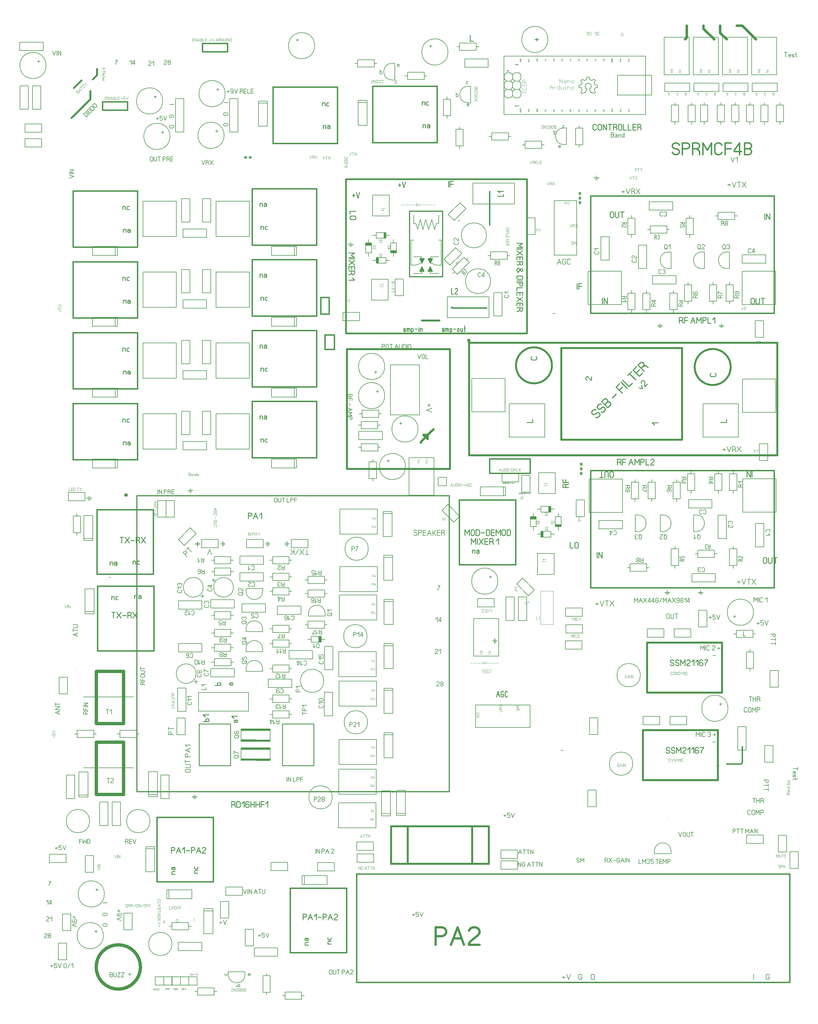
<source format=gbr>
%FSLAX34Y34*%
%MOMM*%
%LNSILK_TOP*%
G71*
G01*
%ADD10C,0.150*%
%ADD11C,0.167*%
%ADD12C,0.170*%
%ADD13C,0.144*%
%ADD14C,0.222*%
%ADD15C,0.111*%
%ADD16C,0.600*%
%ADD17C,0.333*%
%ADD18C,0.100*%
%ADD19C,0.200*%
%ADD20C,0.400*%
%ADD21C,0.300*%
%ADD22C,0.206*%
%ADD23C,0.178*%
%ADD24C,0.250*%
%ADD25C,0.220*%
%ADD26C,0.160*%
%ADD27C,0.280*%
%ADD28C,1.000*%
%ADD29C,0.667*%
%ADD30C,0.067*%
%ADD31C,0.500*%
%ADD32C,0.127*%
%ADD33C,0.102*%
%ADD34C,0.050*%
%ADD35C,0.203*%
%ADD36C,0.500*%
%ADD37C,0.650*%
%ADD38C,0.800*%
%ADD39C,0.090*%
%ADD40C,0.159*%
%ADD41C,0.444*%
%ADD42C,0.044*%
%LPD*%
G54D10*
X1249341Y1916317D02*
X1227166Y1916317D01*
X1227166Y1967017D01*
X1249341Y1967017D01*
X1249341Y1916317D01*
G54D10*
X1238253Y1916117D02*
X1238253Y1908217D01*
G54D10*
X1238253Y1967117D02*
X1238253Y1975017D01*
G54D11*
X1215995Y1950592D02*
X1214329Y1948592D01*
X1212662Y1947925D01*
X1209329Y1947925D01*
G54D11*
X1209329Y1953258D02*
X1222662Y1953258D01*
X1222662Y1949925D01*
X1221829Y1948592D01*
X1220162Y1947925D01*
X1218495Y1947925D01*
X1216829Y1948592D01*
X1215995Y1949925D01*
X1215995Y1953258D01*
G54D11*
X1209329Y1938925D02*
X1209329Y1944258D01*
X1210162Y1944258D01*
X1211829Y1943592D01*
X1216829Y1939592D01*
X1218495Y1938925D01*
X1220162Y1938925D01*
X1221829Y1939592D01*
X1222662Y1940925D01*
X1222662Y1942258D01*
X1221829Y1943592D01*
X1220162Y1944258D01*
G54D10*
X1170035Y1910336D02*
X1144634Y1910336D01*
X1144635Y1838736D01*
X1170035Y1838736D01*
X1170035Y1910336D01*
G54D11*
X1136743Y1865680D02*
X1138410Y1864680D01*
X1139243Y1862680D01*
X1139243Y1860680D01*
X1138410Y1858680D01*
X1136743Y1857680D01*
X1128410Y1857680D01*
X1126743Y1858680D01*
X1125910Y1860680D01*
X1125910Y1862680D01*
X1126743Y1864680D01*
X1128410Y1865680D01*
G54D11*
X1130910Y1869347D02*
X1125910Y1874347D01*
X1139243Y1874347D01*
G54D10*
X1284334Y1884936D02*
X1258934Y1884936D01*
X1258934Y1813336D01*
X1284334Y1813336D01*
X1284334Y1884936D01*
G54D11*
X1251043Y1840281D02*
X1252709Y1839281D01*
X1253543Y1837281D01*
X1253543Y1835281D01*
X1252709Y1833281D01*
X1251043Y1832281D01*
X1242709Y1832281D01*
X1241043Y1833281D01*
X1240209Y1835281D01*
X1240209Y1837281D01*
X1241043Y1839281D01*
X1242709Y1840281D01*
G54D11*
X1253543Y1851948D02*
X1253543Y1843948D01*
X1252709Y1843948D01*
X1251043Y1844948D01*
X1246043Y1850948D01*
X1244376Y1851948D01*
X1242709Y1851948D01*
X1241043Y1850948D01*
X1240209Y1848948D01*
X1240209Y1846948D01*
X1241043Y1844948D01*
X1242709Y1843948D01*
G54D10*
X1249357Y1687717D02*
X1227182Y1687717D01*
X1227182Y1738417D01*
X1249357Y1738417D01*
X1249357Y1687717D01*
G54D10*
X1238269Y1687517D02*
X1238269Y1679617D01*
G54D10*
X1238269Y1738517D02*
X1238269Y1746417D01*
G54D11*
X1216011Y1724192D02*
X1214344Y1721192D01*
X1212678Y1720192D01*
X1209344Y1720192D01*
G54D11*
X1209344Y1728192D02*
X1222678Y1728192D01*
X1222678Y1723192D01*
X1221844Y1721192D01*
X1220178Y1720192D01*
X1218511Y1720192D01*
X1216844Y1721192D01*
X1216011Y1723192D01*
X1216011Y1728192D01*
G54D11*
X1217678Y1716526D02*
X1222678Y1711526D01*
X1209344Y1711526D01*
G54D10*
X1346136Y1942681D02*
X1346136Y1920506D01*
X1295436Y1920506D01*
X1295436Y1942681D01*
X1346136Y1942681D01*
G54D10*
X1346336Y1931594D02*
X1354236Y1931594D01*
G54D10*
X1295336Y1931594D02*
X1287436Y1931594D01*
G54D11*
X1311862Y1909336D02*
X1313862Y1907669D01*
X1314528Y1906002D01*
X1314528Y1902669D01*
G54D11*
X1309195Y1902669D02*
X1309195Y1916002D01*
X1312528Y1916002D01*
X1313862Y1915169D01*
X1314528Y1913502D01*
X1314528Y1911836D01*
X1313862Y1910169D01*
X1312528Y1909336D01*
X1309195Y1909336D01*
G54D11*
X1318195Y1913502D02*
X1318862Y1915169D01*
X1320195Y1916002D01*
X1321528Y1916002D01*
X1322862Y1915169D01*
X1323528Y1913502D01*
X1323528Y1911836D01*
X1322862Y1910169D01*
X1321528Y1909336D01*
X1322862Y1908502D01*
X1323528Y1906836D01*
X1323528Y1905169D01*
X1322862Y1903502D01*
X1321528Y1902669D01*
X1320195Y1902669D01*
X1318862Y1903502D01*
X1318195Y1905169D01*
G54D10*
X1272745Y1738375D02*
X1294920Y1738375D01*
X1294920Y1687675D01*
X1272745Y1687676D01*
X1272745Y1738375D01*
G54D10*
X1283832Y1738576D02*
X1283832Y1746476D01*
G54D10*
X1283832Y1687575D02*
X1283832Y1679675D01*
G54D11*
X1306090Y1701933D02*
X1307757Y1704933D01*
X1309424Y1705933D01*
X1312757Y1705933D01*
G54D11*
X1312757Y1697933D02*
X1299424Y1697933D01*
X1299424Y1702933D01*
X1300257Y1704933D01*
X1301924Y1705933D01*
X1303590Y1705933D01*
X1305257Y1704933D01*
X1306090Y1702933D01*
X1306090Y1697933D01*
G54D11*
X1312757Y1715600D02*
X1299424Y1715600D01*
X1307757Y1709600D01*
X1309424Y1709600D01*
X1309424Y1717600D01*
G54D10*
X1427140Y1916316D02*
X1404965Y1916316D01*
X1404965Y1967016D01*
X1427140Y1967016D01*
X1427140Y1916316D01*
G54D10*
X1416053Y1916116D02*
X1416053Y1908216D01*
G54D10*
X1416053Y1967116D02*
X1416052Y1975016D01*
G54D11*
X1393795Y1950591D02*
X1392128Y1948591D01*
X1390462Y1947924D01*
X1387128Y1947924D01*
G54D11*
X1387128Y1953258D02*
X1400462Y1953258D01*
X1400462Y1949924D01*
X1399628Y1948591D01*
X1397962Y1947924D01*
X1396295Y1947924D01*
X1394628Y1948591D01*
X1393795Y1949924D01*
X1393795Y1953258D01*
G54D11*
X1400462Y1938924D02*
X1400462Y1944258D01*
X1394628Y1944258D01*
X1394628Y1943591D01*
X1395462Y1942258D01*
X1395462Y1940924D01*
X1394628Y1939591D01*
X1392962Y1938924D01*
X1389628Y1938924D01*
X1387962Y1939591D01*
X1387128Y1940924D01*
X1387128Y1942258D01*
X1387962Y1943591D01*
X1389628Y1944258D01*
G54D10*
X1374522Y1766284D02*
X1374522Y1791684D01*
X1302922Y1791684D01*
X1302922Y1766284D01*
X1374522Y1766284D01*
G54D11*
X1329866Y1799576D02*
X1328866Y1797909D01*
X1326866Y1797076D01*
X1324866Y1797076D01*
X1322866Y1797909D01*
X1321866Y1799576D01*
X1321866Y1807909D01*
X1322866Y1809576D01*
X1324866Y1810409D01*
X1326866Y1810409D01*
X1328866Y1809576D01*
X1329866Y1807909D01*
G54D11*
X1333533Y1807909D02*
X1334533Y1809576D01*
X1336533Y1810409D01*
X1338533Y1810409D01*
X1340533Y1809576D01*
X1341533Y1807909D01*
X1341533Y1806242D01*
X1340533Y1804576D01*
X1338533Y1803742D01*
X1340533Y1802909D01*
X1341533Y1801242D01*
X1341533Y1799576D01*
X1340533Y1797909D01*
X1338533Y1797076D01*
X1336533Y1797076D01*
X1334533Y1797909D01*
X1333533Y1799576D01*
G54D10*
X1399744Y1763775D02*
X1421920Y1763775D01*
X1421920Y1713075D01*
X1399744Y1713076D01*
X1399744Y1763775D01*
G54D10*
X1410832Y1763976D02*
X1410832Y1771876D01*
G54D10*
X1410832Y1712975D02*
X1410832Y1705075D01*
G54D11*
X1433090Y1727333D02*
X1434757Y1730333D01*
X1436424Y1731333D01*
X1439757Y1731333D01*
G54D11*
X1439757Y1723333D02*
X1426424Y1723333D01*
X1426424Y1728333D01*
X1427257Y1730333D01*
X1428924Y1731333D01*
X1430590Y1731333D01*
X1432257Y1730333D01*
X1433090Y1728333D01*
X1433090Y1723333D01*
G54D11*
X1428924Y1743000D02*
X1427257Y1742000D01*
X1426424Y1740000D01*
X1426424Y1738000D01*
X1427257Y1736000D01*
X1428924Y1735000D01*
X1433090Y1735000D01*
X1433924Y1735000D01*
X1432257Y1738000D01*
X1432257Y1740000D01*
X1433090Y1742000D01*
X1434757Y1743000D01*
X1437257Y1743000D01*
X1438924Y1742000D01*
X1439757Y1740000D01*
X1439757Y1738000D01*
X1438924Y1736000D01*
X1437257Y1735000D01*
X1433090Y1735000D01*
G54D10*
X1475944Y1763775D02*
X1498120Y1763775D01*
X1498120Y1713075D01*
X1475944Y1713076D01*
X1475944Y1763775D01*
G54D10*
X1487032Y1763976D02*
X1487032Y1771876D01*
G54D10*
X1487032Y1712975D02*
X1487032Y1705075D01*
G54D11*
X1509290Y1727333D02*
X1510957Y1730333D01*
X1512624Y1731333D01*
X1515957Y1731333D01*
G54D11*
X1515957Y1723333D02*
X1502624Y1723333D01*
X1502624Y1728333D01*
X1503457Y1730333D01*
X1505124Y1731333D01*
X1506790Y1731333D01*
X1508457Y1730333D01*
X1509290Y1728333D01*
X1509290Y1723333D01*
G54D11*
X1502624Y1735000D02*
X1502624Y1743000D01*
X1504290Y1742000D01*
X1506790Y1740000D01*
X1510124Y1738000D01*
X1512624Y1737000D01*
X1515957Y1737000D01*
G54D10*
X1526744Y1763775D02*
X1548920Y1763775D01*
X1548920Y1713075D01*
X1526744Y1713076D01*
X1526744Y1763775D01*
G54D10*
X1537832Y1763976D02*
X1537832Y1771876D01*
G54D10*
X1537832Y1712975D02*
X1537832Y1705075D01*
G54D11*
X1560090Y1727333D02*
X1561757Y1730333D01*
X1563424Y1731333D01*
X1566757Y1731333D01*
G54D11*
X1566757Y1723333D02*
X1553424Y1723333D01*
X1553424Y1728333D01*
X1554257Y1730333D01*
X1555924Y1731333D01*
X1557590Y1731333D01*
X1559257Y1730333D01*
X1560090Y1728333D01*
X1560090Y1723333D01*
G54D11*
X1564257Y1735000D02*
X1565924Y1736000D01*
X1566757Y1738000D01*
X1566757Y1740000D01*
X1565924Y1742000D01*
X1564257Y1743000D01*
X1560090Y1743000D01*
X1559257Y1743000D01*
X1560924Y1740000D01*
X1560924Y1738000D01*
X1560090Y1736000D01*
X1558424Y1735000D01*
X1555924Y1735000D01*
X1554257Y1736000D01*
X1553424Y1738000D01*
X1553424Y1740000D01*
X1554257Y1742000D01*
X1555924Y1743000D01*
X1560090Y1743000D01*
G54D10*
X1647577Y1829782D02*
X1647578Y1855182D01*
X1575977Y1855182D01*
X1575977Y1829782D01*
X1647577Y1829782D01*
G54D11*
X1602954Y1863074D02*
X1601954Y1861407D01*
X1599954Y1860574D01*
X1597954Y1860574D01*
X1595954Y1861407D01*
X1594954Y1863074D01*
X1594954Y1871407D01*
X1595954Y1873074D01*
X1597954Y1873907D01*
X1599954Y1873907D01*
X1601954Y1873074D01*
X1602954Y1871407D01*
G54D11*
X1612621Y1860574D02*
X1612621Y1873907D01*
X1606621Y1865574D01*
X1606621Y1863907D01*
X1614621Y1863907D01*
G54D10*
X1553112Y1984485D02*
X1553112Y1962310D01*
X1502412Y1962310D01*
X1502412Y1984485D01*
X1553112Y1984485D01*
G54D10*
X1553312Y1973398D02*
X1561212Y1973398D01*
G54D10*
X1502312Y1973398D02*
X1494412Y1973398D01*
G54D11*
X1516670Y1951140D02*
X1519670Y1949473D01*
X1520670Y1947806D01*
X1520670Y1944473D01*
G54D11*
X1512670Y1944473D02*
X1512670Y1957806D01*
X1517670Y1957806D01*
X1519670Y1956973D01*
X1520670Y1955306D01*
X1520670Y1953640D01*
X1519670Y1951973D01*
X1517670Y1951140D01*
X1512670Y1951140D01*
G54D11*
X1529336Y1951140D02*
X1527336Y1951140D01*
X1525336Y1951973D01*
X1524336Y1953640D01*
X1524336Y1955306D01*
X1525336Y1956973D01*
X1527336Y1957806D01*
X1529336Y1957806D01*
X1531336Y1956973D01*
X1532336Y1955306D01*
X1532336Y1953640D01*
X1531336Y1951973D01*
X1529336Y1951140D01*
X1531336Y1950306D01*
X1532336Y1948640D01*
X1532336Y1946973D01*
X1531336Y1945306D01*
X1529336Y1944473D01*
X1527336Y1944473D01*
X1525336Y1945306D01*
X1524336Y1946973D01*
X1524336Y1948640D01*
X1525336Y1950306D01*
X1527336Y1951140D01*
G54D10*
X1351266Y1863746D02*
X1359266Y1863746D01*
X1359266Y1813021D01*
X1351266Y1813021D01*
G54D10*
G75*
G01X1351304Y1863877D02*
G03X1351304Y1812877I0J-25500D01*
G01*
G54D11*
X1343121Y1875421D02*
X1348121Y1872921D01*
G54D11*
X1347121Y1883754D02*
X1347121Y1875421D01*
X1346121Y1873754D01*
X1344121Y1872921D01*
X1342121Y1872921D01*
X1340121Y1873754D01*
X1339121Y1875421D01*
X1339121Y1883754D01*
X1340121Y1885421D01*
X1342121Y1886254D01*
X1344121Y1886254D01*
X1346121Y1885421D01*
X1347121Y1883754D01*
G54D11*
X1351788Y1881254D02*
X1356788Y1886254D01*
X1356788Y1872921D01*
G54D10*
X1452866Y1863746D02*
X1460866Y1863746D01*
X1460866Y1813021D01*
X1452866Y1813021D01*
G54D10*
G75*
G01X1452904Y1863877D02*
G03X1452904Y1812877I0J-25500D01*
G01*
G54D12*
X1444721Y1875421D02*
X1449721Y1872921D01*
G54D12*
X1448721Y1883754D02*
X1448721Y1875421D01*
X1447721Y1873754D01*
X1445721Y1872921D01*
X1443721Y1872921D01*
X1441721Y1873754D01*
X1440721Y1875421D01*
X1440721Y1883754D01*
X1441721Y1885421D01*
X1443721Y1886254D01*
X1445721Y1886254D01*
X1447721Y1885421D01*
X1448721Y1883754D01*
G54D12*
X1461421Y1872921D02*
X1453421Y1872921D01*
X1453421Y1873754D01*
X1454421Y1875421D01*
X1460421Y1880421D01*
X1461421Y1882088D01*
X1461421Y1883754D01*
X1460421Y1885421D01*
X1458421Y1886254D01*
X1456421Y1886254D01*
X1454421Y1885421D01*
X1453421Y1883754D01*
G54D10*
X1529066Y1863746D02*
X1537066Y1863746D01*
X1537066Y1813021D01*
X1529066Y1813021D01*
G54D10*
G75*
G01X1529104Y1863877D02*
G03X1529104Y1812877I0J-25500D01*
G01*
G54D11*
X1520938Y1875421D02*
X1525938Y1872921D01*
G54D11*
X1524938Y1883754D02*
X1524938Y1875421D01*
X1523938Y1873754D01*
X1521938Y1872921D01*
X1519938Y1872921D01*
X1517938Y1873754D01*
X1516938Y1875421D01*
X1516938Y1883754D01*
X1517938Y1885421D01*
X1519938Y1886254D01*
X1521938Y1886254D01*
X1523938Y1885421D01*
X1524938Y1883754D01*
G54D11*
X1529605Y1883754D02*
X1530605Y1885421D01*
X1532605Y1886254D01*
X1534605Y1886254D01*
X1536605Y1885421D01*
X1537605Y1883754D01*
X1537605Y1882088D01*
X1536605Y1880421D01*
X1534605Y1879588D01*
X1536605Y1878754D01*
X1537605Y1877088D01*
X1537605Y1875421D01*
X1536605Y1873754D01*
X1534605Y1872921D01*
X1532605Y1872921D01*
X1530605Y1873754D01*
X1529605Y1875421D01*
G54D10*
X1106066Y1805246D02*
X1207666Y1805246D01*
X1207666Y1703646D01*
X1106066Y1703646D01*
X1106066Y1805246D01*
G54D13*
X1105316Y1831996D02*
X1105316Y1831996D01*
G54D13*
X1105316Y1812496D02*
X1105316Y1812496D01*
G54D10*
X1575966Y1805246D02*
X1677566Y1805246D01*
X1677566Y1703646D01*
X1575966Y1703646D01*
X1575966Y1805246D01*
G54D13*
X1575216Y1831996D02*
X1575216Y1831996D01*
G54D13*
X1575216Y1812496D02*
X1575216Y1812496D01*
G54D10*
X1292676Y2016989D02*
X1292676Y1991588D01*
X1364276Y1991589D01*
X1364276Y2016989D01*
X1292676Y2016989D01*
G54D11*
X1333665Y1975364D02*
X1332665Y1973698D01*
X1330665Y1972864D01*
X1328665Y1972864D01*
X1326665Y1973698D01*
X1325665Y1975364D01*
X1325665Y1983698D01*
X1326665Y1985364D01*
X1328665Y1986198D01*
X1330665Y1986198D01*
X1332665Y1985364D01*
X1333665Y1983698D01*
G54D11*
X1337332Y1983698D02*
X1338332Y1985364D01*
X1340332Y1986198D01*
X1342332Y1986198D01*
X1344332Y1985364D01*
X1345332Y1983698D01*
X1345332Y1982031D01*
X1344332Y1980364D01*
X1342332Y1979531D01*
X1344332Y1978698D01*
X1345332Y1977031D01*
X1345332Y1975364D01*
X1344332Y1973698D01*
X1342332Y1972864D01*
X1340332Y1972864D01*
X1338332Y1973698D01*
X1337332Y1975364D01*
G54D14*
X1612982Y1719666D02*
X1612982Y1708554D01*
X1611649Y1706332D01*
X1608982Y1705221D01*
X1606316Y1705221D01*
X1603649Y1706332D01*
X1602316Y1708554D01*
X1602316Y1719666D01*
X1603649Y1721888D01*
X1606316Y1722999D01*
X1608982Y1722999D01*
X1611649Y1721888D01*
X1612982Y1719666D01*
G54D14*
X1617872Y1722999D02*
X1617872Y1708554D01*
X1619205Y1706332D01*
X1621872Y1705221D01*
X1624538Y1705221D01*
X1627205Y1706332D01*
X1628538Y1708554D01*
X1628538Y1722999D01*
G54D14*
X1638761Y1705221D02*
X1638761Y1722999D01*
G54D14*
X1633428Y1722999D02*
X1644094Y1722999D01*
G54D10*
X1355295Y1738375D02*
X1377470Y1738375D01*
X1377470Y1687675D01*
X1355295Y1687676D01*
X1355295Y1738375D01*
G54D10*
X1366382Y1738576D02*
X1366382Y1746476D01*
G54D10*
X1366382Y1687575D02*
X1366382Y1679675D01*
G54D11*
X1388640Y1701933D02*
X1390307Y1704933D01*
X1391974Y1705933D01*
X1395307Y1705933D01*
G54D11*
X1395307Y1697933D02*
X1381974Y1697933D01*
X1381974Y1702933D01*
X1382807Y1704933D01*
X1384474Y1705933D01*
X1386140Y1705933D01*
X1387807Y1704933D01*
X1388640Y1702933D01*
X1388640Y1697933D01*
G54D11*
X1395307Y1715600D02*
X1381974Y1715600D01*
G54D11*
X1389974Y1715600D02*
X1388307Y1714600D01*
X1387807Y1712600D01*
X1388307Y1710600D01*
X1389974Y1709600D01*
X1393307Y1709600D01*
X1394974Y1710600D01*
X1395307Y1712600D01*
X1394974Y1714600D01*
X1393307Y1715600D01*
G54D15*
X1573650Y1693445D02*
X1576318Y1688445D01*
X1578984Y1693445D01*
G54D15*
X1586761Y1688445D02*
X1581428Y1688445D01*
X1581428Y1689000D01*
X1582094Y1690112D01*
X1586094Y1693445D01*
X1586761Y1694556D01*
X1586761Y1695667D01*
X1586094Y1696778D01*
X1584761Y1697334D01*
X1583428Y1697334D01*
X1582094Y1696778D01*
X1581428Y1695667D01*
G54D14*
X1149084Y1706015D02*
X1149084Y1723793D01*
G54D14*
X1153973Y1706015D02*
X1153973Y1723793D01*
X1164640Y1706015D01*
X1164640Y1723793D01*
G54D13*
X1156116Y1952646D02*
X1156116Y1952646D01*
G54D16*
X1024041Y1571505D02*
X1024040Y1292105D01*
X1392341Y1292105D01*
X1392341Y1571506D01*
X1024041Y1571505D01*
G54D14*
X1308154Y1337050D02*
X1301488Y1343717D01*
X1319266Y1343717D01*
G54D14*
X1116415Y1483755D02*
X1116416Y1473088D01*
X1115304Y1473088D01*
X1113082Y1474422D01*
X1106415Y1482422D01*
X1104193Y1483755D01*
X1101971Y1483755D01*
X1099749Y1482422D01*
X1098638Y1479755D01*
X1098638Y1477088D01*
X1099749Y1474422D01*
X1101971Y1473088D01*
G54D16*
G75*
G01X996016Y1518105D02*
G03X996016Y1518105I-55000J0D01*
G01*
G54D16*
G75*
G01X1541016Y1513105D02*
G03X1541016Y1513105I-55000J0D01*
G01*
G54D10*
X751191Y1376375D02*
X751191Y1477975D01*
X852791Y1477975D01*
X852791Y1376375D01*
X751191Y1376375D01*
G54D13*
X724441Y1375625D02*
X724441Y1375625D01*
G54D13*
X743941Y1375625D02*
X743941Y1375625D01*
G54D10*
X1576691Y1375105D02*
X1576691Y1476705D01*
X1678291Y1476706D01*
X1678291Y1375105D01*
X1576691Y1375105D01*
G54D13*
X1549941Y1374356D02*
X1549941Y1374356D01*
G54D13*
X1569441Y1374355D02*
X1569441Y1374355D01*
G54D14*
X1509738Y1344005D02*
X1527516Y1344005D01*
X1527516Y1353338D01*
G54D14*
X1492432Y1494372D02*
X1494655Y1493038D01*
X1495766Y1490372D01*
X1495766Y1487705D01*
X1494655Y1485038D01*
X1492432Y1483706D01*
X1481322Y1483705D01*
X1479100Y1485038D01*
X1477988Y1487705D01*
X1477988Y1490372D01*
X1479100Y1493038D01*
X1481322Y1494372D01*
G54D14*
X946333Y1545172D02*
X948555Y1543838D01*
X949666Y1541172D01*
X949666Y1538505D01*
X948555Y1535838D01*
X946332Y1534506D01*
X935222Y1534506D01*
X932999Y1535838D01*
X931888Y1538505D01*
X931888Y1541172D01*
X932999Y1543838D01*
X935222Y1545172D01*
G54D17*
X1130002Y1359473D02*
X1133773Y1358530D01*
X1137780Y1360180D01*
X1140609Y1363008D01*
X1142259Y1367016D01*
X1141316Y1370787D01*
X1138959Y1373144D01*
X1135188Y1374086D01*
X1131181Y1372436D01*
X1128352Y1369608D01*
X1124345Y1367958D01*
X1120574Y1368901D01*
X1118217Y1371258D01*
X1117274Y1375029D01*
X1118924Y1379036D01*
X1121753Y1381865D01*
X1125760Y1383514D01*
X1129531Y1382572D01*
G54D17*
X1146501Y1375972D02*
X1150272Y1375029D01*
X1154279Y1376679D01*
X1157108Y1379508D01*
X1158758Y1383514D01*
X1157815Y1387286D01*
X1155458Y1389642D01*
X1151687Y1390586D01*
X1147680Y1388936D01*
X1144851Y1386107D01*
X1140844Y1384457D01*
X1137073Y1385400D01*
X1134716Y1387757D01*
X1133773Y1391528D01*
X1135423Y1395535D01*
X1138252Y1398364D01*
X1142258Y1400014D01*
X1146030Y1399071D01*
G54D17*
X1166536Y1388935D02*
X1147679Y1407792D01*
X1154751Y1414862D01*
X1158757Y1416512D01*
X1162529Y1415570D01*
X1164886Y1413212D01*
X1165828Y1409441D01*
X1164179Y1405434D01*
X1168186Y1407084D01*
X1171957Y1406142D01*
X1174314Y1403784D01*
X1175256Y1400013D01*
X1173607Y1396006D01*
X1166536Y1388935D01*
G54D17*
X1157108Y1398363D02*
X1164179Y1405434D01*
G54D17*
X1180253Y1419152D02*
X1191567Y1430466D01*
G54D17*
X1210470Y1432869D02*
X1191613Y1451726D01*
X1201513Y1461625D01*
G54D17*
X1201041Y1442298D02*
X1210941Y1452197D01*
G54D17*
X1225554Y1447954D02*
X1206698Y1466810D01*
G54D17*
X1211883Y1471995D02*
X1230739Y1453139D01*
X1240639Y1463039D01*
G54D17*
X1251481Y1473881D02*
X1232625Y1492737D01*
G54D17*
X1226968Y1487080D02*
X1238282Y1498394D01*
G54D17*
X1272223Y1494622D02*
X1262323Y1484723D01*
X1243467Y1503579D01*
X1253366Y1513478D01*
G54D17*
X1252895Y1494151D02*
X1262794Y1504050D01*
G54D17*
X1273637Y1514892D02*
X1280236Y1516778D01*
X1284008Y1515835D01*
X1288721Y1511121D01*
G54D17*
X1277408Y1499808D02*
X1258552Y1518664D01*
X1265623Y1525735D01*
X1269630Y1527385D01*
X1273401Y1526442D01*
X1275758Y1524085D01*
X1276701Y1520314D01*
X1275051Y1516307D01*
X1267980Y1509236D01*
G54D10*
X1456498Y1299168D02*
X1456498Y1400768D01*
X1564448Y1400768D01*
X1564448Y1299168D01*
X1456498Y1299168D01*
G54D14*
X919188Y1344005D02*
X936966Y1344005D01*
X936966Y1353338D01*
G54D10*
X865948Y1299168D02*
X865948Y1400768D01*
X973898Y1400768D01*
X973898Y1299168D01*
X865948Y1299168D01*
G54D14*
X1260950Y1449962D02*
X1271792Y1446662D01*
X1268492Y1457504D01*
G54D14*
X1286563Y1461433D02*
X1279021Y1453890D01*
X1278235Y1454676D01*
X1277607Y1457190D01*
X1278549Y1467561D01*
X1277921Y1470075D01*
X1276350Y1471646D01*
X1273835Y1472275D01*
X1271164Y1471175D01*
X1269278Y1469290D01*
X1268178Y1466618D01*
X1268807Y1464104D01*
G54D13*
X1156116Y1116034D02*
X1156116Y1116034D01*
G54D10*
X504266Y1860906D02*
X521666Y1860906D01*
X521666Y1891306D01*
X504266Y1891306D01*
X504266Y1860906D01*
G36*
X504366Y1861006D02*
X521066Y1861006D01*
X521066Y1868206D01*
X504366Y1868206D01*
X504366Y1861006D01*
G37*
G54D18*
X504366Y1861006D02*
X521066Y1861006D01*
X521066Y1868206D01*
X504366Y1868206D01*
X504366Y1861006D01*
G54D10*
X512966Y1849906D02*
X512966Y1861006D01*
G54D10*
X512966Y1891206D02*
X512966Y1902306D01*
G54D10*
X459666Y1846706D02*
X459666Y1829306D01*
X490066Y1829306D01*
X490066Y1846706D01*
X459666Y1846706D01*
G36*
X459766Y1846606D02*
X459766Y1829906D01*
X466966Y1829906D01*
X466966Y1846606D01*
X459766Y1846606D01*
G37*
G54D18*
X459766Y1846606D02*
X459766Y1829906D01*
X466966Y1829906D01*
X466966Y1846606D01*
X459766Y1846606D01*
G54D10*
X448666Y1838006D02*
X459766Y1838006D01*
G54D10*
X489966Y1838006D02*
X501066Y1838006D01*
G54D10*
X445466Y1891306D02*
X428066Y1891306D01*
X428066Y1860906D01*
X445466Y1860906D01*
X445466Y1891306D01*
G36*
X445366Y1891206D02*
X428666Y1891206D01*
X428666Y1884006D01*
X445366Y1884006D01*
X445366Y1891206D01*
G37*
G54D18*
X445366Y1891206D02*
X428666Y1891206D01*
X428666Y1884006D01*
X445366Y1884006D01*
X445366Y1891206D01*
G54D10*
X436766Y1902306D02*
X436766Y1891206D01*
G54D10*
X436766Y1861006D02*
X436766Y1849906D01*
G54D10*
X490066Y1905506D02*
X490066Y1922906D01*
X459666Y1922906D01*
X459666Y1905506D01*
X490066Y1905506D01*
G36*
X489966Y1905606D02*
X489966Y1922306D01*
X482766Y1922306D01*
X482766Y1905606D01*
X489966Y1905606D01*
G37*
G54D18*
X489966Y1905606D02*
X489966Y1922306D01*
X482766Y1922306D01*
X482766Y1905606D01*
X489966Y1905606D01*
G54D10*
X501066Y1914206D02*
X489966Y1914206D01*
G54D10*
X459766Y1914206D02*
X448666Y1914206D01*
G54D15*
X468516Y1857056D02*
X477404Y1857056D01*
X477404Y1854834D01*
X476849Y1853944D01*
X475738Y1853500D01*
X470182Y1853500D01*
X469071Y1853944D01*
X468516Y1854834D01*
X468516Y1857056D01*
G54D15*
X474071Y1851056D02*
X477404Y1848834D01*
X468516Y1848834D01*
G54D15*
X449466Y1882456D02*
X458354Y1882456D01*
X458354Y1880234D01*
X457799Y1879344D01*
X456688Y1878900D01*
X451132Y1878900D01*
X450021Y1879344D01*
X449466Y1880234D01*
X449466Y1882456D01*
G54D15*
X449466Y1872900D02*
X449466Y1876456D01*
X450021Y1876456D01*
X451132Y1876011D01*
X454466Y1873344D01*
X455577Y1872900D01*
X456688Y1872900D01*
X457799Y1873344D01*
X458354Y1874234D01*
X458354Y1875122D01*
X457799Y1876011D01*
X456688Y1876456D01*
G54D15*
X468516Y1901506D02*
X477404Y1901506D01*
X477404Y1899284D01*
X476849Y1898394D01*
X475738Y1897950D01*
X470182Y1897950D01*
X469071Y1898394D01*
X468516Y1899284D01*
X468516Y1901506D01*
G54D15*
X475738Y1895506D02*
X476849Y1895061D01*
X477404Y1894172D01*
X477404Y1893284D01*
X476849Y1892394D01*
X475738Y1891950D01*
X474627Y1891950D01*
X473516Y1892394D01*
X472960Y1893284D01*
X472404Y1892394D01*
X471293Y1891950D01*
X470182Y1891950D01*
X469071Y1892394D01*
X468516Y1893284D01*
X468516Y1894172D01*
X469071Y1895061D01*
X470182Y1895506D01*
G54D15*
X493916Y1882456D02*
X502804Y1882456D01*
X502804Y1880234D01*
X502249Y1879344D01*
X501138Y1878900D01*
X495582Y1878900D01*
X494471Y1879344D01*
X493916Y1880234D01*
X493916Y1882456D01*
G54D15*
X493916Y1873789D02*
X502804Y1873789D01*
X497249Y1876456D01*
X496138Y1876456D01*
X496138Y1872900D01*
G54D10*
X449378Y2036528D02*
X449378Y1973029D01*
X500178Y1973029D01*
X500178Y2036528D01*
X449378Y2036528D01*
G54D15*
X474778Y1996651D02*
X483666Y1996651D01*
G54D15*
X483666Y1998429D02*
X483666Y1994873D01*
G54D15*
X480333Y1992429D02*
X483666Y1990206D01*
X474778Y1990206D01*
G54D10*
X496884Y1716489D02*
X496884Y1779989D01*
X446085Y1779989D01*
X446085Y1716489D01*
X496884Y1716489D01*
G54D15*
X471484Y1765511D02*
X480373Y1765511D01*
G54D15*
X480373Y1767289D02*
X480373Y1763733D01*
G54D15*
X471484Y1757733D02*
X471485Y1761289D01*
X472040Y1761289D01*
X473151Y1760844D01*
X476485Y1758178D01*
X477596Y1757733D01*
X478707Y1757733D01*
X479818Y1758178D01*
X480374Y1759066D01*
X480373Y1759956D01*
X479818Y1760844D01*
X478707Y1761289D01*
G54D14*
X397832Y1987679D02*
X380054Y1987679D01*
X380054Y1978346D01*
G54D14*
X394499Y1962790D02*
X383388Y1962790D01*
X381166Y1964124D01*
X380054Y1966790D01*
X380054Y1969457D01*
X381166Y1972124D01*
X383388Y1973457D01*
X394499Y1973457D01*
X396721Y1972124D01*
X397832Y1969457D01*
X397832Y1966790D01*
X396721Y1964124D01*
X394499Y1962790D01*
G54D14*
X888861Y1890516D02*
X906639Y1890516D01*
X895528Y1883850D01*
X906639Y1877183D01*
X888861Y1877183D01*
G54D14*
X888861Y1872294D02*
X906639Y1872294D01*
G54D14*
X906639Y1867405D02*
X888862Y1854072D01*
G54D14*
X888862Y1867405D02*
X906639Y1854072D01*
G54D14*
X888861Y1839850D02*
X888862Y1849183D01*
X906639Y1849183D01*
X906639Y1839850D01*
G54D14*
X897750Y1849183D02*
X897750Y1839850D01*
G54D14*
X897750Y1829628D02*
X895528Y1825628D01*
X893306Y1824294D01*
X888861Y1824294D01*
G54D14*
X888862Y1834961D02*
X906639Y1834961D01*
X906639Y1828294D01*
X905528Y1825628D01*
X903306Y1824294D01*
X901084Y1824294D01*
X898861Y1825628D01*
X897750Y1828294D01*
X897750Y1834961D01*
G54D14*
X891084Y1800916D02*
X899972Y1811582D01*
X902195Y1812916D01*
X904417Y1812916D01*
X906639Y1810249D01*
X906639Y1807582D01*
X904417Y1804916D01*
X902195Y1804916D01*
X899972Y1806249D01*
X896639Y1812916D01*
X894417Y1814249D01*
X892195Y1814249D01*
X889973Y1812916D01*
X888862Y1810249D01*
X888862Y1807582D01*
X889972Y1804916D01*
X894417Y1802249D01*
G54D14*
X888861Y1790871D02*
X906639Y1790871D01*
X906639Y1784204D01*
X905528Y1781538D01*
X903306Y1780204D01*
X892195Y1780204D01*
X889972Y1781538D01*
X888861Y1784204D01*
X888861Y1790871D01*
G54D14*
X888861Y1775315D02*
X906639Y1775315D01*
G54D14*
X888862Y1770426D02*
X906639Y1770426D01*
X906639Y1763760D01*
X905528Y1761093D01*
X903306Y1759760D01*
X901084Y1759760D01*
X898861Y1761093D01*
X897750Y1763760D01*
X897750Y1770426D01*
G54D14*
X906639Y1754870D02*
X888862Y1754870D01*
X888861Y1745537D01*
G54D14*
X888861Y1731315D02*
X888862Y1740648D01*
X906639Y1740648D01*
X906639Y1731315D01*
G54D14*
X897750Y1740648D02*
X897750Y1731315D01*
G54D14*
X906639Y1726426D02*
X888861Y1713093D01*
G54D14*
X888861Y1726426D02*
X906639Y1713093D01*
G54D14*
X888861Y1698871D02*
X888862Y1708204D01*
X906639Y1708204D01*
X906639Y1698871D01*
G54D14*
X897750Y1708204D02*
X897750Y1698871D01*
G54D14*
X897750Y1688649D02*
X895528Y1684649D01*
X893306Y1683316D01*
X888862Y1683316D01*
G54D14*
X888861Y1693982D02*
X906639Y1693982D01*
X906639Y1687316D01*
X905528Y1684649D01*
X903306Y1683316D01*
X901084Y1683316D01*
X898861Y1684649D01*
X897750Y1687316D01*
X897750Y1693982D01*
G54D14*
X679966Y2061340D02*
X679966Y2079118D01*
G54D14*
X684854Y2061340D02*
X684854Y2079118D01*
X694188Y2079118D01*
G54D14*
X684854Y2070229D02*
X694188Y2070229D01*
G54D15*
X505467Y1773366D02*
X514356Y1773366D01*
G54D15*
X505467Y1770922D02*
X514356Y1770922D01*
X514356Y1766256D01*
G54D15*
X509912Y1770922D02*
X509912Y1766256D01*
G54D15*
X509356Y1763811D02*
X509356Y1758478D01*
G54D15*
X505467Y1753457D02*
X514356Y1753457D01*
X514356Y1750124D01*
X513800Y1748790D01*
X512689Y1748124D01*
X511578Y1748124D01*
X510467Y1748790D01*
X509912Y1750124D01*
X509912Y1753457D01*
G54D15*
X505467Y1743014D02*
X514356Y1743014D01*
G54D15*
X514356Y1745680D02*
X514356Y1740347D01*
G54D14*
X527878Y2067804D02*
X534989Y2067804D01*
G54D14*
X531433Y2072248D02*
X531433Y2063359D01*
G54D14*
X539878Y2077804D02*
X544322Y2060026D01*
X548767Y2077804D01*
G54D10*
X881806Y2009490D02*
X881806Y2072990D01*
X754806Y2072990D01*
X754806Y2009490D01*
X881806Y2009490D01*
G54D10*
X727627Y1847450D02*
X743307Y1831769D01*
X707456Y1795919D01*
X691776Y1811599D01*
X727627Y1847450D01*
G54D10*
X735608Y1839751D02*
X741194Y1845337D01*
G54D10*
X699546Y1803688D02*
X693960Y1798102D01*
G54D11*
X726970Y1799635D02*
X729562Y1799871D01*
X731212Y1799164D01*
X733569Y1796807D01*
G54D11*
X729798Y1793036D02*
X720370Y1802464D01*
X722727Y1804820D01*
X724259Y1805174D01*
X725909Y1804467D01*
X727088Y1803288D01*
X727795Y1801638D01*
X727441Y1800106D01*
X725084Y1797750D01*
G54D11*
X726734Y1808828D02*
X730505Y1812599D01*
X731212Y1810949D01*
X732037Y1808238D01*
X733452Y1804938D01*
X734748Y1802699D01*
X737105Y1800342D01*
G54D11*
X861782Y1732582D02*
X863448Y1731582D01*
X864282Y1729582D01*
X864282Y1727582D01*
X863448Y1725582D01*
X861782Y1724582D01*
X853448Y1724582D01*
X851782Y1725582D01*
X850948Y1727582D01*
X850948Y1729582D01*
X851782Y1731582D01*
X853448Y1732582D01*
G54D11*
X855948Y1736249D02*
X850948Y1741249D01*
X864282Y1741249D01*
G54D11*
X708295Y1894112D02*
X709962Y1893112D01*
X710795Y1891112D01*
X710795Y1889112D01*
X709962Y1887112D01*
X708295Y1886112D01*
X699962Y1886112D01*
X698295Y1887112D01*
X697462Y1889112D01*
X697462Y1891112D01*
X698295Y1893112D01*
X699962Y1894112D01*
G54D11*
X710795Y1905780D02*
X710795Y1897780D01*
X709962Y1897780D01*
X708295Y1898780D01*
X703295Y1904780D01*
X701628Y1905780D01*
X699962Y1905780D01*
X698295Y1904780D01*
X697462Y1902780D01*
X697462Y1900780D01*
X698295Y1898780D01*
X699962Y1897780D01*
G54D10*
X859536Y1863814D02*
X859536Y1841638D01*
X808836Y1841638D01*
X808836Y1863814D01*
X859536Y1863814D01*
G54D10*
X859736Y1852726D02*
X867636Y1852726D01*
G54D10*
X808736Y1852726D02*
X800836Y1852726D01*
G54D11*
X825261Y1830468D02*
X827261Y1828802D01*
X827928Y1827135D01*
X827928Y1823802D01*
G54D11*
X822595Y1823802D02*
X822595Y1837135D01*
X825928Y1837135D01*
X827261Y1836302D01*
X827928Y1834635D01*
X827928Y1832968D01*
X827261Y1831302D01*
X825928Y1830468D01*
X822595Y1830468D01*
G54D11*
X834928Y1830468D02*
X833595Y1830468D01*
X832261Y1831302D01*
X831595Y1832968D01*
X831595Y1834635D01*
X832261Y1836302D01*
X833595Y1837135D01*
X834928Y1837135D01*
X836261Y1836302D01*
X836928Y1834635D01*
X836928Y1832968D01*
X836261Y1831302D01*
X834928Y1830468D01*
X836261Y1829635D01*
X836928Y1827968D01*
X836928Y1826302D01*
X836261Y1824635D01*
X834928Y1823802D01*
X833595Y1823802D01*
X832261Y1824635D01*
X831595Y1826302D01*
X831595Y1827968D01*
X832261Y1829635D01*
X833595Y1830468D01*
G54D14*
X689179Y1753097D02*
X689179Y1735319D01*
X695401Y1735319D01*
G54D14*
X707401Y1735319D02*
X700290Y1735319D01*
X700290Y1736430D01*
X701179Y1738652D01*
X706512Y1745319D01*
X707401Y1747542D01*
X707401Y1749764D01*
X706512Y1751986D01*
X704734Y1753097D01*
X702957Y1753097D01*
X701179Y1751986D01*
X700290Y1749764D01*
G54D14*
X830334Y2033272D02*
X848112Y2033272D01*
X848112Y2039494D01*
G54D14*
X837001Y2044383D02*
X830334Y2048828D01*
X848112Y2048828D01*
G54D19*
G75*
G01X796006Y1914240D02*
G03X796006Y1914240I-38100J0D01*
G01*
G54D19*
G75*
G01X808706Y1774540D02*
G03X808706Y1774540I-38100J0D01*
G01*
G54D11*
X778560Y1790102D02*
X777560Y1788435D01*
X775560Y1787602D01*
X773560Y1787602D01*
X771560Y1788435D01*
X770560Y1790102D01*
X770560Y1798435D01*
X771560Y1800102D01*
X773560Y1800935D01*
X775560Y1800935D01*
X777559Y1800102D01*
X778560Y1798435D01*
G54D11*
X788226Y1787602D02*
X788226Y1800935D01*
X782227Y1792602D01*
X782226Y1790935D01*
X790226Y1790935D01*
G54D10*
X818080Y1668218D02*
X843480Y1668218D01*
X843480Y1739818D01*
X818080Y1739818D01*
X818080Y1668218D01*
G54D11*
X848872Y1720874D02*
X848872Y1720874D01*
G54D20*
X805606Y1945990D02*
X805606Y2047590D01*
G54D21*
X561860Y1787644D02*
X662460Y1787744D01*
X662360Y1987644D01*
X561860Y1987644D01*
X561860Y1787644D01*
G54D19*
X573960Y1976244D02*
X573960Y1950844D01*
X580260Y1950844D01*
X580160Y1950844D01*
X586560Y1933344D01*
X586660Y1933344D01*
X594560Y1963544D01*
X602560Y1931744D01*
X610460Y1963544D01*
X620060Y1931744D01*
X629460Y1963544D01*
X637460Y1931744D01*
X643860Y1950844D01*
X650160Y1950844D01*
X650160Y1976244D01*
G54D19*
X573960Y1798444D02*
X599260Y1798444D01*
X599260Y1817444D01*
G54D19*
X573960Y1849244D02*
X599260Y1849244D01*
X599260Y1830244D01*
G54D19*
X650160Y1798444D02*
X624760Y1798444D01*
X624760Y1817444D01*
G54D19*
X650160Y1849244D02*
X624760Y1849244D01*
X624760Y1830244D01*
G36*
X599360Y1817444D02*
X599360Y1817544D01*
X592960Y1804844D01*
X605660Y1804844D01*
X599260Y1817444D01*
X599360Y1817444D01*
G37*
G54D21*
X599360Y1817444D02*
X599360Y1817544D01*
X592960Y1804844D01*
X605660Y1804844D01*
X599260Y1817444D01*
X599360Y1817444D01*
G36*
X624760Y1817344D02*
X624760Y1817444D01*
X618360Y1804744D01*
X631060Y1804744D01*
X624660Y1817344D01*
X624760Y1817344D01*
G37*
G54D21*
X624760Y1817344D02*
X624760Y1817444D01*
X618360Y1804744D01*
X631060Y1804744D01*
X624660Y1817344D01*
X624760Y1817344D01*
G36*
X599460Y1830444D02*
X599460Y1830344D01*
X605860Y1843044D01*
X593160Y1843044D01*
X599560Y1830444D01*
X599460Y1830444D01*
G37*
G54D21*
X599460Y1830444D02*
X599460Y1830344D01*
X605860Y1843044D01*
X593160Y1843044D01*
X599560Y1830444D01*
X599460Y1830444D01*
G36*
X624760Y1830344D02*
X624760Y1830244D01*
X631160Y1842944D01*
X618460Y1842944D01*
X624860Y1830344D01*
X624760Y1830344D01*
G37*
G54D21*
X624760Y1830344D02*
X624760Y1830244D01*
X631160Y1842944D01*
X618460Y1842944D01*
X624860Y1830344D01*
X624760Y1830344D01*
G54D19*
X599360Y1830244D02*
X599360Y1830144D01*
X580360Y1823744D01*
X580360Y1823844D01*
X566060Y1823844D01*
X566060Y1887344D01*
X566060Y1900044D01*
X573960Y1900044D01*
G54D19*
X624760Y1830244D02*
X624760Y1830244D01*
X643760Y1823844D01*
X658060Y1823844D01*
X658060Y1900044D01*
X650160Y1900044D01*
G54D10*
X803691Y1663936D02*
X803691Y1727436D01*
X676691Y1727436D01*
X676691Y1663936D01*
X803691Y1663936D01*
G54D20*
X796411Y1693441D02*
X691636Y1693441D01*
X689391Y1695686D01*
G54D19*
X382514Y1893252D02*
X382514Y1886902D01*
G54D19*
X390452Y1886902D02*
X374577Y1886902D01*
G54D19*
X376958Y1883728D02*
X388070Y1883728D01*
G54D19*
X384895Y1880552D02*
X380133Y1880552D01*
G54D14*
X543129Y1629908D02*
X544906Y1631019D01*
X547040Y1631019D01*
X548462Y1628796D01*
X548462Y1621019D01*
G54D14*
X548462Y1624352D02*
X547573Y1626574D01*
X545795Y1627019D01*
X544018Y1626574D01*
X543129Y1624352D01*
X543484Y1622130D01*
X544906Y1621019D01*
X545795Y1621019D01*
X546151Y1621019D01*
X547573Y1622130D01*
X548462Y1624352D01*
G54D14*
X553351Y1621019D02*
X553351Y1631019D01*
G54D14*
X553351Y1629241D02*
X555128Y1631019D01*
X556906Y1630352D01*
X557795Y1628796D01*
X557795Y1621019D01*
G54D14*
X557795Y1629241D02*
X559573Y1631019D01*
X561351Y1630352D01*
X562240Y1628796D01*
X562240Y1621019D01*
G54D14*
X567129Y1631019D02*
X567129Y1616574D01*
G54D14*
X567129Y1624352D02*
X568018Y1621463D01*
X569795Y1621019D01*
X571573Y1621463D01*
X572462Y1623686D01*
X572462Y1628130D01*
X571573Y1630352D01*
X569795Y1631019D01*
X568018Y1630352D01*
X567129Y1627686D01*
G54D14*
X577351Y1628796D02*
X584462Y1628796D01*
G54D14*
X589351Y1621019D02*
X589351Y1631019D01*
G54D14*
X589351Y1634352D02*
X589351Y1634352D01*
G54D14*
X594240Y1621019D02*
X594240Y1631019D01*
G54D14*
X594240Y1628796D02*
X595129Y1630352D01*
X596906Y1631019D01*
X598684Y1630352D01*
X599573Y1628796D01*
X599573Y1621019D01*
G54D14*
X660919Y1629978D02*
X662697Y1631089D01*
X664830Y1631089D01*
X666253Y1628867D01*
X666253Y1621089D01*
G54D14*
X666253Y1624422D02*
X665364Y1626644D01*
X663586Y1627089D01*
X661808Y1626644D01*
X660919Y1624422D01*
X661275Y1622200D01*
X662697Y1621089D01*
X663586Y1621089D01*
X663942Y1621089D01*
X665364Y1622200D01*
X666253Y1624422D01*
G54D14*
X671141Y1621089D02*
X671142Y1631089D01*
G54D14*
X671141Y1629311D02*
X672919Y1631089D01*
X674697Y1630422D01*
X675586Y1628867D01*
X675586Y1621089D01*
G54D14*
X675586Y1629311D02*
X677364Y1631089D01*
X679142Y1630422D01*
X680030Y1628867D01*
X680030Y1621089D01*
G54D14*
X684919Y1631089D02*
X684919Y1616644D01*
G54D14*
X684919Y1624422D02*
X685808Y1621534D01*
X687586Y1621089D01*
X689364Y1621534D01*
X690253Y1623756D01*
X690253Y1628200D01*
X689364Y1630422D01*
X687586Y1631089D01*
X685808Y1630422D01*
X684919Y1627756D01*
G54D14*
X695142Y1628867D02*
X702253Y1628867D01*
G54D14*
X712475Y1623756D02*
X712475Y1628200D01*
X711586Y1630422D01*
X709808Y1631089D01*
X708030Y1630422D01*
X707142Y1628200D01*
X707142Y1623756D01*
X708030Y1621534D01*
X709808Y1621089D01*
X711586Y1621534D01*
X712475Y1623756D01*
G54D14*
X722697Y1631089D02*
X722697Y1621089D01*
G54D14*
X722697Y1623311D02*
X721808Y1621534D01*
X720030Y1621089D01*
X718252Y1621534D01*
X717364Y1623311D01*
X717364Y1631089D01*
G54D14*
X729363Y1638867D02*
X729363Y1622200D01*
X730252Y1621089D01*
X731141Y1621534D01*
G54D14*
X727586Y1631089D02*
X731141Y1631089D01*
G54D14*
X1072078Y1750190D02*
X1072078Y1767968D01*
G54D14*
X1076967Y1750190D02*
X1076967Y1767968D01*
X1086300Y1767968D01*
G54D14*
X1076967Y1759079D02*
X1086300Y1759079D01*
G54D10*
X947745Y1056904D02*
X930345Y1056904D01*
X930344Y1026504D01*
X947745Y1026504D01*
X947745Y1056904D01*
G36*
X947645Y1056804D02*
X930945Y1056804D01*
X930945Y1049604D01*
X947644Y1049604D01*
X947645Y1056804D01*
G37*
G54D18*
X947645Y1056804D02*
X930945Y1056804D01*
X930945Y1049604D01*
X947644Y1049604D01*
X947645Y1056804D01*
G54D10*
X939044Y1067904D02*
X939044Y1056804D01*
G54D10*
X939044Y1026604D02*
X939044Y1015504D01*
G54D10*
X992345Y1071104D02*
X992344Y1088504D01*
X961944Y1088504D01*
X961944Y1071104D01*
X992345Y1071104D01*
G36*
X992244Y1071204D02*
X992244Y1087904D01*
X985044Y1087904D01*
X985044Y1071204D01*
X992244Y1071204D01*
G37*
G54D18*
X992244Y1071204D02*
X992244Y1087904D01*
X985044Y1087904D01*
X985044Y1071204D01*
X992244Y1071204D01*
G54D10*
X1003344Y1079804D02*
X992245Y1079804D01*
G54D10*
X962044Y1079804D02*
X950945Y1079804D01*
G54D10*
X1006544Y1026504D02*
X1023945Y1026504D01*
X1023944Y1056904D01*
X1006544Y1056904D01*
X1006544Y1026504D01*
G36*
X1006644Y1026604D02*
X1023344Y1026604D01*
X1023344Y1033804D01*
X1006644Y1033804D01*
X1006644Y1026604D01*
G37*
G54D18*
X1006644Y1026604D02*
X1023344Y1026604D01*
X1023344Y1033804D01*
X1006644Y1033804D01*
X1006644Y1026604D01*
G54D10*
X1015244Y1015504D02*
X1015244Y1026604D01*
G54D10*
X1015244Y1056804D02*
X1015244Y1067904D01*
G54D10*
X961944Y1012304D02*
X961944Y994904D01*
X992344Y994904D01*
X992344Y1012304D01*
X961944Y1012304D01*
G36*
X962044Y1012204D02*
X962044Y995504D01*
X969244Y995504D01*
X969244Y1012204D01*
X962044Y1012204D01*
G37*
G54D18*
X962044Y1012204D02*
X962044Y995504D01*
X969244Y995504D01*
X969244Y1012204D01*
X962044Y1012204D01*
G54D10*
X950944Y1003604D02*
X962044Y1003604D01*
G54D10*
X992244Y1003604D02*
X1003344Y1003604D01*
G54D15*
X983495Y1060754D02*
X974606Y1060754D01*
X974606Y1062976D01*
X975161Y1063865D01*
X976272Y1064310D01*
X981828Y1064310D01*
X982939Y1063865D01*
X983495Y1062976D01*
X983495Y1060754D01*
G54D15*
X977939Y1066754D02*
X974606Y1068976D01*
X983495Y1068976D01*
G54D15*
X1002544Y1035354D02*
X993656Y1035354D01*
X993656Y1037576D01*
X994211Y1038465D01*
X995322Y1038910D01*
X1000878Y1038910D01*
X1001989Y1038465D01*
X1002545Y1037576D01*
X1002544Y1035354D01*
G54D15*
X1002544Y1044910D02*
X1002544Y1041354D01*
X1001989Y1041354D01*
X1000878Y1041798D01*
X997545Y1044465D01*
X996433Y1044910D01*
X995322Y1044910D01*
X994211Y1044465D01*
X993656Y1043576D01*
X993656Y1042687D01*
X994211Y1041798D01*
X995322Y1041354D01*
G54D15*
X983494Y1016304D02*
X974606Y1016304D01*
X974606Y1018526D01*
X975161Y1019415D01*
X976272Y1019860D01*
X981828Y1019860D01*
X982939Y1019415D01*
X983494Y1018526D01*
X983494Y1016304D01*
G54D15*
X976272Y1022304D02*
X975161Y1022748D01*
X974606Y1023638D01*
X974606Y1024526D01*
X975161Y1025415D01*
X976272Y1025860D01*
X977383Y1025860D01*
X978494Y1025415D01*
X979050Y1024526D01*
X979606Y1025415D01*
X980717Y1025860D01*
X981828Y1025860D01*
X982939Y1025415D01*
X983494Y1024526D01*
X983495Y1023638D01*
X982939Y1022748D01*
X981828Y1022304D01*
G54D15*
X958094Y1035354D02*
X949206Y1035354D01*
X949206Y1037576D01*
X949761Y1038465D01*
X950872Y1038910D01*
X956428Y1038910D01*
X957539Y1038465D01*
X958095Y1037576D01*
X958094Y1035354D01*
G54D15*
X958094Y1044021D02*
X949206Y1044021D01*
X954761Y1041354D01*
X955872Y1041354D01*
X955872Y1044910D01*
G54D10*
X1002632Y881281D02*
X1002632Y944781D01*
X951832Y944781D01*
X951832Y881281D01*
X1002632Y881281D01*
G54D15*
X977232Y921159D02*
X968344Y921159D01*
G54D15*
X968343Y919381D02*
X968344Y922936D01*
G54D15*
X971677Y925381D02*
X968344Y927603D01*
X977232Y927603D01*
G54D10*
X955520Y1191245D02*
X955519Y1127745D01*
X1006319Y1127745D01*
X1006319Y1191245D01*
X955520Y1191245D01*
G54D15*
X980526Y1152299D02*
X971637Y1152299D01*
G54D15*
X971637Y1150521D02*
X971637Y1154076D01*
G54D15*
X980526Y1160076D02*
X980526Y1156521D01*
X979970Y1156521D01*
X978859Y1156966D01*
X975525Y1159632D01*
X974414Y1160076D01*
X973303Y1160076D01*
X972192Y1159632D01*
X971637Y1158743D01*
X971637Y1157854D01*
X972192Y1156966D01*
X973303Y1156521D01*
G54D14*
X1050979Y979178D02*
X1050979Y961400D01*
X1060313Y961400D01*
G54D14*
X1075868Y975844D02*
X1075868Y964734D01*
X1074535Y962511D01*
X1071868Y961400D01*
X1069201Y961400D01*
X1066535Y962511D01*
X1065201Y964734D01*
X1065201Y975844D01*
X1066535Y978067D01*
X1069201Y979178D01*
X1071868Y979178D01*
X1074535Y978067D01*
X1075868Y975844D01*
G54D14*
X1037667Y1151364D02*
X1039889Y1155364D01*
X1042111Y1156698D01*
X1046556Y1156698D01*
G54D14*
X1046556Y1146031D02*
X1028778Y1146031D01*
X1028778Y1152698D01*
X1029889Y1155364D01*
X1032111Y1156698D01*
X1034333Y1156698D01*
X1036556Y1155364D01*
X1037667Y1152698D01*
X1037667Y1146031D01*
G54D14*
X1046556Y1161587D02*
X1028778Y1161587D01*
X1028778Y1170920D01*
G54D14*
X1037667Y1161587D02*
X1037667Y1170920D01*
G54D15*
X901586Y1109068D02*
X901586Y1117958D01*
G54D15*
X904030Y1109069D02*
X904030Y1117958D01*
X908697Y1117958D01*
G54D15*
X904030Y1113513D02*
X908697Y1113513D01*
G54D15*
X927022Y794191D02*
X924355Y799191D01*
X921688Y794191D01*
G54D15*
X913911Y799191D02*
X919245Y799191D01*
X919245Y798635D01*
X918578Y797524D01*
X914578Y794191D01*
X913912Y793080D01*
X913911Y791968D01*
X914578Y790858D01*
X915911Y790302D01*
X917245Y790302D01*
X918578Y790858D01*
X919244Y791968D01*
G54D20*
X884955Y1107851D02*
X884955Y911001D01*
X713505Y911001D01*
X713505Y1107851D01*
X884955Y1107851D01*
G54D14*
X752861Y945928D02*
X752861Y955928D01*
G54D14*
X752861Y953705D02*
X754194Y955261D01*
X756861Y955928D01*
X759527Y955261D01*
X760861Y953706D01*
X760861Y945928D01*
G54D14*
X765750Y954816D02*
X768416Y955928D01*
X771616Y955928D01*
X773750Y953706D01*
X773750Y945928D01*
G54D14*
X773750Y949261D02*
X772417Y951483D01*
X769750Y951928D01*
X767083Y951483D01*
X765750Y949261D01*
X766283Y947038D01*
X768416Y945928D01*
X769750Y945928D01*
X770283Y945928D01*
X772417Y947038D01*
X773750Y949261D01*
G54D10*
X777757Y1120754D02*
X777757Y1148154D01*
X853957Y1148154D01*
X853957Y1120754D01*
X777757Y1120754D01*
G54D10*
X847657Y1148154D02*
X847657Y1120754D01*
G54D18*
X961141Y830382D02*
X999241Y830383D01*
X999241Y728782D01*
X961141Y728782D01*
X961141Y830382D01*
G54D10*
X919386Y812523D02*
X893985Y812524D01*
X893985Y740923D01*
X919385Y740924D01*
X919386Y812523D01*
G54D15*
X947726Y752714D02*
X947726Y743825D01*
X952392Y743825D01*
G54D15*
X954837Y749380D02*
X958170Y752714D01*
X958170Y743825D01*
G54D10*
X881286Y812523D02*
X855885Y812523D01*
X855885Y740923D01*
X881285Y740924D01*
X881286Y812523D01*
G54D10*
X467384Y1381474D02*
X467384Y1359300D01*
X416684Y1359299D01*
X416684Y1381474D01*
X467384Y1381474D01*
G54D10*
X467584Y1370387D02*
X475484Y1370387D01*
G54D10*
X416584Y1370387D02*
X408684Y1370387D01*
G54D11*
X426942Y1341462D02*
X426942Y1341462D01*
G54D10*
X414034Y1324922D02*
X414034Y1347097D01*
X464734Y1347097D01*
X464734Y1324922D01*
X414034Y1324922D01*
G54D10*
X413834Y1336009D02*
X405934Y1336010D01*
G54D10*
X464834Y1336010D02*
X472734Y1336010D01*
G54D11*
X454476Y1364934D02*
X454476Y1364934D01*
G54D10*
X406956Y1317426D02*
X406957Y1292025D01*
X478557Y1292025D01*
X478556Y1317425D01*
X406956Y1317426D01*
G54D11*
X459612Y1286634D02*
X459612Y1286634D01*
G54D10*
X458715Y1493441D02*
X458715Y1501041D01*
G54D10*
X454915Y1497241D02*
X462515Y1497241D01*
G54D10*
G75*
G01X485865Y1514747D02*
G03X485865Y1514747I-39850J0D01*
G01*
G54D10*
X438479Y1224270D02*
X460654Y1224270D01*
X460654Y1173570D01*
X438479Y1173570D01*
X438479Y1224270D01*
G54D10*
X449566Y1224470D02*
X449566Y1232370D01*
G54D10*
X449566Y1173470D02*
X449566Y1165570D01*
G54D11*
X478491Y1183828D02*
X478491Y1183828D01*
G54D10*
X496815Y1231253D02*
X496815Y1223654D01*
G54D10*
X500615Y1227453D02*
X493015Y1227454D01*
G54D10*
G75*
G01X549365Y1209947D02*
G03X549365Y1209947I-39850J0D01*
G01*
G54D10*
X467321Y1438548D02*
X459721Y1438548D01*
G54D10*
X463521Y1434748D02*
X463521Y1442348D01*
G54D10*
G75*
G01X485865Y1425847D02*
G03X485865Y1425847I-39850J0D01*
G01*
G54D10*
X534915Y1345554D02*
X534915Y1337954D01*
G54D10*
X538715Y1341754D02*
X531115Y1341754D01*
G54D10*
G75*
G01X587465Y1324248D02*
G03X587465Y1324248I-39850J0D01*
G01*
G54D10*
X414089Y1257275D02*
X414089Y1279450D01*
X464789Y1279450D01*
X464789Y1257275D01*
X414089Y1257275D01*
G54D10*
X413889Y1268362D02*
X405989Y1268362D01*
G54D10*
X464889Y1268362D02*
X472789Y1268362D01*
G54D11*
X451030Y1297287D02*
X451030Y1297287D01*
G54D19*
X620629Y1401424D02*
X620629Y1391824D01*
G54D19*
X624629Y1396624D02*
X616629Y1396624D01*
G54D19*
X629629Y1387424D02*
X613629Y1381424D01*
X629629Y1375424D01*
G54D19*
X592065Y1519553D02*
X592065Y1367153D01*
X503165Y1367153D01*
X503165Y1519553D01*
X592065Y1519553D01*
G54D19*
X575183Y1002893D02*
X576383Y1000893D01*
X578783Y999893D01*
X581183Y999893D01*
X583583Y1000893D01*
X584783Y1002893D01*
X584783Y1004893D01*
X583583Y1006893D01*
X581183Y1007893D01*
X578783Y1007893D01*
X576383Y1008893D01*
X575183Y1010893D01*
X575183Y1012893D01*
X576383Y1014893D01*
X578783Y1015893D01*
X581183Y1015893D01*
X583583Y1014893D01*
X584783Y1012893D01*
G54D19*
X589183Y999893D02*
X589183Y1015893D01*
X595183Y1015893D01*
X597583Y1014893D01*
X598783Y1012893D01*
X598783Y1010893D01*
X597583Y1008893D01*
X595183Y1007893D01*
X589183Y1007893D01*
G54D19*
X611583Y999893D02*
X603183Y999893D01*
X603183Y1015893D01*
X611583Y1015893D01*
G54D19*
X603183Y1007893D02*
X611583Y1007893D01*
G54D19*
X615983Y999893D02*
X621983Y1015893D01*
X627983Y999893D01*
G54D19*
X618383Y1005893D02*
X625583Y1005893D01*
G54D19*
X632383Y999893D02*
X632383Y1015893D01*
G54D19*
X632383Y1004893D02*
X641983Y1015893D01*
G54D19*
X635983Y1007893D02*
X641983Y999893D01*
G54D19*
X654783Y999893D02*
X646383Y999893D01*
X646383Y1015893D01*
X654783Y1015893D01*
G54D19*
X646383Y1007893D02*
X654783Y1007893D01*
G54D19*
X663983Y1007893D02*
X667583Y1005893D01*
X668783Y1003893D01*
X668783Y999893D01*
G54D19*
X659183Y999893D02*
X659183Y1015893D01*
X665183Y1015893D01*
X667583Y1014893D01*
X668783Y1012893D01*
X668783Y1010893D01*
X667583Y1008893D01*
X665183Y1007893D01*
X659183Y1007893D01*
G54D11*
X478051Y1568978D02*
X478051Y1582311D01*
X483051Y1582311D01*
X485051Y1581478D01*
X486051Y1579811D01*
X486051Y1578144D01*
X485051Y1576478D01*
X483050Y1575644D01*
X478051Y1575644D01*
G54D11*
X497718Y1579811D02*
X497718Y1571478D01*
X496718Y1569811D01*
X494718Y1568978D01*
X492718Y1568978D01*
X490718Y1569811D01*
X489718Y1571478D01*
X489718Y1579811D01*
X490718Y1581478D01*
X492718Y1582311D01*
X494718Y1582311D01*
X496718Y1581478D01*
X497718Y1579811D01*
G54D11*
X505385Y1568978D02*
X505385Y1582311D01*
G54D11*
X501385Y1582311D02*
X509385Y1582311D01*
G54D11*
X516919Y1568978D02*
X521919Y1582311D01*
X526919Y1568978D01*
G54D11*
X518919Y1573978D02*
X524919Y1573978D01*
G54D11*
X530586Y1582311D02*
X530586Y1571478D01*
X531586Y1569811D01*
X533586Y1568978D01*
X535586Y1568978D01*
X537586Y1569811D01*
X538586Y1571478D01*
X538586Y1582311D01*
G54D11*
X542253Y1568978D02*
X542253Y1582311D01*
X547253Y1582311D01*
X549253Y1581478D01*
X550252Y1579811D01*
X550253Y1571478D01*
X549253Y1569811D01*
X547253Y1568978D01*
X542253Y1568978D01*
G54D11*
X553920Y1568978D02*
X553920Y1582311D01*
G54D11*
X565587Y1579811D02*
X565587Y1571478D01*
X564587Y1569811D01*
X562587Y1568978D01*
X560587Y1568978D01*
X558587Y1569811D01*
X557587Y1571478D01*
X557587Y1579811D01*
X558587Y1581478D01*
X560587Y1582311D01*
X562587Y1582311D01*
X564587Y1581478D01*
X565587Y1579811D01*
G54D19*
X636515Y1236892D02*
X636515Y1122592D01*
X560315Y1122592D01*
X560315Y1236892D01*
X636515Y1236892D01*
G54D15*
X585715Y1230542D02*
X590715Y1230542D01*
G54D15*
X589604Y1230542D02*
X590381Y1229874D01*
X590715Y1228541D01*
X590381Y1227208D01*
X589604Y1226541D01*
X585715Y1226541D01*
G54D15*
X590381Y1220764D02*
X590715Y1222097D01*
X590381Y1223430D01*
X589270Y1224098D01*
X587048Y1224098D01*
X585937Y1223430D01*
X585715Y1222097D01*
X585937Y1220764D01*
G54D15*
X611115Y1230542D02*
X616115Y1230541D01*
G54D15*
X615004Y1230542D02*
X615782Y1229875D01*
X616115Y1228542D01*
X615781Y1227208D01*
X615004Y1226542D01*
X611115Y1226542D01*
G54D15*
X612448Y1220098D02*
X614670Y1220098D01*
X615781Y1220764D01*
X616115Y1222098D01*
X615781Y1223430D01*
X614670Y1224098D01*
X612448Y1224098D01*
X611337Y1223430D01*
X611115Y1222098D01*
X611337Y1220764D01*
X612448Y1220098D01*
G54D19*
X636332Y1202652D02*
X636332Y1209003D01*
G54D10*
X1686254Y537712D02*
X1660853Y537713D01*
X1660854Y588512D01*
X1686254Y588512D01*
X1686254Y537712D01*
G54D22*
X899947Y455434D02*
X899947Y455434D01*
G54D22*
X899946Y474934D02*
X899946Y474934D01*
G54D11*
X1413890Y703368D02*
X1413890Y703368D01*
G54D11*
X1419559Y675951D02*
X1419559Y675951D01*
G54D10*
X-149276Y1262804D02*
X-250876Y1262804D01*
X-250876Y1370754D01*
X-149276Y1370754D01*
X-149276Y1262804D01*
G54D10*
X-128782Y1285916D02*
X-128782Y1260516D01*
X-57182Y1260516D01*
X-57182Y1285916D01*
X-128782Y1285916D01*
G54D11*
X25473Y1382124D02*
X25473Y1382124D01*
G54D10*
X72974Y1262804D02*
X-28626Y1262804D01*
X-28626Y1370754D01*
X72974Y1370754D01*
X72974Y1262804D01*
G54D10*
X-70337Y1306966D02*
X-44936Y1306966D01*
X-44936Y1378566D01*
X-70336Y1378566D01*
X-70337Y1306966D01*
G54D11*
X-39545Y1359622D02*
X-39545Y1359622D01*
G54D10*
X-133837Y1306966D02*
X-108436Y1306966D01*
X-108436Y1378566D01*
X-133836Y1378566D01*
X-133837Y1306966D01*
G54D11*
X-103045Y1359622D02*
X-103045Y1359622D01*
G54D20*
X278465Y1237227D02*
X81615Y1237227D01*
X81615Y1408677D01*
X278465Y1408677D01*
X278465Y1237227D01*
G54D14*
X108137Y1284546D02*
X108138Y1294546D01*
G54D14*
X108137Y1292324D02*
X109471Y1293880D01*
X112138Y1294546D01*
X114804Y1293880D01*
X116137Y1292324D01*
X116138Y1284546D01*
G54D14*
X127693Y1293880D02*
X125026Y1294546D01*
X122360Y1293880D01*
X121026Y1291658D01*
X121026Y1287213D01*
X122360Y1284991D01*
X125026Y1284546D01*
X127693Y1284991D01*
G54D14*
X104962Y1354396D02*
X104963Y1364396D01*
G54D14*
X104962Y1362174D02*
X106296Y1363730D01*
X108962Y1364396D01*
X111629Y1363730D01*
X112963Y1362174D01*
X112963Y1354396D01*
G54D14*
X117852Y1363286D02*
X120518Y1364396D01*
X123718Y1364396D01*
X125852Y1362174D01*
X125852Y1354396D01*
G54D14*
X125852Y1357730D02*
X124518Y1359952D01*
X121852Y1360396D01*
X119185Y1359952D01*
X117852Y1357730D01*
X118385Y1355508D01*
X120518Y1354396D01*
X121852Y1354396D01*
X122385Y1354397D01*
X124518Y1355508D01*
X125852Y1357730D01*
G54D10*
X140694Y1205516D02*
X140694Y1232916D01*
X216894Y1232917D01*
X216894Y1205517D01*
X140694Y1205516D01*
G54D10*
X210594Y1232917D02*
X210594Y1205516D01*
G54D20*
X-464486Y1402327D02*
X-267636Y1402327D01*
X-267636Y1230877D01*
X-464486Y1230877D01*
X-464486Y1402327D01*
G54D14*
X-313332Y1344956D02*
X-313332Y1354956D01*
G54D14*
X-313332Y1352734D02*
X-311998Y1354290D01*
X-309332Y1354956D01*
X-306664Y1354290D01*
X-305332Y1352734D01*
X-305331Y1344956D01*
G54D14*
X-293776Y1354290D02*
X-296442Y1354956D01*
X-299109Y1354290D01*
X-300442Y1352068D01*
X-300442Y1347623D01*
X-299109Y1345400D01*
X-296442Y1344956D01*
X-293776Y1345401D01*
G54D14*
X-311136Y1275462D02*
X-311135Y1285462D01*
G54D14*
X-311136Y1283240D02*
X-309802Y1284795D01*
X-307136Y1285462D01*
X-304469Y1284795D01*
X-303135Y1283240D01*
X-303135Y1275462D01*
G54D14*
X-298246Y1284351D02*
X-295580Y1285462D01*
X-292380Y1285462D01*
X-290246Y1283240D01*
X-290246Y1275462D01*
G54D14*
X-290246Y1278795D02*
X-291580Y1281018D01*
X-294246Y1281462D01*
X-296913Y1281018D01*
X-298246Y1278796D01*
X-297713Y1276573D01*
X-295580Y1275462D01*
X-294246Y1275462D01*
X-293713Y1275462D01*
X-291580Y1276573D01*
X-290246Y1278795D01*
G54D10*
X-405406Y1205516D02*
X-405406Y1232916D01*
X-329206Y1232916D01*
X-329206Y1205516D01*
X-405406Y1205516D01*
G54D10*
X-335506Y1232917D02*
X-335506Y1205516D01*
G54D10*
X-149276Y1478704D02*
X-250876Y1478704D01*
X-250876Y1586654D01*
X-149276Y1586654D01*
X-149276Y1478704D01*
G54D10*
X-128782Y1501816D02*
X-128782Y1476416D01*
X-57182Y1476416D01*
X-57182Y1501816D01*
X-128782Y1501816D01*
G54D11*
X25473Y1598024D02*
X25473Y1598024D01*
G54D10*
X72974Y1478704D02*
X-28626Y1478704D01*
X-28626Y1586654D01*
X72974Y1586654D01*
X72974Y1478704D01*
G54D10*
X-70337Y1522866D02*
X-44936Y1522866D01*
X-44936Y1594466D01*
X-70336Y1594466D01*
X-70337Y1522866D01*
G54D11*
X-39545Y1575522D02*
X-39545Y1575522D01*
G54D10*
X-133837Y1522866D02*
X-108436Y1522866D01*
X-108436Y1594466D01*
X-133836Y1594466D01*
X-133837Y1522866D01*
G54D11*
X-103045Y1575521D02*
X-103045Y1575521D01*
G54D20*
X278465Y1453127D02*
X81615Y1453127D01*
X81615Y1624577D01*
X278465Y1624577D01*
X278465Y1453127D01*
G54D14*
X108137Y1500446D02*
X108137Y1510446D01*
G54D14*
X108138Y1508224D02*
X109471Y1509780D01*
X112138Y1510446D01*
X114804Y1509780D01*
X116137Y1508224D01*
X116138Y1500446D01*
G54D14*
X127693Y1509780D02*
X125026Y1510446D01*
X122360Y1509780D01*
X121026Y1507558D01*
X121026Y1503113D01*
X122360Y1500891D01*
X125026Y1500446D01*
X127693Y1500891D01*
G54D14*
X104962Y1570296D02*
X104962Y1580296D01*
G54D14*
X104962Y1578074D02*
X106296Y1579630D01*
X108962Y1580296D01*
X111629Y1579630D01*
X112962Y1578074D01*
X112962Y1570296D01*
G54D14*
X117851Y1579185D02*
X120518Y1580296D01*
X123718Y1580296D01*
X125851Y1578074D01*
X125851Y1570296D01*
G54D14*
X125852Y1573630D02*
X124518Y1575852D01*
X121851Y1576296D01*
X119185Y1575852D01*
X117851Y1573630D01*
X118385Y1571407D01*
X120518Y1570296D01*
X121852Y1570296D01*
X122385Y1570296D01*
X124518Y1571408D01*
X125852Y1573630D01*
G54D10*
X140694Y1421416D02*
X140694Y1448816D01*
X216894Y1448816D01*
X216894Y1421416D01*
X140694Y1421416D01*
G54D10*
X210594Y1448816D02*
X210594Y1421416D01*
G54D20*
X-464486Y1618226D02*
X-267636Y1618227D01*
X-267636Y1446777D01*
X-464486Y1446777D01*
X-464486Y1618226D01*
G54D14*
X-313332Y1560856D02*
X-313332Y1570856D01*
G54D14*
X-313332Y1568634D02*
X-311998Y1570189D01*
X-309332Y1570856D01*
X-306664Y1570189D01*
X-305332Y1568634D01*
X-305331Y1560856D01*
G54D14*
X-293776Y1570189D02*
X-296442Y1570856D01*
X-299109Y1570189D01*
X-300442Y1567967D01*
X-300442Y1563523D01*
X-299109Y1561300D01*
X-296442Y1560856D01*
X-293776Y1561300D01*
G54D14*
X-311136Y1491362D02*
X-311135Y1501362D01*
G54D14*
X-311136Y1499140D02*
X-309802Y1500695D01*
X-307136Y1501362D01*
X-304469Y1500695D01*
X-303135Y1499140D01*
X-303135Y1491362D01*
G54D14*
X-298246Y1500250D02*
X-295580Y1501362D01*
X-292380Y1501362D01*
X-290246Y1499140D01*
X-290246Y1491362D01*
G54D14*
X-290246Y1494695D02*
X-291580Y1496918D01*
X-294246Y1497362D01*
X-296913Y1496918D01*
X-298246Y1494696D01*
X-297713Y1492473D01*
X-295580Y1491362D01*
X-294246Y1491362D01*
X-293713Y1491362D01*
X-291580Y1492473D01*
X-290246Y1494695D01*
G54D10*
X-405406Y1421416D02*
X-405406Y1448816D01*
X-329206Y1448816D01*
X-329206Y1421416D01*
X-405406Y1421416D01*
G54D10*
X-335506Y1448816D02*
X-335506Y1421417D01*
G54D10*
X-149276Y1694604D02*
X-250876Y1694604D01*
X-250876Y1802554D01*
X-149276Y1802554D01*
X-149276Y1694604D01*
G54D10*
X-128782Y1717716D02*
X-128782Y1692316D01*
X-57182Y1692316D01*
X-57182Y1717716D01*
X-128782Y1717716D01*
G54D11*
X25473Y1813924D02*
X25473Y1813924D01*
G54D10*
X72974Y1694604D02*
X-28626Y1694604D01*
X-28626Y1802554D01*
X72974Y1802554D01*
X72974Y1694604D01*
G54D10*
X-70337Y1738766D02*
X-44936Y1738766D01*
X-44936Y1810366D01*
X-70336Y1810366D01*
X-70337Y1738766D01*
G54D11*
X-39545Y1791422D02*
X-39545Y1791422D01*
G54D10*
X-133837Y1738766D02*
X-108436Y1738766D01*
X-108436Y1810366D01*
X-133836Y1810366D01*
X-133837Y1738766D01*
G54D11*
X-103045Y1791421D02*
X-103045Y1791421D01*
G54D20*
X278465Y1669027D02*
X81615Y1669027D01*
X81615Y1840477D01*
X278465Y1840477D01*
X278465Y1669027D01*
G54D14*
X108138Y1716346D02*
X108138Y1726346D01*
G54D14*
X108138Y1724123D02*
X109471Y1725679D01*
X112138Y1726346D01*
X114804Y1725679D01*
X116138Y1724123D01*
X116138Y1716346D01*
G54D14*
X127694Y1725679D02*
X125027Y1726346D01*
X122360Y1725679D01*
X121027Y1723457D01*
X121027Y1719012D01*
X122360Y1716790D01*
X125027Y1716346D01*
X127694Y1716790D01*
G54D14*
X104962Y1786196D02*
X104962Y1796196D01*
G54D14*
X104962Y1793974D02*
X106296Y1795530D01*
X108962Y1796196D01*
X111629Y1795530D01*
X112962Y1793974D01*
X112962Y1786196D01*
G54D14*
X117851Y1795085D02*
X120518Y1796196D01*
X123718Y1796196D01*
X125851Y1793974D01*
X125851Y1786196D01*
G54D14*
X125852Y1789530D02*
X124518Y1791752D01*
X121851Y1792196D01*
X119185Y1791752D01*
X117851Y1789530D01*
X118385Y1787308D01*
X120518Y1786196D01*
X121851Y1786196D01*
X122385Y1786196D01*
X124518Y1787308D01*
X125852Y1789530D01*
G54D10*
X140694Y1637316D02*
X140694Y1664716D01*
X216894Y1664716D01*
X216894Y1637316D01*
X140694Y1637316D01*
G54D10*
X210594Y1664716D02*
X210594Y1637316D01*
G54D20*
X-464486Y1834126D02*
X-267636Y1834127D01*
X-267636Y1662677D01*
X-464486Y1662677D01*
X-464486Y1834126D01*
G54D14*
X-313332Y1776756D02*
X-313332Y1786756D01*
G54D14*
X-313332Y1784534D02*
X-311998Y1786090D01*
X-309332Y1786756D01*
X-306664Y1786090D01*
X-305332Y1784534D01*
X-305331Y1776756D01*
G54D14*
X-293776Y1786090D02*
X-296442Y1786756D01*
X-299109Y1786090D01*
X-300442Y1783868D01*
X-300442Y1779423D01*
X-299109Y1777200D01*
X-296442Y1776756D01*
X-293776Y1777200D01*
G54D14*
X-311135Y1707262D02*
X-311135Y1717262D01*
G54D14*
X-311135Y1715040D02*
X-309802Y1716595D01*
X-307135Y1717262D01*
X-304468Y1716595D01*
X-303135Y1715040D01*
X-303135Y1707262D01*
G54D14*
X-298246Y1716150D02*
X-295580Y1717262D01*
X-292380Y1717262D01*
X-290246Y1715040D01*
X-290246Y1707262D01*
G54D14*
X-290246Y1710595D02*
X-291580Y1712817D01*
X-294246Y1713262D01*
X-296913Y1712817D01*
X-298246Y1710595D01*
X-297713Y1708372D01*
X-295580Y1707262D01*
X-294246Y1707262D01*
X-293713Y1707262D01*
X-291580Y1708373D01*
X-290246Y1710595D01*
G54D10*
X-405406Y1637316D02*
X-405406Y1664717D01*
X-329206Y1664716D01*
X-329206Y1637316D01*
X-405406Y1637316D01*
G54D10*
X-335506Y1664716D02*
X-335506Y1637316D01*
G54D10*
X-149276Y1910504D02*
X-250876Y1910504D01*
X-250876Y2018454D01*
X-149276Y2018454D01*
X-149276Y1910504D01*
G54D10*
X-128782Y1933616D02*
X-128782Y1908216D01*
X-57182Y1908216D01*
X-57182Y1933616D01*
X-128782Y1933616D01*
G54D11*
X25473Y2029824D02*
X25473Y2029824D01*
G54D10*
X72974Y1910504D02*
X-28626Y1910504D01*
X-28626Y2018454D01*
X72974Y2018454D01*
X72974Y1910504D01*
G54D10*
X-70337Y1954666D02*
X-44936Y1954666D01*
X-44936Y2026266D01*
X-70336Y2026266D01*
X-70337Y1954666D01*
G54D11*
X-39545Y2007322D02*
X-39545Y2007322D01*
G54D10*
X-133837Y1954666D02*
X-108436Y1954666D01*
X-108436Y2026266D01*
X-133836Y2026266D01*
X-133837Y1954666D01*
G54D11*
X-103045Y2007321D02*
X-103045Y2007321D01*
G54D20*
X278465Y1884927D02*
X81615Y1884927D01*
X81615Y2056377D01*
X278465Y2056377D01*
X278465Y1884927D01*
G54D14*
X108137Y1932246D02*
X108137Y1942246D01*
G54D14*
X108138Y1940024D02*
X109471Y1941580D01*
X112138Y1942246D01*
X114804Y1941580D01*
X116137Y1940024D01*
X116138Y1932246D01*
G54D14*
X127693Y1941580D02*
X125026Y1942246D01*
X122360Y1941580D01*
X121026Y1939358D01*
X121026Y1934913D01*
X122360Y1932691D01*
X125026Y1932246D01*
X127693Y1932691D01*
G54D14*
X104962Y2002096D02*
X104962Y2012096D01*
G54D14*
X104962Y2009874D02*
X106296Y2011430D01*
X108962Y2012096D01*
X111629Y2011430D01*
X112962Y2009874D01*
X112962Y2002096D01*
G54D14*
X117851Y2010985D02*
X120518Y2012096D01*
X123718Y2012096D01*
X125851Y2009874D01*
X125851Y2002096D01*
G54D14*
X125851Y2005430D02*
X124518Y2007652D01*
X121851Y2008096D01*
X119185Y2007652D01*
X117851Y2005430D01*
X118385Y2003208D01*
X120518Y2002096D01*
X121851Y2002096D01*
X122385Y2002096D01*
X124518Y2003208D01*
X125851Y2005430D01*
G54D10*
X140694Y1853216D02*
X140694Y1880616D01*
X216894Y1880616D01*
X216894Y1853216D01*
X140694Y1853216D01*
G54D10*
X210594Y1880616D02*
X210594Y1853216D01*
G54D20*
X-464486Y2050026D02*
X-267636Y2050027D01*
X-267636Y1878577D01*
X-464486Y1878577D01*
X-464486Y2050026D01*
G54D14*
X-313332Y1992656D02*
X-313332Y2002656D01*
G54D14*
X-313332Y2000434D02*
X-311998Y2001990D01*
X-309332Y2002656D01*
X-306664Y2001990D01*
X-305332Y2000434D01*
X-305331Y1992656D01*
G54D14*
X-293776Y2001990D02*
X-296442Y2002656D01*
X-299109Y2001990D01*
X-300442Y1999767D01*
X-300442Y1995323D01*
X-299109Y1993100D01*
X-296442Y1992656D01*
X-293776Y1993100D01*
G54D14*
X-311135Y1923162D02*
X-311135Y1933162D01*
G54D14*
X-311135Y1930940D02*
X-309802Y1932495D01*
X-307135Y1933162D01*
X-304468Y1932495D01*
X-303135Y1930939D01*
X-303135Y1923162D01*
G54D14*
X-298246Y1932050D02*
X-295580Y1933162D01*
X-292380Y1933162D01*
X-290246Y1930939D01*
X-290246Y1923162D01*
G54D14*
X-290246Y1926495D02*
X-291580Y1928717D01*
X-294246Y1929162D01*
X-296913Y1928717D01*
X-298246Y1926495D01*
X-297713Y1924272D01*
X-295580Y1923162D01*
X-294246Y1923162D01*
X-293713Y1923162D01*
X-291580Y1924273D01*
X-290246Y1926495D01*
G54D10*
X-405406Y1853216D02*
X-405406Y1880616D01*
X-329206Y1880616D01*
X-329206Y1853216D01*
X-405406Y1853216D01*
G54D10*
X-335506Y1880616D02*
X-335506Y1853216D01*
G54D15*
X-112210Y1181805D02*
X-112210Y1190694D01*
X-108876Y1190694D01*
X-107543Y1190138D01*
X-106876Y1189027D01*
X-106876Y1187916D01*
X-107543Y1186805D01*
X-108876Y1186250D01*
X-107543Y1185694D01*
X-106876Y1184583D01*
X-106876Y1183472D01*
X-107543Y1182361D01*
X-108876Y1181805D01*
X-112210Y1181805D01*
G54D15*
X-112210Y1186250D02*
X-108876Y1186250D01*
G54D15*
X-104433Y1186250D02*
X-103100Y1186805D01*
X-101500Y1186805D01*
X-100433Y1185694D01*
X-100433Y1181805D01*
G54D15*
X-100433Y1183472D02*
X-101100Y1184583D01*
X-102433Y1184805D01*
X-103766Y1184583D01*
X-104433Y1183472D01*
X-104166Y1182361D01*
X-103100Y1181805D01*
X-102433Y1181805D01*
X-102166Y1181805D01*
X-101100Y1182361D01*
X-100433Y1183472D01*
G54D15*
X-97989Y1181805D02*
X-97989Y1186805D01*
G54D15*
X-97989Y1185694D02*
X-97322Y1186472D01*
X-95989Y1186805D01*
X-94655Y1186472D01*
X-93989Y1185694D01*
X-93989Y1181805D01*
G54D15*
X-87545Y1181805D02*
X-87545Y1190694D01*
G54D15*
X-87545Y1185360D02*
X-88212Y1186472D01*
X-89545Y1186805D01*
X-90878Y1186472D01*
X-91545Y1185360D01*
X-91545Y1183138D01*
X-90878Y1182027D01*
X-89545Y1181805D01*
X-88212Y1182028D01*
X-87545Y1183138D01*
G54D15*
X-81101Y1182360D02*
X-82168Y1181805D01*
X-83501Y1181805D01*
X-84834Y1182361D01*
X-85101Y1183472D01*
X-85101Y1185360D01*
X-84434Y1186472D01*
X-83101Y1186805D01*
X-81767Y1186472D01*
X-81101Y1185694D01*
X-81101Y1184583D01*
X-85101Y1184583D01*
G54D20*
X-389608Y648687D02*
X-389608Y845537D01*
X-218158Y845537D01*
X-218158Y648687D01*
X-389608Y648687D01*
G54D14*
X-346849Y804402D02*
X-346849Y814402D01*
G54D14*
X-346849Y812180D02*
X-345516Y813736D01*
X-342849Y814402D01*
X-340182Y813736D01*
X-338849Y812180D01*
X-338849Y804402D01*
G54D14*
X-327293Y813736D02*
X-329960Y814402D01*
X-332627Y813736D01*
X-333960Y811513D01*
X-333960Y807069D01*
X-332626Y804846D01*
X-329960Y804402D01*
X-327293Y804846D01*
G54D14*
X-277667Y807265D02*
X-277667Y817265D01*
G54D14*
X-277668Y815042D02*
X-276334Y816598D01*
X-273668Y817264D01*
X-271001Y816598D01*
X-269667Y815042D01*
X-269667Y807265D01*
G54D14*
X-264779Y816154D02*
X-262112Y817264D01*
X-258912Y817264D01*
X-256779Y815042D01*
X-256778Y807265D01*
G54D14*
X-256778Y810598D02*
X-258112Y812820D01*
X-260779Y813264D01*
X-263445Y812820D01*
X-264779Y810598D01*
X-264245Y808376D01*
X-262112Y807265D01*
X-260778Y807265D01*
X-260245Y807265D01*
X-258112Y808376D01*
X-256778Y810598D01*
G54D20*
X-219970Y1078512D02*
X-219970Y881662D01*
X-391420Y881662D01*
X-391420Y1078512D01*
X-219970Y1078512D01*
G54D14*
X-281970Y912406D02*
X-281970Y922406D01*
G54D14*
X-281970Y920183D02*
X-280636Y921738D01*
X-277970Y922406D01*
X-275303Y921738D01*
X-273970Y920183D01*
X-273969Y912405D01*
G54D14*
X-262414Y921738D02*
X-265080Y922405D01*
X-267747Y921738D01*
X-269081Y919516D01*
X-269081Y915072D01*
X-267747Y912850D01*
X-265081Y912406D01*
X-262414Y912850D01*
G54D14*
X-351759Y909503D02*
X-351759Y919503D01*
G54D14*
X-351759Y917281D02*
X-350426Y918836D01*
X-347759Y919503D01*
X-345092Y918836D01*
X-343759Y917281D01*
X-343759Y909503D01*
G54D14*
X-338870Y918392D02*
X-336203Y919503D01*
X-333004Y919503D01*
X-330870Y917281D01*
X-330870Y909503D01*
G54D14*
X-330870Y912836D02*
X-332203Y915059D01*
X-334870Y915503D01*
X-337537Y915059D01*
X-338870Y912837D01*
X-338337Y910614D01*
X-336204Y909503D01*
X-334870Y909503D01*
X-334337Y909503D01*
X-332204Y910614D01*
X-330870Y912836D01*
G54D11*
X-400784Y687890D02*
X-400784Y687890D01*
G54D10*
X-427668Y837258D02*
X-400268Y837258D01*
X-400268Y761058D01*
X-427668Y761058D01*
X-427668Y837258D01*
G54D10*
X-400268Y767358D02*
X-427668Y767358D01*
G54D11*
X-441794Y1037836D02*
X-441794Y1037836D01*
G54D10*
X-431466Y1060453D02*
X-404066Y1060454D01*
X-404066Y984253D01*
X-431466Y984254D01*
X-431466Y1060453D01*
G54D10*
X-404066Y990553D02*
X-431466Y990554D01*
G54D23*
X-504214Y454684D02*
X-518436Y460017D01*
X-504214Y465350D01*
G54D23*
X-509547Y456817D02*
X-509547Y463217D01*
G54D23*
X-504214Y469262D02*
X-518436Y469262D01*
X-504214Y477795D01*
X-518436Y477795D01*
G54D23*
X-504214Y485972D02*
X-518436Y485972D01*
G54D23*
X-518436Y481706D02*
X-518436Y490239D01*
G54D14*
X-316452Y976775D02*
X-316452Y994553D01*
G54D14*
X-321786Y994553D02*
X-311119Y994553D01*
G54D14*
X-306230Y994553D02*
X-292897Y976775D01*
G54D14*
X-306230Y976775D02*
X-292896Y994553D01*
G54D14*
X-288008Y984553D02*
X-277341Y984553D01*
G54D14*
X-267119Y985664D02*
X-263119Y983442D01*
X-261785Y981220D01*
X-261785Y976775D01*
G54D14*
X-272452Y976775D02*
X-272452Y994553D01*
X-265785Y994553D01*
X-263119Y993442D01*
X-261785Y991220D01*
X-261785Y988997D01*
X-263119Y986775D01*
X-265785Y985664D01*
X-272452Y985664D01*
G54D14*
X-256896Y994553D02*
X-243563Y976775D01*
G54D14*
X-256896Y976775D02*
X-243563Y994553D01*
G54D19*
X-355103Y871912D02*
X-350341Y871912D01*
G54D19*
X505634Y220628D02*
X516747Y220628D01*
G54D19*
X513572Y217453D02*
X508810Y217453D01*
G54D10*
X812327Y873314D02*
X804727Y873314D01*
G54D10*
X808527Y869514D02*
X808527Y877114D01*
G54D10*
G75*
G01X830871Y860614D02*
G03X830871Y860614I-39850J0D01*
G01*
G54D23*
X1663253Y699502D02*
X1677475Y699502D01*
X1677475Y694169D01*
X1676586Y692036D01*
X1674808Y690969D01*
X1673030Y690969D01*
X1671253Y692036D01*
X1670364Y694169D01*
X1670364Y699502D01*
G54D23*
X1663253Y682792D02*
X1677475Y682792D01*
G54D23*
X1677475Y687058D02*
X1677475Y678525D01*
G54D23*
X1663253Y670348D02*
X1677475Y670348D01*
G54D23*
X1677475Y674614D02*
X1677475Y666081D01*
G54D23*
X1601020Y494529D02*
X1601020Y508751D01*
G54D23*
X1596754Y508751D02*
X1605286Y508751D01*
G54D23*
X1609198Y494529D02*
X1609198Y508751D01*
G54D23*
X1617730Y494529D02*
X1617730Y508751D01*
G54D23*
X1609198Y501640D02*
X1617730Y501640D01*
G54D23*
X1625908Y501640D02*
X1629108Y499862D01*
X1630174Y498084D01*
X1630174Y494529D01*
G54D23*
X1621642Y494529D02*
X1621642Y508751D01*
X1626974Y508751D01*
X1629108Y507862D01*
X1630174Y506084D01*
X1630174Y504307D01*
X1629108Y502529D01*
X1626974Y501640D01*
X1621642Y501640D01*
G54D23*
X1641028Y255002D02*
X1655250Y255002D01*
X1655250Y249669D01*
X1654361Y247536D01*
X1652583Y246469D01*
X1650806Y246469D01*
X1649028Y247536D01*
X1648139Y249669D01*
X1648139Y255002D01*
G54D23*
X1641028Y238292D02*
X1655250Y238292D01*
G54D23*
X1655250Y242558D02*
X1655250Y234025D01*
G54D23*
X1641028Y225848D02*
X1655250Y225848D01*
G54D23*
X1655250Y230114D02*
X1655250Y221581D01*
G54D24*
X-80090Y299120D02*
X-80090Y426120D01*
G54D24*
X269160Y426120D02*
X173910Y426120D01*
G54D24*
X269160Y299120D02*
X269160Y426120D01*
G36*
X47560Y377095D02*
X136360Y376895D01*
X136460Y372095D01*
X47560Y372295D01*
X47560Y377095D01*
G37*
G54D19*
X47560Y377095D02*
X136360Y376895D01*
X136460Y372095D01*
X47560Y372295D01*
X47560Y377095D01*
G54D19*
X47604Y372120D02*
X47604Y410120D01*
X136604Y410120D01*
X136604Y372120D01*
X47604Y372120D01*
G54D12*
X38227Y386937D02*
X40727Y391937D01*
G54D12*
X29894Y390937D02*
X38227Y390937D01*
X39894Y389937D01*
X40727Y387937D01*
X40727Y385937D01*
X39894Y383937D01*
X38227Y382937D01*
X29894Y382937D01*
X28227Y383937D01*
X27394Y385938D01*
X27394Y387938D01*
X28227Y389937D01*
X29894Y390937D01*
G54D12*
X29894Y403637D02*
X28227Y402637D01*
X27394Y400638D01*
X27394Y398637D01*
X28227Y396637D01*
X29894Y395637D01*
X34060Y395637D01*
X34894Y395638D01*
X33227Y398637D01*
X33227Y400638D01*
X34060Y402637D01*
X35727Y403637D01*
X38227Y403637D01*
X39894Y402637D01*
X40727Y400638D01*
X40727Y398637D01*
X39894Y396637D01*
X38227Y395637D01*
X34060Y395637D01*
G36*
X47660Y410395D02*
X136360Y410195D01*
X136360Y405395D01*
X47560Y405395D01*
X47660Y410395D01*
G37*
G54D19*
X47660Y410395D02*
X136360Y410195D01*
X136360Y405395D01*
X47560Y405395D01*
X47660Y410395D01*
G54D24*
X15160Y426120D02*
X-80090Y426120D01*
G54D24*
X269160Y299120D02*
X173910Y299120D01*
G54D24*
X15160Y299120D02*
X-80090Y299120D01*
G54D24*
X173910Y299120D02*
X173910Y426120D01*
G54D24*
X15286Y299112D02*
X15286Y426112D01*
G54D10*
X301870Y450575D02*
X327270Y450575D01*
X327270Y522176D01*
X301870Y522175D01*
X301870Y450575D01*
G54D12*
X295741Y482508D02*
X297408Y481508D01*
X298241Y479508D01*
X298241Y477508D01*
X297408Y475508D01*
X295741Y474508D01*
X287407Y474508D01*
X285741Y475508D01*
X284908Y477508D01*
X284908Y479508D01*
X285741Y481508D01*
X287408Y482508D01*
G54D12*
X289908Y486208D02*
X284908Y491208D01*
X298241Y491208D01*
G54D12*
X287408Y502908D02*
X295741Y502908D01*
X297408Y501908D01*
X298241Y499908D01*
X298241Y497908D01*
X297408Y495908D01*
X295741Y494908D01*
X287408Y494908D01*
X285741Y495908D01*
X284908Y497908D01*
X284907Y499908D01*
X285741Y501908D01*
X287408Y502908D01*
G54D10*
X-81619Y521404D02*
X70781Y521404D01*
X70781Y464254D01*
X-81619Y464254D01*
X-81619Y521404D01*
G54D12*
X-72599Y529648D02*
X-59265Y529648D01*
X-59265Y536648D01*
G54D12*
X-67598Y540348D02*
X-72599Y545348D01*
X-59265Y545348D01*
G54D25*
X13447Y543276D02*
X12335Y545943D01*
X12335Y549143D01*
X14558Y551276D01*
X22336Y551276D01*
G54D25*
X19002Y551276D02*
X16780Y549943D01*
X16336Y547276D01*
X16780Y544610D01*
X19002Y543276D01*
X21224Y543810D01*
X22336Y545943D01*
X22336Y547276D01*
X22336Y547810D01*
X21224Y549943D01*
X19002Y551276D01*
G54D25*
X-14440Y543089D02*
X-32217Y543089D01*
G54D25*
X-21551Y543088D02*
X-23773Y544422D01*
X-24439Y547089D01*
X-23773Y549756D01*
X-21551Y551088D01*
X-17106Y551088D01*
X-14884Y549756D01*
X-14440Y547088D01*
X-14884Y544422D01*
X-17106Y543089D01*
G54D25*
X27947Y429914D02*
X26836Y432580D01*
X26836Y435780D01*
X29058Y437914D01*
X36836Y437914D01*
G54D25*
X33502Y437914D02*
X31280Y436580D01*
X30836Y433914D01*
X31280Y431247D01*
X33502Y429914D01*
X35724Y430447D01*
X36836Y432580D01*
X36836Y433914D01*
X36836Y434447D01*
X35724Y436580D01*
X33502Y437914D01*
G54D25*
X25724Y442814D02*
X19058Y449480D01*
X36836Y449480D01*
G54D25*
X-50127Y433714D02*
X-67905Y433714D01*
G54D25*
X-57238Y433714D02*
X-59460Y435047D01*
X-60127Y437714D01*
X-59460Y440380D01*
X-57238Y441714D01*
X-52794Y441714D01*
X-50572Y440380D01*
X-50127Y437714D01*
X-50572Y435047D01*
X-52794Y433714D01*
G54D25*
X-61238Y446614D02*
X-67905Y453280D01*
X-50127Y453280D01*
G54D10*
X-145286Y463516D02*
X-119885Y463516D01*
X-119885Y535116D01*
X-145285Y535116D01*
X-145286Y463516D01*
G54D12*
X-105126Y491936D02*
X-103460Y490936D01*
X-102626Y488936D01*
X-102626Y486936D01*
X-103460Y484936D01*
X-105126Y483936D01*
X-113460Y483936D01*
X-115126Y484936D01*
X-115960Y486936D01*
X-115960Y488936D01*
X-115126Y490936D01*
X-113460Y491936D01*
G54D12*
X-110960Y495636D02*
X-115960Y500636D01*
X-102626Y500636D01*
G54D12*
X-110960Y504336D02*
X-115960Y509336D01*
X-102626Y509336D01*
G54D10*
X143882Y491224D02*
X143882Y513399D01*
X194581Y513399D01*
X194581Y491224D01*
X143882Y491224D01*
G54D10*
X143681Y502311D02*
X135782Y502312D01*
G54D10*
X194682Y502312D02*
X202582Y502312D01*
G54D12*
X179257Y478570D02*
X176257Y480236D01*
X175257Y481903D01*
X175257Y485236D01*
G54D12*
X183257Y485236D02*
X183257Y471903D01*
X178257Y471903D01*
X176257Y472736D01*
X175257Y474403D01*
X175257Y476070D01*
X176257Y477736D01*
X178257Y478570D01*
X183257Y478570D01*
G54D12*
X171557Y476903D02*
X166557Y471903D01*
X166557Y485236D01*
G54D12*
X162856Y474403D02*
X161856Y472736D01*
X159857Y471903D01*
X157857Y471903D01*
X155857Y472736D01*
X154857Y474403D01*
X154857Y476070D01*
X155856Y477736D01*
X157857Y478570D01*
X155857Y479403D01*
X154856Y481070D01*
X154857Y482736D01*
X155857Y484403D01*
X157857Y485236D01*
X159856Y485236D01*
X161856Y484403D01*
X162857Y482736D01*
G54D19*
X-119504Y288073D02*
X-109504Y288073D01*
X-107504Y286873D01*
X-106504Y284473D01*
X-106504Y282073D01*
X-107504Y279673D01*
X-109504Y278473D01*
X-119504Y278473D01*
X-121504Y279673D01*
X-122504Y282073D01*
X-122504Y284473D01*
X-121504Y286873D01*
X-119504Y288073D01*
G54D19*
X-122504Y292473D02*
X-109504Y292473D01*
X-107504Y293673D01*
X-106504Y296073D01*
X-106504Y298473D01*
X-107504Y300873D01*
X-109504Y302073D01*
X-122504Y302073D01*
G54D19*
X-106504Y311273D02*
X-122504Y311273D01*
G54D19*
X-122504Y306473D02*
X-122504Y316073D01*
G54D19*
X-106504Y325113D02*
X-122504Y325113D01*
X-122504Y331113D01*
X-121504Y333513D01*
X-119504Y334713D01*
X-117504Y334713D01*
X-115504Y333513D01*
X-114504Y331113D01*
X-114504Y325113D01*
G54D19*
X-106504Y339113D02*
X-122504Y345113D01*
X-106504Y351113D01*
G54D19*
X-112504Y341513D02*
X-112504Y348713D01*
G54D19*
X-116504Y355513D02*
X-122504Y361513D01*
X-106504Y361513D01*
G54D10*
X-122327Y392899D02*
X-147727Y392899D01*
X-147727Y443699D01*
X-122327Y443699D01*
X-122327Y392899D01*
G54D10*
X143882Y443599D02*
X143882Y465774D01*
X194581Y465774D01*
X194581Y443599D01*
X143882Y443599D01*
G54D10*
X143681Y454686D02*
X135781Y454686D01*
G54D10*
X194682Y454686D02*
X202582Y454686D01*
G54D12*
X159857Y432445D02*
X156857Y434111D01*
X155857Y435778D01*
X155856Y439111D01*
G54D12*
X163857Y439111D02*
X163857Y425778D01*
X158857Y425778D01*
X156857Y426612D01*
X155857Y428278D01*
X155857Y429944D01*
X156857Y431611D01*
X158857Y432445D01*
X163857Y432445D01*
G54D12*
X152157Y430778D02*
X147157Y425778D01*
X147157Y439111D01*
G54D12*
X137456Y439111D02*
X137457Y425778D01*
X143457Y434111D01*
X143457Y435778D01*
X135457Y435778D01*
G54D10*
X115965Y860999D02*
X115965Y886400D01*
X44364Y886400D01*
X44365Y860999D01*
X115965Y860999D01*
G54D12*
X81082Y855170D02*
X82082Y856836D01*
X84082Y857670D01*
X86082Y857670D01*
X88082Y856836D01*
X89082Y855170D01*
X89082Y846836D01*
X88082Y845170D01*
X86082Y844336D01*
X84082Y844337D01*
X82082Y845170D01*
X81082Y846836D01*
G54D12*
X69382Y857670D02*
X77382Y857670D01*
X77382Y856836D01*
X76382Y855170D01*
X70382Y850170D01*
X69382Y848503D01*
X69382Y846836D01*
X70382Y845170D01*
X72382Y844337D01*
X74382Y844336D01*
X76382Y845170D01*
X77382Y846836D01*
G54D10*
X62960Y830095D02*
X62961Y838095D01*
X113686Y838095D01*
X113686Y830095D01*
G54D10*
G75*
G01X62830Y830134D02*
G03X113830Y830134I25500J0D01*
G01*
G54D12*
X51286Y821950D02*
X53786Y826950D01*
G54D12*
X42952Y825950D02*
X51286Y825950D01*
X52952Y824950D01*
X53786Y822950D01*
X53786Y820950D01*
X52952Y818950D01*
X51286Y817951D01*
X42952Y817950D01*
X41286Y818950D01*
X40452Y820950D01*
X40452Y822950D01*
X41286Y824950D01*
X42952Y825950D01*
G54D12*
X53786Y838650D02*
X53786Y830651D01*
X52952Y830650D01*
X51286Y831650D01*
X46286Y837650D01*
X44619Y838650D01*
X42952Y838650D01*
X41286Y837650D01*
X40452Y835650D01*
X40452Y833650D01*
X41286Y831650D01*
X42952Y830650D01*
G54D10*
X64366Y962743D02*
X64366Y988143D01*
X115165Y988143D01*
X115166Y962743D01*
X64366Y962743D01*
G54D19*
X121048Y974297D02*
X127398Y974297D01*
G54D19*
X127398Y982234D02*
X127398Y966359D01*
G54D19*
X130573Y968740D02*
X130573Y979853D01*
G54D19*
X133748Y976678D02*
X133748Y971916D01*
G54D10*
X143882Y818249D02*
X143882Y840424D01*
X194582Y840424D01*
X194581Y818249D01*
X143882Y818249D01*
G54D10*
X143681Y829336D02*
X135782Y829336D01*
G54D10*
X194682Y829336D02*
X202582Y829336D01*
G54D12*
X175507Y806694D02*
X172507Y808362D01*
X171506Y810028D01*
X171507Y813362D01*
G54D12*
X179507Y813362D02*
X179507Y800028D01*
X174507Y800028D01*
X172507Y800861D01*
X171507Y802528D01*
X171507Y804195D01*
X172506Y805861D01*
X174507Y806694D01*
X179507Y806695D01*
G54D12*
X161807Y813362D02*
X161806Y800028D01*
X167806Y808362D01*
X167807Y810028D01*
X159807Y810028D01*
G54D10*
X-33918Y878574D02*
X-33918Y900749D01*
X16782Y900749D01*
X16781Y878574D01*
X-33918Y878574D01*
G54D10*
X-34119Y889662D02*
X-42019Y889662D01*
G54D10*
X16882Y889661D02*
X24782Y889662D01*
G54D12*
X-69593Y924920D02*
X-72593Y926586D01*
X-73593Y928253D01*
X-73593Y931586D01*
G54D12*
X-65594Y931586D02*
X-65593Y918253D01*
X-70593Y918253D01*
X-72593Y919086D01*
X-73593Y920753D01*
X-73593Y922420D01*
X-72593Y924086D01*
X-70593Y924920D01*
X-65593Y924920D01*
G54D12*
X-77293Y923253D02*
X-82293Y918253D01*
X-82293Y931586D01*
G54D10*
X122315Y765749D02*
X122315Y791150D01*
X50714Y791150D01*
X50715Y765749D01*
X122315Y765749D01*
G54D12*
X91132Y759920D02*
X92132Y761586D01*
X94132Y762420D01*
X96132Y762420D01*
X98132Y761586D01*
X99132Y759920D01*
X99132Y751587D01*
X98132Y749920D01*
X96132Y749086D01*
X94132Y749086D01*
X92132Y749920D01*
X91132Y751587D01*
G54D12*
X79432Y749086D02*
X87432Y749086D01*
X87432Y754920D01*
X86432Y754920D01*
X84432Y754086D01*
X82432Y754086D01*
X80432Y754920D01*
X79432Y756587D01*
X79432Y759920D01*
X80432Y761586D01*
X82432Y762420D01*
X84432Y762420D01*
X86432Y761586D01*
X87431Y759920D01*
G54D10*
X113486Y714395D02*
X113485Y706395D01*
X62760Y706395D01*
X62760Y714395D01*
G54D10*
G75*
G01X113616Y714356D02*
G03X62616Y714356I-25500J0D01*
G01*
G54D12*
X61155Y734780D02*
X63655Y739779D01*
G54D12*
X52822Y738779D02*
X61155Y738779D01*
X62822Y737780D01*
X63655Y735780D01*
X63655Y733780D01*
X62822Y731780D01*
X61155Y730780D01*
X52822Y730780D01*
X51155Y731780D01*
X50322Y733780D01*
X50322Y735780D01*
X51155Y737780D01*
X52822Y738779D01*
G54D12*
X52822Y743480D02*
X51155Y744480D01*
X50322Y746480D01*
X50322Y748480D01*
X51155Y750480D01*
X52822Y751479D01*
X54488Y751479D01*
X56155Y750479D01*
X56988Y748480D01*
X57822Y750480D01*
X59488Y751479D01*
X61155Y751479D01*
X62822Y750480D01*
X63655Y748480D01*
X63655Y746480D01*
X62822Y744480D01*
X61155Y743480D01*
G54D10*
X113486Y654070D02*
X113485Y646070D01*
X62760Y646070D01*
X62760Y654070D01*
G54D10*
G75*
G01X113616Y654031D02*
G03X62616Y654031I-25500J0D01*
G01*
G54D12*
X62355Y672954D02*
X64855Y677954D01*
G54D12*
X54022Y676954D02*
X62355Y676954D01*
X64022Y675954D01*
X64855Y673954D01*
X64855Y671954D01*
X64022Y669954D01*
X62355Y668954D01*
X54022Y668954D01*
X52355Y669954D01*
X51522Y671954D01*
X51522Y673954D01*
X52355Y675954D01*
X54022Y676954D01*
G54D12*
X64855Y687654D02*
X51522Y687654D01*
X59855Y681654D01*
X61522Y681654D01*
X61522Y689654D01*
G54D10*
X143882Y703949D02*
X143882Y726124D01*
X194582Y726124D01*
X194581Y703949D01*
X143882Y703949D01*
G54D10*
X143681Y715036D02*
X135781Y715036D01*
G54D10*
X194682Y715036D02*
X202582Y715036D01*
G54D12*
X176007Y693595D02*
X173007Y695262D01*
X172007Y696928D01*
X172007Y700261D01*
G54D12*
X180007Y700261D02*
X180007Y686928D01*
X175007Y686928D01*
X173007Y687761D01*
X172006Y689428D01*
X172007Y691095D01*
X173006Y692761D01*
X175006Y693595D01*
X180007Y693595D01*
G54D12*
X168307Y686928D02*
X160307Y686928D01*
X161307Y688595D01*
X163307Y691094D01*
X165307Y694428D01*
X166306Y696928D01*
X166307Y700261D01*
G54D10*
X113486Y593745D02*
X113485Y585745D01*
X62760Y585745D01*
X62760Y593745D01*
G54D10*
G75*
G01X113616Y593706D02*
G03X62616Y593706I-25500J0D01*
G01*
G54D12*
X62355Y613429D02*
X64855Y618429D01*
G54D12*
X54022Y617430D02*
X62355Y617430D01*
X64022Y616429D01*
X64855Y614430D01*
X64855Y612430D01*
X64022Y610429D01*
X62355Y609429D01*
X54022Y609429D01*
X52355Y610429D01*
X51522Y612430D01*
X51522Y614429D01*
X52355Y616430D01*
X54022Y617430D01*
G54D12*
X51522Y630129D02*
X51522Y622130D01*
X57355Y622129D01*
X57355Y623129D01*
X56522Y625129D01*
X56522Y627130D01*
X57355Y629129D01*
X59022Y630130D01*
X62355Y630129D01*
X64022Y629130D01*
X64855Y627130D01*
X64855Y625129D01*
X64022Y623129D01*
X62355Y622129D01*
G54D10*
X-33918Y646799D02*
X-33918Y668974D01*
X16782Y668974D01*
X16781Y646799D01*
X-33918Y646799D01*
G54D10*
X-34119Y657886D02*
X-42019Y657886D01*
G54D10*
X16882Y657886D02*
X24782Y657886D01*
G54D12*
X-1193Y636844D02*
X-4193Y638511D01*
X-5193Y640178D01*
X-5193Y643511D01*
G54D12*
X2807Y643511D02*
X2807Y630178D01*
X-2193Y630178D01*
X-4193Y631011D01*
X-5193Y632678D01*
X-5193Y634345D01*
X-4194Y636011D01*
X-2193Y636845D01*
X2807Y636845D01*
G54D12*
X-13894Y636845D02*
X-11893Y636844D01*
X-9893Y636012D01*
X-8893Y634345D01*
X-8893Y632678D01*
X-9894Y631012D01*
X-11893Y630178D01*
X-13893Y630178D01*
X-15893Y631012D01*
X-16893Y632678D01*
X-16893Y634345D01*
X-15893Y636011D01*
X-13894Y636845D01*
X-15893Y637678D01*
X-16893Y639344D01*
X-16893Y641012D01*
X-15893Y642678D01*
X-13894Y643511D01*
X-11893Y643511D01*
X-9894Y642678D01*
X-8893Y641012D01*
X-8893Y639344D01*
X-9893Y637678D01*
X-11893Y636844D01*
G54D10*
X-33710Y602620D02*
X-33710Y624795D01*
X16990Y624795D01*
X16990Y602620D01*
X-33710Y602620D01*
G54D10*
X-33910Y613708D02*
X-41810Y613707D01*
G54D10*
X17090Y613708D02*
X24990Y613708D01*
G54D12*
X-68166Y613695D02*
X-71166Y615362D01*
X-72166Y617028D01*
X-72166Y620362D01*
G54D12*
X-64166Y620362D02*
X-64166Y607028D01*
X-69166Y607028D01*
X-71166Y607862D01*
X-72166Y609528D01*
X-72166Y611195D01*
X-71166Y612862D01*
X-69166Y613695D01*
X-64166Y613695D01*
G54D12*
X-75866Y612028D02*
X-80866Y607028D01*
X-80866Y620362D01*
G54D12*
X-92566Y609528D02*
X-92566Y617862D01*
X-91566Y619528D01*
X-89566Y620362D01*
X-87566Y620362D01*
X-85566Y619528D01*
X-84566Y617862D01*
X-84566Y609528D01*
X-85566Y607862D01*
X-87566Y607028D01*
X-89566Y607028D01*
X-91566Y607862D01*
X-92566Y609528D01*
G54D10*
X143882Y583299D02*
X143882Y605474D01*
X194581Y605474D01*
X194581Y583299D01*
X143882Y583299D01*
G54D10*
X143681Y594386D02*
X135782Y594386D01*
G54D10*
X194681Y594386D02*
X202582Y594387D01*
G54D12*
X177657Y572244D02*
X174657Y573912D01*
X173657Y575578D01*
X173656Y578912D01*
G54D12*
X181657Y578912D02*
X181657Y565578D01*
X176657Y565578D01*
X174657Y566412D01*
X173656Y568078D01*
X173656Y569744D01*
X174657Y571412D01*
X176657Y572244D01*
X181657Y572245D01*
G54D12*
X169956Y570578D02*
X164957Y565578D01*
X164957Y578912D01*
G54D12*
X153257Y578912D02*
X161256Y578912D01*
X161257Y578078D01*
X160256Y576412D01*
X154257Y571412D01*
X153257Y569745D01*
X153257Y568078D01*
X154257Y566412D01*
X156257Y565578D01*
X158257Y565578D01*
X160256Y566412D01*
X161256Y568078D01*
G54D10*
X202686Y536809D02*
X202686Y562210D01*
X131086Y562210D01*
X131086Y536810D01*
X202686Y536809D01*
G54D12*
X168202Y530380D02*
X169202Y532047D01*
X171202Y532880D01*
X173202Y532880D01*
X175202Y532047D01*
X176202Y530380D01*
X176202Y522047D01*
X175202Y520380D01*
X173202Y519547D01*
X171202Y519547D01*
X169202Y520380D01*
X168202Y522047D01*
G54D12*
X164502Y530380D02*
X163502Y532047D01*
X161502Y532880D01*
X159502Y532880D01*
X157502Y532047D01*
X156502Y530380D01*
X156502Y526214D01*
X156502Y525380D01*
X159502Y527047D01*
X161502Y527047D01*
X163502Y526214D01*
X164502Y524547D01*
X164502Y522047D01*
X163502Y520380D01*
X161502Y519547D01*
X159502Y519547D01*
X157502Y520380D01*
X156502Y522047D01*
X156502Y526214D01*
G54D10*
X143882Y659499D02*
X143881Y681674D01*
X194582Y681674D01*
X194581Y659499D01*
X143882Y659499D01*
G54D10*
X143682Y670586D02*
X135781Y670586D01*
G54D10*
X194682Y670586D02*
X202582Y670586D01*
G54D12*
X179457Y648544D02*
X176457Y650212D01*
X175457Y651878D01*
X175457Y655211D01*
G54D12*
X183457Y655212D02*
X183457Y641878D01*
X178456Y641878D01*
X176457Y642711D01*
X175457Y644378D01*
X175457Y646045D01*
X176457Y647712D01*
X178457Y648545D01*
X183457Y648545D01*
G54D12*
X171757Y646878D02*
X166757Y641878D01*
X166756Y655211D01*
G54D12*
X163057Y646878D02*
X158057Y641878D01*
X158057Y655212D01*
G54D19*
G75*
G01X300077Y556863D02*
G03X300077Y556863I-35500J0D01*
G01*
G54D12*
X229024Y523087D02*
X215690Y523087D01*
X215690Y528087D01*
X216524Y530087D01*
X218190Y531087D01*
X219857Y531087D01*
X221524Y530087D01*
X222357Y528087D01*
X222357Y523087D01*
G54D12*
X220690Y534787D02*
X215690Y539787D01*
X229024Y539787D01*
G54D10*
X303986Y762020D02*
X303985Y754020D01*
X253260Y754020D01*
X253260Y762020D01*
G54D10*
G75*
G01X304116Y761981D02*
G03X253116Y761981I-25500J0D01*
G01*
G54D12*
X322216Y758726D02*
X324715Y763726D01*
G54D12*
X313882Y762726D02*
X322215Y762726D01*
X323882Y761727D01*
X324715Y759726D01*
X324715Y757726D01*
X323882Y755726D01*
X322215Y754726D01*
X313882Y754726D01*
X312216Y755726D01*
X311382Y757726D01*
X311382Y759726D01*
X312216Y761726D01*
X313882Y762726D01*
G54D12*
X316382Y767426D02*
X311382Y772426D01*
X324715Y772426D01*
G54D19*
X-42262Y941608D02*
X-48262Y957608D01*
X-54262Y941608D01*
G54D10*
X-72160Y962743D02*
X-72159Y988143D01*
X-21360Y988143D01*
X-21360Y962743D01*
X-72160Y962743D01*
G54D19*
X-15477Y974297D02*
X-9127Y974297D01*
G54D19*
X-9127Y982234D02*
X-9127Y966360D01*
G54D19*
X-5952Y968740D02*
X-5952Y979853D01*
G54D19*
X-2777Y976678D02*
X-2777Y971916D01*
G54D10*
X251832Y853174D02*
X251832Y875349D01*
X302532Y875349D01*
X302531Y853174D01*
X251832Y853174D01*
G54D10*
X251631Y864261D02*
X243731Y864262D01*
G54D10*
X302632Y864261D02*
X310532Y864262D01*
G54D12*
X288307Y886520D02*
X285306Y888186D01*
X284307Y889853D01*
X284307Y893186D01*
G54D12*
X292307Y893186D02*
X292307Y879853D01*
X287307Y879853D01*
X285307Y880686D01*
X284307Y882353D01*
X284307Y884020D01*
X285307Y885686D01*
X287307Y886520D01*
X292307Y886520D01*
G54D12*
X280607Y884853D02*
X275607Y879853D01*
X275607Y893186D01*
G54D12*
X263906Y879853D02*
X271907Y879853D01*
X271907Y885686D01*
X270907Y885686D01*
X268907Y884853D01*
X266907Y884853D01*
X264907Y885686D01*
X263907Y887353D01*
X263907Y890686D01*
X264907Y892353D01*
X266907Y893186D01*
X268907Y893186D01*
X270907Y892353D01*
X271907Y890686D01*
G54D10*
X251832Y811899D02*
X251832Y834074D01*
X302532Y834074D01*
X302531Y811899D01*
X251832Y811899D01*
G54D10*
X251631Y822986D02*
X243731Y822986D01*
G54D10*
X302632Y822986D02*
X310532Y822986D01*
G54D12*
X286107Y801444D02*
X283107Y803111D01*
X282107Y804778D01*
X282107Y808112D01*
G54D12*
X290106Y808111D02*
X290107Y794778D01*
X285107Y794778D01*
X283107Y795612D01*
X282107Y797278D01*
X282107Y798945D01*
X283107Y800611D01*
X285107Y801444D01*
X290107Y801444D01*
G54D12*
X278407Y799778D02*
X273407Y794778D01*
X273407Y808112D01*
G54D12*
X261706Y797278D02*
X262707Y795611D01*
X264707Y794778D01*
X266707Y794778D01*
X268707Y795611D01*
X269707Y797278D01*
X269707Y801445D01*
X269707Y802278D01*
X266707Y800611D01*
X264707Y800611D01*
X262707Y801445D01*
X261706Y803111D01*
X261706Y805611D01*
X262707Y807278D01*
X264707Y808111D01*
X266707Y808112D01*
X268707Y807278D01*
X269707Y805612D01*
X269707Y801445D01*
G54D10*
X230265Y759399D02*
X230264Y784800D01*
X158664Y784800D01*
X158665Y759400D01*
X230265Y759399D01*
G54D12*
X201132Y752870D02*
X202132Y754536D01*
X204132Y755370D01*
X206132Y755370D01*
X208132Y754536D01*
X209132Y752870D01*
X209132Y744537D01*
X208132Y742870D01*
X206132Y742036D01*
X204132Y742036D01*
X202132Y742870D01*
X201132Y744536D01*
G54D12*
X197432Y747036D02*
X192432Y742036D01*
X192432Y755370D01*
G54D12*
X180732Y744536D02*
X181732Y742870D01*
X183731Y742036D01*
X185732Y742036D01*
X187731Y742870D01*
X188732Y744536D01*
X188732Y748703D01*
X188732Y749536D01*
X185732Y747870D01*
X183732Y747870D01*
X181732Y748703D01*
X180732Y750370D01*
X180732Y752870D01*
X181732Y754536D01*
X183732Y755370D01*
X185732Y755370D01*
X187732Y754536D01*
X188732Y752870D01*
X188732Y748703D01*
G54D10*
X251832Y716649D02*
X251832Y738824D01*
X302532Y738824D01*
X302531Y716649D01*
X251832Y716649D01*
G54D10*
X251631Y727736D02*
X243731Y727736D01*
G54D10*
X302632Y727736D02*
X310532Y727737D01*
G54D12*
X289407Y705894D02*
X286407Y707561D01*
X285407Y709228D01*
X285407Y712562D01*
G54D12*
X293407Y712562D02*
X293407Y699228D01*
X288407Y699228D01*
X286407Y700061D01*
X285407Y701728D01*
X285407Y703395D01*
X286407Y705062D01*
X288407Y705894D01*
X293407Y705895D01*
G54D12*
X281706Y704228D02*
X276707Y699228D01*
X276707Y712562D01*
G54D12*
X273007Y699228D02*
X265006Y699228D01*
X266006Y700895D01*
X268007Y703394D01*
X270006Y706728D01*
X271007Y709228D01*
X271007Y712561D01*
G54D10*
X302352Y590555D02*
X327752Y590555D01*
X327752Y662155D01*
X302352Y662155D01*
X302352Y590555D01*
G54D12*
X296323Y616588D02*
X297990Y615588D01*
X298823Y613588D01*
X298823Y611588D01*
X297990Y609588D01*
X296323Y608588D01*
X287990Y608588D01*
X286323Y609588D01*
X285490Y611588D01*
X285490Y613588D01*
X286323Y615588D01*
X287989Y616588D01*
G54D12*
X290490Y620288D02*
X285490Y625288D01*
X298823Y625288D01*
G54D12*
X285490Y636988D02*
X285490Y628988D01*
X291323Y628988D01*
X291323Y629988D01*
X290490Y631988D01*
X290490Y633988D01*
X291323Y635988D01*
X292990Y636988D01*
X296323Y636988D01*
X297990Y635988D01*
X298823Y633988D01*
X298823Y631988D01*
X297990Y629988D01*
X296323Y628988D01*
G54D10*
X292336Y692044D02*
X292336Y674645D01*
X261936Y674645D01*
X261935Y692045D01*
X292336Y692044D01*
G36*
X292260Y692195D02*
X292260Y675395D01*
X285060Y675395D01*
X285060Y692195D01*
X292260Y692195D01*
G37*
G54D10*
X292260Y692195D02*
X292260Y675395D01*
X285060Y675395D01*
X285060Y692195D01*
X292260Y692195D01*
G54D10*
X303336Y683345D02*
X292236Y683345D01*
G54D10*
X262036Y683345D02*
X250936Y683345D01*
G54D12*
X286085Y670726D02*
X286084Y657393D01*
X281085Y657393D01*
X279085Y658226D01*
X278085Y659893D01*
X278085Y668226D01*
X279085Y669893D01*
X281085Y670726D01*
X286085Y670726D01*
G54D12*
X274384Y662393D02*
X269385Y657393D01*
X269385Y670726D01*
G54D26*
G75*
G01X-67752Y841807D02*
G03X-67752Y841807I-30000J0D01*
G01*
G54D12*
X-135210Y833716D02*
X-133544Y832716D01*
X-132710Y830716D01*
X-132710Y828716D01*
X-133544Y826716D01*
X-135210Y825716D01*
X-143544Y825716D01*
X-145210Y826716D01*
X-146044Y828716D01*
X-146044Y830716D01*
X-145210Y832716D01*
X-143544Y833716D01*
G54D12*
X-141044Y837416D02*
X-146044Y842416D01*
X-132710Y842416D01*
G54D12*
X-143544Y846116D02*
X-145210Y847116D01*
X-146044Y849116D01*
X-146044Y851116D01*
X-145210Y853116D01*
X-143544Y854116D01*
X-141877Y854116D01*
X-140210Y853116D01*
X-139377Y851116D01*
X-138544Y853116D01*
X-136877Y854116D01*
X-135210Y854116D01*
X-133544Y853116D01*
X-132710Y851116D01*
X-132710Y849116D01*
X-133544Y847116D01*
X-135210Y846116D01*
G54D10*
X-70310Y810394D02*
X-70310Y821170D01*
G54D10*
X-75598Y815582D02*
X-64823Y815582D01*
G54D10*
X-71360Y645099D02*
X-71360Y670500D01*
X-142960Y670499D01*
X-142960Y645100D01*
X-71360Y645099D01*
G54D12*
X-107744Y637870D02*
X-106744Y639536D01*
X-104744Y640370D01*
X-102744Y640370D01*
X-100744Y639536D01*
X-99743Y637870D01*
X-99743Y629536D01*
X-100744Y627870D01*
X-102744Y627036D01*
X-104744Y627036D01*
X-106744Y627870D01*
X-107744Y629536D01*
G54D12*
X-119444Y629537D02*
X-118444Y627870D01*
X-116444Y627036D01*
X-114443Y627036D01*
X-112444Y627870D01*
X-111444Y629536D01*
X-111444Y633703D01*
X-111444Y634537D01*
X-114444Y632870D01*
X-116444Y632870D01*
X-118444Y633703D01*
X-119443Y635370D01*
X-119444Y637870D01*
X-118444Y639536D01*
X-116444Y640370D01*
X-114444Y640370D01*
X-112444Y639536D01*
X-111444Y637870D01*
X-111444Y633703D01*
G54D10*
X-33918Y691249D02*
X-33918Y713424D01*
X16782Y713424D01*
X16782Y691249D01*
X-33918Y691249D01*
G54D10*
X-34119Y702336D02*
X-42019Y702336D01*
G54D10*
X16882Y702336D02*
X24782Y702336D01*
G54D12*
X-893Y681094D02*
X-3894Y682761D01*
X-4893Y684428D01*
X-4893Y687762D01*
G54D12*
X3107Y687762D02*
X3107Y674428D01*
X-1893Y674428D01*
X-3893Y675261D01*
X-4893Y676928D01*
X-4893Y678594D01*
X-3893Y680261D01*
X-1893Y681094D01*
X3107Y681095D01*
G54D12*
X-8593Y685262D02*
X-9593Y686928D01*
X-11593Y687762D01*
X-13593Y687761D01*
X-15593Y686928D01*
X-16593Y685262D01*
X-16593Y681095D01*
X-16594Y680262D01*
X-13594Y681928D01*
X-11593Y681928D01*
X-9593Y681095D01*
X-8593Y679428D01*
X-8593Y676928D01*
X-9593Y675261D01*
X-11594Y674428D01*
X-13593Y674428D01*
X-15593Y675261D01*
X-16593Y676928D01*
X-16593Y681095D01*
G54D10*
X27065Y568899D02*
X27065Y594300D01*
X-44536Y594300D01*
X-44535Y568899D01*
X27065Y568899D01*
G54D12*
X-54190Y579990D02*
X-52523Y578990D01*
X-51690Y576990D01*
X-51690Y574990D01*
X-52523Y572990D01*
X-54190Y571990D01*
X-62523Y571990D01*
X-64189Y572990D01*
X-65023Y574990D01*
X-65023Y576990D01*
X-64190Y578990D01*
X-62523Y579990D01*
G54D12*
X-65023Y583690D02*
X-65023Y591690D01*
X-63356Y590690D01*
X-60856Y588690D01*
X-57523Y586690D01*
X-55023Y585690D01*
X-51690Y585690D01*
G54D26*
G75*
G01X-89502Y578858D02*
G03X-89502Y578858I-30000J0D01*
G01*
G54D12*
X-75467Y576768D02*
X-73800Y575768D01*
X-72967Y573768D01*
X-72967Y571768D01*
X-73800Y569768D01*
X-75467Y568768D01*
X-83800Y568768D01*
X-85467Y569768D01*
X-86300Y571768D01*
X-86300Y573768D01*
X-85467Y575768D01*
X-83800Y576768D01*
G54D12*
X-79634Y585468D02*
X-79634Y583468D01*
X-80467Y581468D01*
X-82134Y580468D01*
X-83800Y580468D01*
X-85467Y581468D01*
X-86300Y583468D01*
X-86300Y585468D01*
X-85467Y587468D01*
X-83800Y588468D01*
X-82134Y588468D01*
X-80467Y587468D01*
X-79634Y585468D01*
X-78800Y587468D01*
X-77134Y588468D01*
X-75467Y588468D01*
X-73800Y587468D01*
X-72967Y585468D01*
X-72967Y583468D01*
X-73800Y581468D01*
X-75467Y580468D01*
X-77134Y580468D01*
X-78800Y581468D01*
X-79634Y583468D01*
G54D10*
X-89794Y559470D02*
X-89794Y548696D01*
G54D10*
X-84506Y554283D02*
X-95281Y554283D01*
G54D10*
X-71360Y775274D02*
X-71360Y800674D01*
X-142960Y800674D01*
X-142960Y775274D01*
X-71360Y775274D01*
G54D12*
X-103094Y768245D02*
X-102094Y769912D01*
X-100094Y770745D01*
X-98094Y770745D01*
X-96094Y769912D01*
X-95094Y768245D01*
X-95094Y759912D01*
X-96094Y758245D01*
X-98094Y757412D01*
X-100094Y757412D01*
X-102094Y758245D01*
X-103094Y759912D01*
G54D12*
X-106794Y762412D02*
X-111794Y757412D01*
X-111794Y770745D01*
G54D12*
X-123494Y770745D02*
X-115494Y770745D01*
X-115494Y769912D01*
X-116493Y768245D01*
X-122494Y763245D01*
X-123494Y761578D01*
X-123493Y759912D01*
X-122494Y758245D01*
X-120494Y757412D01*
X-118494Y757412D01*
X-116494Y758245D01*
X-115494Y759912D01*
G54D19*
X248788Y957408D02*
X248788Y941407D01*
G54D19*
X253588Y941407D02*
X243988Y941407D01*
G54D19*
X239588Y941407D02*
X227588Y957408D01*
G54D19*
X239588Y957408D02*
X227588Y941407D01*
G54D19*
X223188Y957408D02*
X213588Y941407D01*
G54D19*
X209188Y957408D02*
X209188Y941408D01*
G54D19*
X209188Y952407D02*
X199588Y941407D01*
G54D19*
X205588Y949407D02*
X199588Y957408D01*
G54D10*
X251781Y962743D02*
X251780Y988143D01*
X200981Y988143D01*
X200980Y962743D01*
X251781Y962743D01*
G54D19*
X195098Y974297D02*
X188748Y974297D01*
G54D19*
X188748Y982234D02*
X188748Y966359D01*
G54D19*
X185573Y968741D02*
X185573Y979853D01*
G54D19*
X182398Y976678D02*
X182398Y971916D01*
G54D10*
X-33918Y745224D02*
X-33918Y767399D01*
X16782Y767399D01*
X16781Y745224D01*
X-33918Y745224D01*
G54D10*
X-34119Y756311D02*
X-42019Y756311D01*
G54D10*
X16882Y756312D02*
X24782Y756312D01*
G54D12*
X-4493Y733870D02*
X-7493Y735536D01*
X-8493Y737203D01*
X-8493Y740536D01*
G54D12*
X-493Y740536D02*
X-493Y727203D01*
X-5493Y727203D01*
X-7493Y728036D01*
X-8493Y729703D01*
X-8494Y731370D01*
X-7493Y733036D01*
X-5493Y733870D01*
X-493Y733870D01*
G54D12*
X-20193Y727203D02*
X-12193Y727203D01*
X-12193Y733036D01*
X-13193Y733036D01*
X-15193Y732203D01*
X-17193Y732203D01*
X-19193Y733036D01*
X-20193Y734703D01*
X-20193Y738036D01*
X-19193Y739703D01*
X-17193Y740536D01*
X-15193Y740536D01*
X-13193Y739703D01*
X-12193Y738036D01*
G54D10*
X27064Y778449D02*
X27065Y803850D01*
X-44536Y803849D01*
X-44535Y778449D01*
X27064Y778449D01*
G54D12*
X-52869Y788328D02*
X-51202Y787328D01*
X-50369Y785328D01*
X-50369Y783328D01*
X-51202Y781328D01*
X-52869Y780328D01*
X-61202Y780328D01*
X-62869Y781328D01*
X-63702Y783328D01*
X-63702Y785328D01*
X-62869Y787328D01*
X-61202Y788328D01*
G54D12*
X-61202Y792028D02*
X-62869Y793028D01*
X-63702Y795028D01*
X-63702Y797028D01*
X-62869Y799028D01*
X-61202Y800028D01*
X-59536Y800028D01*
X-57869Y799028D01*
X-57036Y797028D01*
X-56202Y799028D01*
X-54536Y800028D01*
X-52869Y800028D01*
X-51202Y799028D01*
X-50369Y797028D01*
X-50369Y795028D01*
X-51202Y793028D01*
X-52869Y792028D01*
G54D26*
G75*
G01X24323Y841808D02*
G03X24323Y841808I-30000J0D01*
G01*
G54D12*
X-43135Y838066D02*
X-41468Y837066D01*
X-40635Y835066D01*
X-40635Y833066D01*
X-41468Y831066D01*
X-43135Y830066D01*
X-51469Y830066D01*
X-53135Y831066D01*
X-53968Y833066D01*
X-53968Y835066D01*
X-53135Y837066D01*
X-51468Y838066D01*
G54D12*
X-40635Y847766D02*
X-53968Y847766D01*
X-45635Y841766D01*
X-43968Y841766D01*
X-43968Y849766D01*
G54D10*
X-35385Y858020D02*
X-35385Y868794D01*
G54D10*
X-40673Y863207D02*
X-29898Y863207D01*
G54D27*
X-78786Y974335D02*
X-92120Y974335D01*
G54D27*
X-85453Y968780D02*
X-85453Y979891D01*
G54D10*
X143882Y862699D02*
X143882Y884874D01*
X194582Y884874D01*
X194581Y862699D01*
X143882Y862699D01*
G54D10*
X143681Y873786D02*
X135782Y873786D01*
G54D10*
X194682Y873786D02*
X202582Y873786D01*
G54D12*
X175507Y851144D02*
X172506Y852812D01*
X171506Y854478D01*
X171507Y857811D01*
G54D12*
X179506Y857812D02*
X179506Y844478D01*
X174507Y844478D01*
X172507Y845311D01*
X171506Y846978D01*
X171507Y848644D01*
X172506Y850311D01*
X174507Y851144D01*
X179507Y851144D01*
G54D12*
X167807Y846978D02*
X166807Y845311D01*
X164807Y844478D01*
X162807Y844478D01*
X160807Y845311D01*
X159807Y846978D01*
X159807Y848645D01*
X160806Y850312D01*
X162807Y851144D01*
X160807Y851978D01*
X159807Y853644D01*
X159807Y855311D01*
X160807Y856978D01*
X162807Y857812D01*
X164807Y857811D01*
X166807Y856978D01*
X167807Y855312D01*
G54D10*
X143882Y913499D02*
X143882Y935674D01*
X194582Y935674D01*
X194582Y913499D01*
X143882Y913499D01*
G54D10*
X143682Y924586D02*
X135781Y924586D01*
G54D10*
X194682Y924586D02*
X202582Y924587D01*
G54D12*
X175507Y901944D02*
X172507Y903611D01*
X171506Y905278D01*
X171507Y908612D01*
G54D12*
X179507Y908611D02*
X179507Y895278D01*
X174507Y895278D01*
X172506Y896111D01*
X171506Y897778D01*
X171506Y899445D01*
X172507Y901112D01*
X174507Y901945D01*
X179506Y901944D01*
G54D12*
X159807Y908611D02*
X167807Y908611D01*
X167807Y907778D01*
X166807Y906112D01*
X160807Y901112D01*
X159807Y899444D01*
X159807Y897778D01*
X160807Y896112D01*
X162806Y895278D01*
X164807Y895278D01*
X166807Y896111D01*
X167807Y897778D01*
G54D10*
X-33918Y913499D02*
X-33918Y935674D01*
X16782Y935674D01*
X16781Y913499D01*
X-33918Y913499D01*
G54D10*
X-34119Y924586D02*
X-42019Y924586D01*
G54D10*
X16882Y924586D02*
X24782Y924586D01*
G54D12*
X-68193Y889444D02*
X-71193Y891112D01*
X-72193Y892778D01*
X-72193Y896111D01*
G54D12*
X-64193Y896111D02*
X-64193Y882778D01*
X-69193Y882778D01*
X-71193Y883611D01*
X-72193Y885278D01*
X-72193Y886944D01*
X-71193Y888612D01*
X-69193Y889445D01*
X-64193Y889445D01*
G54D12*
X-83893Y885278D02*
X-82893Y883611D01*
X-80893Y882778D01*
X-78893Y882778D01*
X-76893Y883611D01*
X-75893Y885278D01*
X-75893Y889444D01*
X-75893Y890278D01*
X-78893Y888611D01*
X-80893Y888611D01*
X-82893Y889444D01*
X-83893Y891112D01*
X-83893Y893612D01*
X-82893Y895278D01*
X-80893Y896112D01*
X-78894Y896112D01*
X-76893Y895278D01*
X-75893Y893611D01*
X-75893Y889444D01*
G54D10*
X115964Y911799D02*
X115965Y937200D01*
X44364Y937200D01*
X44365Y911800D01*
X115964Y911799D01*
G54D12*
X79582Y905970D02*
X80582Y907636D01*
X82582Y908470D01*
X84582Y908470D01*
X86582Y907636D01*
X87582Y905970D01*
X87582Y897636D01*
X86582Y895970D01*
X84582Y895136D01*
X82582Y895136D01*
X80582Y895970D01*
X79582Y897636D01*
G54D12*
X75882Y900136D02*
X70882Y895136D01*
X70882Y908470D01*
G54D10*
X194170Y648864D02*
X194170Y623464D01*
X265771Y623464D01*
X265770Y648864D01*
X194170Y648864D01*
G54D12*
X238826Y615572D02*
X239826Y617238D01*
X241826Y618072D01*
X243826Y618072D01*
X245826Y617239D01*
X246826Y615572D01*
X246826Y607238D01*
X245826Y605572D01*
X243826Y604739D01*
X241826Y604739D01*
X239826Y605572D01*
X238826Y607238D01*
G54D12*
X235126Y609739D02*
X230126Y604739D01*
X230126Y618072D01*
G54D12*
X220426Y618072D02*
X220426Y604739D01*
X226426Y613072D01*
X226426Y614738D01*
X218426Y614738D01*
G54D12*
X248149Y457762D02*
X234815Y457762D01*
G54D12*
X234815Y453762D02*
X234815Y461762D01*
G54D12*
X248149Y465462D02*
X234815Y465462D01*
X234815Y470462D01*
X235649Y472462D01*
X237315Y473462D01*
X238982Y473462D01*
X240649Y472462D01*
X241482Y470462D01*
X241482Y465462D01*
G54D12*
X239815Y477162D02*
X234815Y482162D01*
X248149Y482162D01*
G36*
X136760Y347595D02*
X47960Y347795D01*
X47860Y352595D01*
X136760Y352395D01*
X136760Y347595D01*
G37*
G54D19*
X136760Y347595D02*
X47960Y347795D01*
X47860Y352595D01*
X136760Y352395D01*
X136760Y347595D01*
G54D19*
X136673Y352526D02*
X136673Y314526D01*
X47673Y314526D01*
X47673Y352526D01*
X136673Y352526D01*
G54D12*
X37754Y325723D02*
X40254Y330723D01*
G54D12*
X29420Y329723D02*
X37754Y329722D01*
X39420Y328723D01*
X40254Y326723D01*
X40254Y324723D01*
X39420Y322722D01*
X37754Y321723D01*
X29420Y321723D01*
X27754Y322723D01*
X26920Y324723D01*
X26920Y326723D01*
X27754Y328723D01*
X29420Y329723D01*
G54D12*
X26920Y334423D02*
X26920Y342423D01*
X28587Y341423D01*
X31087Y339423D01*
X34420Y337423D01*
X36920Y336423D01*
X40254Y336423D01*
G36*
X136660Y314295D02*
X47960Y314495D01*
X47960Y319295D01*
X136760Y319295D01*
X136660Y314295D01*
G37*
G54D19*
X136660Y314295D02*
X47960Y314495D01*
X47960Y319295D01*
X136760Y319295D01*
X136660Y314295D01*
G54D19*
X461160Y302512D02*
X346860Y302512D01*
X346861Y378712D01*
X461160Y378712D01*
X461160Y302512D01*
G54D15*
X454810Y356884D02*
X454810Y351884D01*
G54D15*
X454810Y352995D02*
X454144Y352218D01*
X452810Y351884D01*
X451477Y352218D01*
X450810Y352996D01*
X450810Y356884D01*
G54D15*
X445033Y352218D02*
X446366Y351884D01*
X447700Y352218D01*
X448366Y353329D01*
X448366Y355551D01*
X447700Y356662D01*
X446366Y356884D01*
X445033Y356662D01*
G54D15*
X454810Y331484D02*
X454810Y326484D01*
G54D15*
X454810Y327595D02*
X454144Y326818D01*
X452810Y326484D01*
X451477Y326818D01*
X450811Y327595D01*
X450810Y331484D01*
G54D15*
X444366Y330151D02*
X444366Y327928D01*
X445033Y326818D01*
X446366Y326484D01*
X447700Y326818D01*
X448366Y327928D01*
X448366Y330151D01*
X447700Y331262D01*
X446366Y331484D01*
X445033Y331262D01*
X444366Y330151D01*
G54D10*
X511119Y322601D02*
X483719Y322600D01*
X483719Y398800D01*
X511119Y398800D01*
X511119Y322601D01*
G54D10*
X483719Y392500D02*
X511119Y392500D01*
G54D19*
X461160Y479518D02*
X346860Y479518D01*
X346861Y555718D01*
X461160Y555718D01*
X461160Y479518D01*
G54D15*
X454810Y530318D02*
X454810Y525319D01*
G54D15*
X454810Y526430D02*
X454144Y525652D01*
X452810Y525318D01*
X451477Y525652D01*
X450810Y526430D01*
X450810Y530318D01*
G54D15*
X445033Y525652D02*
X446366Y525318D01*
X447700Y525652D01*
X448366Y526763D01*
X448366Y528986D01*
X447700Y530096D01*
X446366Y530318D01*
X445033Y530096D01*
G54D15*
X454810Y504918D02*
X454810Y499918D01*
G54D15*
X454810Y501030D02*
X454144Y500252D01*
X452810Y499918D01*
X451477Y500252D01*
X450811Y501030D01*
X450810Y504918D01*
G54D15*
X444366Y503585D02*
X444366Y501363D01*
X445033Y500252D01*
X446366Y499918D01*
X447700Y500252D01*
X448366Y501363D01*
X448366Y503585D01*
X447700Y504696D01*
X446366Y504918D01*
X445033Y504696D01*
X444366Y503585D01*
G54D19*
G75*
G01X433427Y430656D02*
G03X433427Y430656I-35500J0D01*
G01*
G54D11*
X379640Y417082D02*
X379640Y430415D01*
X384640Y430415D01*
X386640Y429582D01*
X387640Y427915D01*
X387640Y426248D01*
X386640Y424582D01*
X384640Y423748D01*
X379640Y423748D01*
G54D11*
X399307Y417082D02*
X391307Y417082D01*
X391307Y417915D01*
X392307Y419582D01*
X398307Y424582D01*
X399307Y426248D01*
X399307Y427915D01*
X398307Y429582D01*
X396307Y430415D01*
X394307Y430415D01*
X392307Y429582D01*
X391307Y427915D01*
G54D11*
X402974Y425415D02*
X407974Y430415D01*
X407974Y417082D01*
G54D19*
X463542Y828768D02*
X349242Y828768D01*
X349242Y904968D01*
X463542Y904968D01*
X463542Y828768D01*
G54D15*
X457192Y879569D02*
X457192Y874568D01*
G54D15*
X457192Y875680D02*
X456525Y874902D01*
X455192Y874569D01*
X453858Y874902D01*
X453192Y875680D01*
X453192Y879568D01*
G54D15*
X447414Y874902D02*
X448748Y874568D01*
X450081Y874902D01*
X450748Y876013D01*
X450748Y878235D01*
X450081Y879346D01*
X448748Y879568D01*
X447414Y879346D01*
G54D15*
X457192Y854169D02*
X457192Y849168D01*
G54D15*
X457192Y850280D02*
X456525Y849502D01*
X455192Y849169D01*
X453858Y849502D01*
X453192Y850280D01*
X453192Y854168D01*
G54D15*
X446748Y852836D02*
X446748Y850613D01*
X447414Y849502D01*
X448748Y849168D01*
X450081Y849502D01*
X450748Y850613D01*
X450748Y852836D01*
X450081Y853946D01*
X448748Y854168D01*
X447414Y853946D01*
X446748Y852836D01*
G54D19*
X463542Y1004187D02*
X349242Y1004188D01*
X349242Y1080387D01*
X463542Y1080388D01*
X463542Y1004187D01*
G54D15*
X457192Y1054987D02*
X457192Y1049987D01*
G54D15*
X457192Y1051098D02*
X456525Y1050320D01*
X455192Y1049987D01*
X453858Y1050320D01*
X453192Y1051098D01*
X453192Y1054988D01*
G54D15*
X447414Y1050320D02*
X448748Y1049987D01*
X450081Y1050320D01*
X450748Y1051432D01*
X450748Y1053654D01*
X450081Y1054765D01*
X448748Y1054988D01*
X447414Y1054765D01*
G54D15*
X457192Y1029587D02*
X457192Y1024588D01*
G54D15*
X457192Y1025698D02*
X456525Y1024920D01*
X455192Y1024588D01*
X453858Y1024920D01*
X453192Y1025698D01*
X453192Y1029588D01*
G54D15*
X446748Y1028254D02*
X446748Y1026032D01*
X447414Y1024920D01*
X448748Y1024588D01*
X450081Y1024920D01*
X450748Y1026032D01*
X450748Y1028254D01*
X450081Y1029365D01*
X448748Y1029588D01*
X447414Y1029365D01*
X446748Y1028254D01*
G54D19*
G75*
G01X435808Y959294D02*
G03X435808Y959294I-35500J0D01*
G01*
G54D11*
X385754Y952530D02*
X385754Y965864D01*
X390754Y965864D01*
X392754Y965030D01*
X393754Y963364D01*
X393754Y961697D01*
X392754Y960030D01*
X390754Y959197D01*
X385754Y959197D01*
G54D11*
X397421Y965864D02*
X405421Y965864D01*
X404421Y964197D01*
X402421Y961697D01*
X400421Y958364D01*
X399421Y955864D01*
X399421Y952530D01*
G54D19*
G75*
G01X431840Y692991D02*
G03X431840Y692991I-35500J0D01*
G01*
G54D11*
X391068Y691352D02*
X391068Y704686D01*
X396068Y704686D01*
X398068Y703852D01*
X399068Y702186D01*
X399068Y700519D01*
X398068Y698852D01*
X396068Y698019D01*
X391068Y698019D01*
G54D11*
X402736Y699686D02*
X407736Y704686D01*
X407736Y691352D01*
G54D11*
X417402Y691352D02*
X417402Y704686D01*
X411402Y696352D01*
X411402Y694686D01*
X419402Y694686D01*
G54D19*
X461954Y742250D02*
X347654Y742250D01*
X347654Y818450D01*
X461954Y818450D01*
X461954Y742250D01*
G54D15*
X455604Y793050D02*
X455604Y788050D01*
G54D15*
X455604Y789161D02*
X454938Y788383D01*
X453604Y788050D01*
X452271Y788383D01*
X451604Y789161D01*
X451604Y793050D01*
G54D15*
X445827Y788383D02*
X447160Y788050D01*
X448494Y788383D01*
X449160Y789494D01*
X449160Y791716D01*
X448494Y792828D01*
X447160Y793050D01*
X445827Y792828D01*
G54D15*
X455604Y767650D02*
X455604Y762650D01*
G54D15*
X455604Y763761D02*
X454938Y762983D01*
X453604Y762650D01*
X452271Y762983D01*
X451604Y763761D01*
X451604Y767650D01*
G54D15*
X445160Y766317D02*
X445160Y764094D01*
X445827Y762983D01*
X447160Y762650D01*
X448494Y762983D01*
X449160Y764094D01*
X449160Y766316D01*
X448494Y767428D01*
X447160Y767650D01*
X445827Y767428D01*
X445160Y766317D01*
G54D19*
X460367Y570006D02*
X346067Y570006D01*
X346067Y646206D01*
X460367Y646206D01*
X460367Y570006D01*
G54D15*
X454017Y620806D02*
X454017Y615806D01*
G54D15*
X454017Y616917D02*
X453350Y616140D01*
X452017Y615806D01*
X450684Y616140D01*
X450017Y616917D01*
X450017Y620806D01*
G54D15*
X444239Y616140D02*
X445573Y615806D01*
X446906Y616140D01*
X447573Y617250D01*
X447573Y619473D01*
X446906Y620584D01*
X445573Y620806D01*
X444239Y620584D01*
G54D15*
X454017Y595406D02*
X454017Y590406D01*
G54D15*
X454017Y591517D02*
X453350Y590740D01*
X452017Y590406D01*
X450684Y590740D01*
X450017Y591517D01*
X450017Y595406D01*
G54D15*
X443573Y594073D02*
X443573Y591850D01*
X444239Y590739D01*
X445573Y590406D01*
X446906Y590740D01*
X447573Y591850D01*
X447573Y594073D01*
X446906Y595184D01*
X445573Y595406D01*
X444239Y595184D01*
X443573Y594073D01*
G54D10*
X511119Y457935D02*
X483719Y457935D01*
X483719Y534135D01*
X511119Y534135D01*
X511119Y457935D01*
G54D10*
X483719Y527835D02*
X511119Y527835D01*
G54D10*
X511516Y594063D02*
X484116Y594063D01*
X484116Y670263D01*
X511516Y670263D01*
X511516Y594063D01*
G54D10*
X484116Y663963D02*
X511516Y663963D01*
G54D10*
X511516Y728604D02*
X484116Y728604D01*
X484116Y804804D01*
X511516Y804804D01*
X511516Y728604D01*
G54D10*
X484116Y798504D02*
X511516Y798504D01*
G54D10*
X510325Y863144D02*
X482925Y863144D01*
X482925Y939344D01*
X510326Y939344D01*
X510325Y863144D01*
G54D10*
X482925Y933044D02*
X510325Y933044D01*
G54D10*
X508738Y996494D02*
X481338Y996494D01*
X481338Y1072694D01*
X508738Y1072694D01*
X508738Y996494D01*
G54D10*
X481338Y1066394D02*
X508738Y1066394D01*
G54D19*
X459176Y108839D02*
X344876Y108839D01*
X344876Y185039D01*
X459176Y185039D01*
X459176Y108839D01*
G54D15*
X452826Y163211D02*
X452826Y158211D01*
G54D15*
X452826Y159322D02*
X452159Y158544D01*
X450826Y158211D01*
X449492Y158544D01*
X448826Y159322D01*
X448826Y163211D01*
G54D15*
X443048Y158544D02*
X444382Y158211D01*
X445715Y158544D01*
X446382Y159656D01*
X446382Y161878D01*
X445715Y162989D01*
X444382Y163211D01*
X443048Y162989D01*
G54D15*
X452826Y137811D02*
X452826Y132811D01*
G54D15*
X452826Y133922D02*
X452159Y133144D01*
X450826Y132811D01*
X449492Y133144D01*
X448826Y133922D01*
X448826Y137811D01*
G54D15*
X442382Y136478D02*
X442382Y134256D01*
X443048Y133144D01*
X444382Y132811D01*
X445715Y133144D01*
X446382Y134256D01*
X446382Y136478D01*
X445715Y137589D01*
X444382Y137811D01*
X443048Y137588D01*
X442382Y136478D01*
G54D19*
G75*
G01X325874Y202056D02*
G03X325874Y202056I-35500J0D01*
G01*
G54D11*
X270855Y189334D02*
X270855Y202668D01*
X275855Y202668D01*
X277855Y201834D01*
X278855Y200168D01*
X278855Y198501D01*
X277855Y196834D01*
X275855Y196001D01*
X270855Y196001D01*
G54D11*
X290522Y189334D02*
X282522Y189334D01*
X282522Y190168D01*
X283522Y191834D01*
X289522Y196834D01*
X290522Y198501D01*
X290522Y200168D01*
X289522Y201834D01*
X287522Y202668D01*
X285522Y202668D01*
X283522Y201834D01*
X282522Y200168D01*
G54D11*
X299189Y196001D02*
X297189Y196001D01*
X295189Y196834D01*
X294189Y198501D01*
X294189Y200168D01*
X295189Y201834D01*
X297189Y202668D01*
X299189Y202668D01*
X301189Y201834D01*
X302189Y200168D01*
X302189Y198501D01*
X301189Y196834D01*
X299189Y196001D01*
X301189Y195168D01*
X302189Y193501D01*
X302189Y191834D01*
X301189Y190168D01*
X299189Y189334D01*
X297189Y189334D01*
X295189Y190168D01*
X294189Y191834D01*
X294189Y193501D01*
X295189Y195168D01*
X297189Y196001D01*
G54D10*
X475874Y221900D02*
X503274Y221900D01*
X503274Y145701D01*
X475874Y145701D01*
X475874Y221900D01*
G54D10*
X503274Y152000D02*
X475874Y152001D01*
G54D10*
X521912Y223091D02*
X549312Y223091D01*
X549312Y146891D01*
X521912Y146891D01*
X521912Y223091D01*
G54D10*
X549312Y153191D02*
X521912Y153191D01*
G54D19*
X459970Y211233D02*
X345669Y211233D01*
X345670Y287433D01*
X459970Y287433D01*
X459970Y211233D01*
G54D15*
X453620Y265605D02*
X453620Y260605D01*
G54D15*
X453619Y261716D02*
X452953Y260938D01*
X451620Y260605D01*
X450286Y260938D01*
X449620Y261716D01*
X449619Y265605D01*
G54D15*
X443842Y260938D02*
X445176Y260604D01*
X446509Y260938D01*
X447176Y262050D01*
X447175Y264272D01*
X446509Y265382D01*
X445176Y265605D01*
X443842Y265382D01*
G54D15*
X453620Y240205D02*
X453620Y235205D01*
G54D15*
X453619Y236316D02*
X452953Y235538D01*
X451619Y235205D01*
X450286Y235538D01*
X449620Y236316D01*
X449620Y240205D01*
G54D15*
X443175Y238872D02*
X443175Y236649D01*
X443842Y235538D01*
X445176Y235205D01*
X446509Y235538D01*
X447176Y236649D01*
X447176Y238872D01*
X446509Y239982D01*
X445176Y240205D01*
X443842Y239982D01*
X443175Y238872D01*
G54D10*
X1088809Y728087D02*
X1088808Y702687D01*
X1038009Y702687D01*
X1038009Y728087D01*
X1088809Y728087D01*
G54D10*
X1088180Y778934D02*
X1088180Y753534D01*
X1037380Y753534D01*
X1037380Y778934D01*
X1088180Y778934D01*
G54D22*
X1350773Y142250D02*
X1350773Y142250D01*
G54D10*
X1498417Y297749D02*
X1506017Y297749D01*
G54D23*
X1354544Y758256D02*
X1354544Y749368D01*
X1353478Y747590D01*
X1351344Y746701D01*
X1349211Y746701D01*
X1347078Y747590D01*
X1346011Y749368D01*
X1346011Y758256D01*
X1347078Y760034D01*
X1349211Y760924D01*
X1351344Y760924D01*
X1353478Y760034D01*
X1354544Y758256D01*
G54D23*
X1358455Y760924D02*
X1358455Y749368D01*
X1359522Y747590D01*
X1361655Y746701D01*
X1363788Y746701D01*
X1365922Y747590D01*
X1366988Y749368D01*
X1366988Y760924D01*
G54D23*
X1375166Y746701D02*
X1375166Y760924D01*
G54D23*
X1370899Y760924D02*
X1379432Y760924D01*
G54D11*
X1023002Y345366D02*
X1031002Y345366D01*
G54D10*
X1549146Y753286D02*
X1556746Y753286D01*
G54D10*
X1552946Y757086D02*
X1552945Y749486D01*
G54D10*
G75*
G01X1610302Y765986D02*
G03X1610302Y765986I-39850J0D01*
G01*
G54D23*
X1619854Y732286D02*
X1628388Y732286D01*
G54D23*
X1624121Y735842D02*
X1624121Y728730D01*
G54D23*
X1640832Y740286D02*
X1632298Y740286D01*
X1632298Y734064D01*
X1633365Y734064D01*
X1635498Y734952D01*
X1637632Y734952D01*
X1639765Y734064D01*
X1640832Y732286D01*
X1640832Y728730D01*
X1639765Y726952D01*
X1637632Y726064D01*
X1635498Y726064D01*
X1633365Y726952D01*
X1632298Y728730D01*
G54D23*
X1644742Y740286D02*
X1650076Y726064D01*
X1655409Y740286D01*
G54D10*
X-463980Y1058925D02*
X-441806Y1058925D01*
X-441806Y1008225D01*
X-463980Y1008225D01*
X-463980Y1058925D01*
G54D10*
X-452893Y1059125D02*
X-452893Y1067025D01*
G54D10*
X-452893Y1008125D02*
X-452893Y1000225D01*
G54D15*
X-477147Y1145076D02*
X-477147Y1136187D01*
X-472480Y1136187D01*
G54D15*
X-465370Y1136187D02*
X-470036Y1136187D01*
X-470036Y1145076D01*
X-465370Y1145076D01*
G54D15*
X-470036Y1140632D02*
X-465370Y1140632D01*
G54D15*
X-462925Y1136187D02*
X-462925Y1145076D01*
X-459592Y1145076D01*
X-458258Y1144520D01*
X-457592Y1143409D01*
X-457592Y1137854D01*
X-458258Y1136742D01*
X-459592Y1136187D01*
X-462925Y1136187D01*
G54D15*
X-449904Y1136187D02*
X-449904Y1145076D01*
G54D15*
X-452571Y1145076D02*
X-447238Y1145076D01*
G54D15*
X-444794Y1145076D02*
X-438128Y1136187D01*
G54D15*
X-444794Y1136187D02*
X-438128Y1145076D01*
G54D10*
X-478514Y1130852D02*
X-478514Y1105452D01*
X-427714Y1105452D01*
X-427714Y1130852D01*
X-478514Y1130852D01*
G54D19*
X-415178Y1120040D02*
X-415178Y1113689D01*
G54D19*
X-423115Y1113689D02*
X-407240Y1113690D01*
G54D19*
X-409622Y1110514D02*
X-420734Y1110514D01*
G54D19*
X-417559Y1107340D02*
X-412797Y1107340D01*
G54D28*
X-393038Y426875D02*
X-393038Y585625D01*
X-310488Y585625D01*
X-310488Y426875D01*
X-393038Y426875D01*
G54D28*
X-393038Y210975D02*
X-393038Y369725D01*
X-310488Y369725D01*
X-310488Y210975D01*
X-393038Y210975D01*
G54D11*
X-454176Y586720D02*
X-454176Y586720D01*
G54D10*
X-321651Y383989D02*
X-321651Y406164D01*
X-270951Y406164D01*
X-270951Y383989D01*
X-321651Y383989D01*
G54D10*
X-321851Y395077D02*
X-329751Y395077D01*
G54D10*
X-270851Y395076D02*
X-262951Y395077D01*
G54D11*
X-284710Y424001D02*
X-284710Y424001D01*
G54D10*
X-451826Y383989D02*
X-451826Y406164D01*
X-401126Y406164D01*
X-401126Y383989D01*
X-451826Y383989D01*
G54D10*
X-452026Y395077D02*
X-459926Y395077D01*
G54D10*
X-401026Y395077D02*
X-393126Y395077D01*
G54D11*
X-414885Y424001D02*
X-414885Y424001D01*
G54D11*
X-222742Y232638D02*
X-222742Y232638D01*
G54D10*
X-234321Y280072D02*
X-206921Y280072D01*
X-206921Y203872D01*
X-234321Y203872D01*
X-234321Y280072D01*
G54D10*
X-206921Y210172D02*
X-234321Y210172D01*
G54D11*
X-434846Y231805D02*
X-434846Y231805D01*
G54D10*
X-446425Y279238D02*
X-419025Y279238D01*
X-419025Y203038D01*
X-446425Y203038D01*
X-446425Y279238D01*
G54D10*
X-419025Y209338D02*
X-446425Y209338D01*
G54D10*
X-171881Y269936D02*
X-197282Y269936D01*
X-197282Y198336D01*
X-171882Y198336D01*
X-171881Y269936D01*
G54D11*
X-202673Y217280D02*
X-202673Y217280D01*
G54D10*
X-459219Y269936D02*
X-484620Y269936D01*
X-484619Y198336D01*
X-459219Y198336D01*
X-459219Y269936D01*
G54D11*
X-490011Y217280D02*
X-490011Y217280D01*
G54D19*
G75*
G01X-414035Y129495D02*
G03X-414035Y129495I-35500J0D01*
G01*
G54D11*
X-331432Y74371D02*
X-331432Y74371D01*
G54D19*
G75*
G01X-229885Y129495D02*
G03X-229885Y129495I-35500J0D01*
G01*
G54D10*
X-319519Y187385D02*
X-344920Y187385D01*
X-344919Y115785D01*
X-319519Y115785D01*
X-319519Y187385D01*
G54D11*
X-350311Y134730D02*
X-350311Y134730D01*
G54D10*
X-357619Y187385D02*
X-383020Y187385D01*
X-383019Y115785D01*
X-357619Y115785D01*
X-357619Y187385D01*
G54D11*
X-388411Y134730D02*
X-388411Y134730D01*
G54D11*
X-251727Y549260D02*
X-250060Y552260D01*
X-248394Y553260D01*
X-245060Y553260D01*
G54D11*
X-245060Y545260D02*
X-258394Y545260D01*
X-258394Y550260D01*
X-257560Y552260D01*
X-255894Y553260D01*
X-254227Y553260D01*
X-252560Y552260D01*
X-251727Y550260D01*
X-251727Y545260D01*
G54D11*
X-245060Y556927D02*
X-258394Y556927D01*
X-258394Y563927D01*
G54D11*
X-251727Y556927D02*
X-251727Y563927D01*
G54D11*
X-255894Y575594D02*
X-247560Y575594D01*
X-245894Y574594D01*
X-245060Y572594D01*
X-245060Y570594D01*
X-245894Y568594D01*
X-247560Y567594D01*
X-255894Y567594D01*
X-257560Y568594D01*
X-258394Y570594D01*
X-258394Y572594D01*
X-257560Y574594D01*
X-255894Y575594D01*
G54D11*
X-258394Y579261D02*
X-247560Y579261D01*
X-245894Y580261D01*
X-245060Y582261D01*
X-245060Y584261D01*
X-245894Y586261D01*
X-247560Y587261D01*
X-258394Y587261D01*
G54D11*
X-245060Y594928D02*
X-258394Y594928D01*
G54D11*
X-258394Y590928D02*
X-258394Y598928D01*
G54D11*
X-425362Y459541D02*
X-423695Y462541D01*
X-422028Y463541D01*
X-418695Y463541D01*
G54D11*
X-418695Y455541D02*
X-432028Y455541D01*
X-432028Y460541D01*
X-431195Y462541D01*
X-429528Y463541D01*
X-427862Y463541D01*
X-426195Y462541D01*
X-425362Y460541D01*
X-425362Y455541D01*
G54D11*
X-418695Y467208D02*
X-432028Y467208D01*
X-432028Y474208D01*
G54D11*
X-425362Y467208D02*
X-425362Y474208D01*
G54D11*
X-418695Y477875D02*
X-432028Y477875D01*
G54D11*
X-418695Y481542D02*
X-432028Y481542D01*
X-418695Y489542D01*
X-432028Y489542D01*
G54D11*
X-300552Y67264D02*
X-297552Y65598D01*
X-296552Y63932D01*
X-296552Y60598D01*
G54D11*
X-304552Y60598D02*
X-304552Y73931D01*
X-299552Y73931D01*
X-297552Y73098D01*
X-296552Y71431D01*
X-296552Y69764D01*
X-297552Y68098D01*
X-299552Y67264D01*
X-304552Y67265D01*
G54D11*
X-285885Y60598D02*
X-292885Y60598D01*
X-292885Y73931D01*
X-285885Y73931D01*
G54D11*
X-292885Y67264D02*
X-285885Y67264D01*
G54D11*
X-282218Y73931D02*
X-277218Y60598D01*
X-272218Y73931D01*
G54D11*
X-444851Y61370D02*
X-444851Y74704D01*
X-437851Y74704D01*
G54D11*
X-444851Y68037D02*
X-437851Y68037D01*
G54D11*
X-434184Y74704D02*
X-434184Y61370D01*
X-429184Y69704D01*
X-424184Y61370D01*
X-424184Y74704D01*
G54D11*
X-420517Y61370D02*
X-420517Y74704D01*
X-415517Y74704D01*
X-413517Y73870D01*
X-412517Y72204D01*
X-412517Y63870D01*
X-413517Y62204D01*
X-415517Y61370D01*
X-420517Y61370D01*
G54D10*
X-432725Y291938D02*
X-280325Y291938D01*
X-280325Y291938D01*
X-432725Y291938D01*
X-432725Y291938D01*
G54D10*
X-432725Y507838D02*
X-280325Y507838D01*
X-280325Y507838D01*
X-432725Y507838D01*
X-432725Y507838D01*
G54D10*
X-481102Y517518D02*
X-506502Y517518D01*
X-506502Y568318D01*
X-481102Y568318D01*
X-481102Y517518D01*
G54D15*
X980135Y2076085D02*
X983468Y2067196D01*
X986802Y2076085D01*
G54D15*
X991913Y2071641D02*
X993913Y2070530D01*
X994580Y2069418D01*
X994580Y2067196D01*
G54D15*
X989246Y2067196D02*
X989246Y2076085D01*
X992580Y2076085D01*
X993913Y2075530D01*
X994580Y2074418D01*
X994580Y2073308D01*
X993913Y2072196D01*
X992580Y2071641D01*
X989246Y2071641D01*
G54D15*
X997023Y2076085D02*
X1003690Y2067196D01*
G54D15*
X997023Y2067196D02*
X1003690Y2076085D01*
G54D15*
X1232548Y2093548D02*
X1235881Y2084659D01*
X1239214Y2093548D01*
G54D15*
X1244325Y2084659D02*
X1244325Y2093548D01*
G54D15*
X1241659Y2093548D02*
X1246992Y2093548D01*
G54D15*
X1249436Y2093548D02*
X1256102Y2084659D01*
G54D15*
X1249436Y2084659D02*
X1256102Y2093548D01*
G54D15*
X927748Y2141173D02*
X931081Y2132284D01*
X934414Y2141173D01*
G54D15*
X939525Y2136728D02*
X941525Y2135617D01*
X942192Y2134506D01*
X942192Y2132284D01*
G54D15*
X936859Y2132284D02*
X936859Y2141173D01*
X940192Y2141173D01*
X941525Y2140617D01*
X942192Y2139506D01*
X942192Y2138395D01*
X941525Y2137284D01*
X940192Y2136728D01*
X936859Y2136728D01*
G54D15*
X949302Y2132284D02*
X944636Y2132284D01*
X944636Y2141173D01*
X949302Y2141173D01*
G54D15*
X944636Y2136728D02*
X949302Y2136728D01*
G54D15*
X951747Y2141173D02*
X951747Y2132284D01*
X956413Y2132284D01*
G54D15*
X963524Y2132284D02*
X958858Y2132284D01*
X958858Y2141173D01*
X963524Y2141173D01*
G54D15*
X958858Y2136728D02*
X963524Y2136728D01*
G54D15*
X1249216Y2109264D02*
X1249216Y2118154D01*
X1252550Y2118154D01*
X1253883Y2117598D01*
X1254550Y2116487D01*
X1254550Y2115376D01*
X1253883Y2114265D01*
X1252550Y2113709D01*
X1249216Y2113709D01*
G54D15*
X1259660Y2109265D02*
X1259660Y2118154D01*
G54D15*
X1256994Y2118154D02*
X1262327Y2118154D01*
G54D15*
X1267437Y2109265D02*
X1267437Y2118154D01*
G54D15*
X1264770Y2118154D02*
X1270104Y2118154D01*
G54D20*
X400050Y-31750D02*
X1720850Y-31750D01*
X1720850Y-361950D01*
X400050Y-361950D01*
X400050Y-31750D01*
G54D20*
X144816Y2366152D02*
X341666Y2366152D01*
X341666Y2194702D01*
X144816Y2194702D01*
X144816Y2366152D01*
G54D14*
X295971Y2308782D02*
X295971Y2318782D01*
G54D14*
X295971Y2316560D02*
X297304Y2318116D01*
X299971Y2318782D01*
X302637Y2318116D01*
X303971Y2316560D01*
X303971Y2308782D01*
G54D14*
X315526Y2318116D02*
X312860Y2318782D01*
X310193Y2318115D01*
X308860Y2315893D01*
X308860Y2311449D01*
X310193Y2309226D01*
X312860Y2308782D01*
X315526Y2309226D01*
G54D14*
X298165Y2239287D02*
X298165Y2249287D01*
G54D14*
X298165Y2247065D02*
X299498Y2248620D01*
X302165Y2249288D01*
X304832Y2248620D01*
X306165Y2247065D01*
X306165Y2239288D01*
G54D14*
X311054Y2248176D02*
X313720Y2249287D01*
X316920Y2249287D01*
X319054Y2247065D01*
X319054Y2239288D01*
G54D14*
X319054Y2242620D02*
X317720Y2244843D01*
X315054Y2245287D01*
X312387Y2244842D01*
X311054Y2242620D01*
X311587Y2240398D01*
X313720Y2239288D01*
X315054Y2239287D01*
X315587Y2239287D01*
X317720Y2240398D01*
X319054Y2242620D01*
G54D10*
X128416Y2246865D02*
X101016Y2246865D01*
X101016Y2323065D01*
X128416Y2323065D01*
X128416Y2246865D01*
G54D10*
X101016Y2316765D02*
X128416Y2316765D01*
G54D20*
X448842Y2368546D02*
X645692Y2368546D01*
X645692Y2197096D01*
X448842Y2197096D01*
X448842Y2368546D01*
G54D14*
X599996Y2311176D02*
X599996Y2321176D01*
G54D14*
X599996Y2318954D02*
X601330Y2320509D01*
X603996Y2321176D01*
X606663Y2320509D01*
X607996Y2318954D01*
X607997Y2311176D01*
G54D14*
X619552Y2320509D02*
X616886Y2321176D01*
X614219Y2320509D01*
X612886Y2318287D01*
X612886Y2313842D01*
X614219Y2311620D01*
X616886Y2311176D01*
X619552Y2311620D01*
G54D14*
X602191Y2241681D02*
X602191Y2251680D01*
G54D14*
X602191Y2249458D02*
X603524Y2251014D01*
X606191Y2251681D01*
X608858Y2251014D01*
X610191Y2249458D01*
X610191Y2241681D01*
G54D14*
X615080Y2250570D02*
X617746Y2251681D01*
X620946Y2251681D01*
X623080Y2249458D01*
X623080Y2241681D01*
G54D14*
X623080Y2245014D02*
X621746Y2247236D01*
X619080Y2247681D01*
X616413Y2247236D01*
X615080Y2245014D01*
X615613Y2242792D01*
X617746Y2241681D01*
X619080Y2241681D01*
X619613Y2241681D01*
X621746Y2242792D01*
X623080Y2245014D01*
G54D10*
X432442Y2249259D02*
X405042Y2249259D01*
X405042Y2325459D01*
X432442Y2325459D01*
X432442Y2249259D01*
G54D10*
X405042Y2319159D02*
X432442Y2319159D01*
G54D11*
X-205974Y1126462D02*
X-205974Y1139795D01*
G54D11*
X-202307Y1126462D02*
X-202307Y1139795D01*
X-194307Y1126462D01*
X-194307Y1139795D01*
G54D11*
X-186773Y1126462D02*
X-186773Y1139795D01*
X-181773Y1139795D01*
X-179773Y1138962D01*
X-178773Y1137295D01*
X-178773Y1135628D01*
X-179773Y1133962D01*
X-181773Y1133128D01*
X-186773Y1133128D01*
G54D11*
X-171106Y1133128D02*
X-168106Y1131462D01*
X-167106Y1129795D01*
X-167106Y1126462D01*
G54D11*
X-175106Y1126462D02*
X-175106Y1139795D01*
X-170106Y1139795D01*
X-168106Y1138962D01*
X-167106Y1137295D01*
X-167106Y1135628D01*
X-168106Y1133962D01*
X-170106Y1133128D01*
X-175106Y1133128D01*
G54D11*
X-156439Y1126462D02*
X-163439Y1126462D01*
X-163439Y1139795D01*
X-156439Y1139795D01*
G54D11*
X-163439Y1133128D02*
X-156439Y1133128D01*
G54D11*
X-220993Y2150914D02*
X-220993Y2142580D01*
X-221993Y2140914D01*
X-223993Y2140080D01*
X-225993Y2140080D01*
X-227993Y2140914D01*
X-228993Y2142580D01*
X-228993Y2150914D01*
X-227993Y2152580D01*
X-225993Y2153414D01*
X-223993Y2153414D01*
X-221993Y2152580D01*
X-220993Y2150914D01*
G54D11*
X-217326Y2153414D02*
X-217326Y2142580D01*
X-216326Y2140914D01*
X-214326Y2140080D01*
X-212326Y2140080D01*
X-210326Y2140914D01*
X-209326Y2142580D01*
X-209326Y2153414D01*
G54D11*
X-201659Y2140080D02*
X-201659Y2153414D01*
G54D11*
X-205659Y2153414D02*
X-197659Y2153414D01*
G54D11*
X-190125Y2140080D02*
X-190125Y2153414D01*
X-185125Y2153414D01*
X-183125Y2152580D01*
X-182125Y2150914D01*
X-182125Y2149247D01*
X-183125Y2147580D01*
X-185125Y2146747D01*
X-190125Y2146747D01*
G54D11*
X-174458Y2146747D02*
X-171458Y2145080D01*
X-170458Y2143414D01*
X-170458Y2140080D01*
G54D11*
X-178458Y2140080D02*
X-178458Y2153414D01*
X-173458Y2153414D01*
X-171458Y2152580D01*
X-170458Y2150914D01*
X-170458Y2149247D01*
X-171458Y2147580D01*
X-173458Y2146747D01*
X-178458Y2146747D01*
G54D11*
X-159791Y2140080D02*
X-166791Y2140080D01*
X-166791Y2153414D01*
X-159791Y2153414D01*
G54D11*
X-166791Y2146747D02*
X-159791Y2146747D01*
G54D11*
X157626Y1111895D02*
X157626Y1103562D01*
X156626Y1101895D01*
X154626Y1101062D01*
X152626Y1101062D01*
X150626Y1101895D01*
X149626Y1103562D01*
X149626Y1111895D01*
X150626Y1113562D01*
X152626Y1114395D01*
X154626Y1114395D01*
X156626Y1113562D01*
X157626Y1111895D01*
G54D11*
X161293Y1114395D02*
X161293Y1103562D01*
X162293Y1101895D01*
X164293Y1101062D01*
X166293Y1101062D01*
X168293Y1101895D01*
X169293Y1103562D01*
X169293Y1114395D01*
G54D11*
X176960Y1101062D02*
X176960Y1114395D01*
G54D11*
X172960Y1114395D02*
X180960Y1114395D01*
G54D11*
X188494Y1114395D02*
X188494Y1101062D01*
X195494Y1101062D01*
G54D11*
X199161Y1101062D02*
X199161Y1114395D01*
X204161Y1114395D01*
X206161Y1113562D01*
X207161Y1111895D01*
X207161Y1110228D01*
X206161Y1108562D01*
X204161Y1107728D01*
X199161Y1107728D01*
G54D11*
X210828Y1101062D02*
X210828Y1114395D01*
X217828Y1114395D01*
G54D11*
X210828Y1107728D02*
X217828Y1107728D01*
G54D11*
X187726Y250162D02*
X187726Y263496D01*
G54D11*
X191393Y250162D02*
X191393Y263495D01*
X199393Y250162D01*
X199393Y263496D01*
G54D11*
X206927Y263496D02*
X206927Y250162D01*
X213927Y250162D01*
G54D11*
X217594Y250162D02*
X217594Y263496D01*
X222594Y263496D01*
X224594Y262662D01*
X225594Y260996D01*
X225594Y259329D01*
X224594Y257662D01*
X222594Y256829D01*
X217594Y256829D01*
G54D11*
X229261Y250162D02*
X229261Y263495D01*
X236261Y263495D01*
G54D11*
X229261Y256829D02*
X236261Y256829D01*
G54D14*
X-341852Y748175D02*
X-341852Y765953D01*
G54D14*
X-347186Y765953D02*
X-336519Y765953D01*
G54D14*
X-331630Y765953D02*
X-318296Y748175D01*
G54D14*
X-331630Y748175D02*
X-318296Y765953D01*
G54D14*
X-313408Y755953D02*
X-302742Y755953D01*
G54D14*
X-292519Y757064D02*
X-288519Y754842D01*
X-287185Y752620D01*
X-287185Y748175D01*
G54D14*
X-297852Y748175D02*
X-297852Y765953D01*
X-291185Y765953D01*
X-288519Y764842D01*
X-287185Y762620D01*
X-287185Y760397D01*
X-288519Y758175D01*
X-291185Y757064D01*
X-297852Y757064D01*
G54D14*
X-282296Y765953D02*
X-268963Y748175D01*
G54D14*
X-282296Y748175D02*
X-268963Y765953D01*
G54D11*
X-72624Y2143095D02*
X-67624Y2129762D01*
X-62624Y2143095D01*
G54D11*
X-54957Y2136428D02*
X-51957Y2134762D01*
X-50957Y2133095D01*
X-50957Y2129762D01*
G54D11*
X-58957Y2129762D02*
X-58957Y2143095D01*
X-53957Y2143095D01*
X-51957Y2142262D01*
X-50957Y2140595D01*
X-50957Y2138928D01*
X-51957Y2137262D01*
X-53957Y2136428D01*
X-58957Y2136428D01*
G54D11*
X-47290Y2143095D02*
X-37290Y2129762D01*
G54D11*
X-47290Y2129762D02*
X-37290Y2143095D01*
G54D10*
X-162850Y-201666D02*
X-162850Y-179491D01*
X-112150Y-179491D01*
X-112150Y-201666D01*
X-162850Y-201666D01*
G54D10*
X-163050Y-190578D02*
X-170950Y-190578D01*
G54D10*
X-112050Y-190578D02*
X-104150Y-190578D01*
G54D11*
X-125909Y-161654D02*
X-125909Y-161654D01*
G54D10*
X-102434Y-79393D02*
X-102434Y-106793D01*
X-178634Y-106793D01*
X-178634Y-79393D01*
X-102434Y-79393D01*
G54D10*
X-172334Y-106793D02*
X-172334Y-79393D01*
G54D10*
X-37934Y-213743D02*
X-65334Y-213743D01*
X-65334Y-137543D01*
X-37934Y-137543D01*
X-37934Y-213743D01*
G54D10*
X-65334Y-143843D02*
X-37934Y-143843D01*
G54D10*
X-71978Y-265448D02*
X-71978Y-240048D01*
X-143578Y-240048D01*
X-143578Y-265448D01*
X-71978Y-265448D01*
G54D19*
G75*
G01X-162737Y-244756D02*
G03X-162737Y-244756I-35500J0D01*
G01*
G54D15*
X-190500Y-180975D02*
X-187167Y-172086D01*
X-183833Y-180975D01*
G54D15*
X-189167Y-177642D02*
X-185167Y-177642D01*
G54D15*
X-144832Y-170920D02*
X-144832Y-176476D01*
X-145499Y-177586D01*
X-146832Y-178142D01*
X-148165Y-178142D01*
X-149499Y-177586D01*
X-150165Y-176476D01*
X-150165Y-170920D01*
X-149499Y-169809D01*
X-148165Y-169254D01*
X-146832Y-169254D01*
X-145499Y-169809D01*
X-144832Y-170920D01*
G54D15*
X-95250Y-174625D02*
X-95250Y-165736D01*
G54D20*
X-36978Y141425D02*
X-36978Y-55425D01*
X-208428Y-55425D01*
X-208428Y141424D01*
X-36978Y141425D01*
G54D14*
X-84297Y-28903D02*
X-94297Y-28903D01*
G54D14*
X-92075Y-28903D02*
X-93631Y-27569D01*
X-94297Y-24903D01*
X-93630Y-22236D01*
X-92075Y-20903D01*
X-84297Y-20903D01*
G54D14*
X-93630Y-9347D02*
X-94297Y-12014D01*
X-93630Y-14680D01*
X-91408Y-16014D01*
X-86964Y-16014D01*
X-84741Y-14680D01*
X-84297Y-12014D01*
X-84742Y-9348D01*
G54D14*
X-154148Y-32079D02*
X-164148Y-32078D01*
G54D14*
X-161926Y-32079D02*
X-163481Y-30745D01*
X-164148Y-28079D01*
X-163481Y-25412D01*
X-161926Y-24078D01*
X-154148Y-24078D01*
G54D14*
X-163037Y-19190D02*
X-164148Y-16523D01*
X-164148Y-13323D01*
X-161926Y-11190D01*
X-154148Y-11190D01*
G54D14*
X-157481Y-11190D02*
X-159704Y-12523D01*
X-160148Y-15190D01*
X-159704Y-17856D01*
X-157482Y-19190D01*
X-155259Y-18656D01*
X-154148Y-16523D01*
X-154148Y-15190D01*
X-154148Y-14656D01*
X-155259Y-12523D01*
X-157481Y-11190D01*
G54D10*
X-215384Y-24434D02*
X-242784Y-24434D01*
X-242784Y51766D01*
X-215384Y51765D01*
X-215384Y-24434D01*
G54D10*
X-242784Y45466D02*
X-215384Y45466D01*
G54D19*
X1026726Y-346203D02*
X1036326Y-346203D01*
G54D19*
X1031526Y-342203D02*
X1031526Y-350203D01*
G54D19*
X1040726Y-337203D02*
X1046726Y-353203D01*
X1052726Y-337203D01*
G54D19*
X1125226Y-340203D02*
X1125226Y-350203D01*
X1124026Y-352203D01*
X1121626Y-353203D01*
X1119226Y-353203D01*
X1116826Y-352203D01*
X1115626Y-350203D01*
X1115626Y-340203D01*
X1116826Y-338203D01*
X1119226Y-337203D01*
X1121626Y-337203D01*
X1124026Y-338203D01*
X1125226Y-340203D01*
G54D19*
X1082326Y-345203D02*
X1087126Y-345203D01*
X1087126Y-350203D01*
X1085926Y-352203D01*
X1083526Y-353203D01*
X1081126Y-353203D01*
X1078726Y-352203D01*
X1077526Y-350203D01*
X1077526Y-340203D01*
X1078726Y-338203D01*
X1081126Y-337203D01*
X1083526Y-337203D01*
X1085926Y-338203D01*
X1087126Y-340203D01*
G54D19*
X1653826Y-345203D02*
X1658626Y-345203D01*
X1658626Y-350203D01*
X1657426Y-352203D01*
X1655026Y-353203D01*
X1652626Y-353203D01*
X1650226Y-352203D01*
X1649026Y-350203D01*
X1649026Y-340203D01*
X1650226Y-338203D01*
X1652626Y-337203D01*
X1655026Y-337203D01*
X1657426Y-338203D01*
X1658626Y-340203D01*
G54D19*
X1610926Y-353203D02*
X1610926Y-337203D01*
G54D10*
X684668Y1823283D02*
X666707Y1841244D01*
X702628Y1877165D01*
X720589Y1859204D01*
X684668Y1823283D01*
G54D15*
X-201541Y-191743D02*
X-201541Y-186409D01*
G54D15*
X-203763Y-189076D02*
X-199319Y-189076D01*
G54D15*
X-206541Y-183966D02*
X-197652Y-180633D01*
X-206542Y-177300D01*
G54D15*
X-197652Y-172278D02*
X-206542Y-172278D01*
X-197652Y-166944D01*
X-206542Y-166944D01*
G54D15*
X-204875Y-159168D02*
X-199319Y-159168D01*
X-198208Y-159834D01*
X-197652Y-161168D01*
X-197652Y-162501D01*
X-198208Y-163834D01*
X-199319Y-164501D01*
X-204874Y-164501D01*
X-205986Y-163834D01*
X-206541Y-162501D01*
X-206541Y-161168D01*
X-205986Y-159834D01*
X-204875Y-159168D01*
G54D15*
X-197652Y-156724D02*
X-206541Y-156724D01*
X-197652Y-151391D01*
X-206542Y-151391D01*
G54D15*
X-206542Y-146370D02*
X-199319Y-146370D01*
X-198208Y-145703D01*
X-197652Y-144370D01*
X-197652Y-143037D01*
X-198208Y-141703D01*
X-199319Y-141036D01*
X-206541Y-141037D01*
G54D15*
X-199319Y-138593D02*
X-198208Y-137926D01*
X-197652Y-136593D01*
X-197652Y-135260D01*
X-198208Y-133926D01*
X-199319Y-133260D01*
X-200430Y-133260D01*
X-201541Y-133926D01*
X-202097Y-135260D01*
X-202097Y-136593D01*
X-202652Y-137926D01*
X-203763Y-138593D01*
X-204874Y-138593D01*
X-205986Y-137926D01*
X-206541Y-136593D01*
X-206541Y-135260D01*
X-205985Y-133926D01*
X-204874Y-133260D01*
G54D15*
X-197652Y-130816D02*
X-206542Y-127483D01*
X-197652Y-124150D01*
G54D15*
X-200986Y-129483D02*
X-200986Y-125483D01*
G54D15*
X-197652Y-119038D02*
X-206542Y-119038D01*
G54D15*
X-206542Y-121705D02*
X-206542Y-116372D01*
G54D15*
X-204875Y-108595D02*
X-199319Y-108594D01*
X-198208Y-109261D01*
X-197652Y-110594D01*
X-197652Y-111928D01*
X-198208Y-113261D01*
X-199319Y-113928D01*
X-204874Y-113928D01*
X-205986Y-113261D01*
X-206541Y-111928D01*
X-206541Y-110594D01*
X-205986Y-109261D01*
X-204875Y-108595D01*
G54D29*
X641350Y-247650D02*
X641350Y-194317D01*
X661350Y-194317D01*
X669350Y-197650D01*
X673350Y-204317D01*
X673350Y-210983D01*
X669350Y-217650D01*
X661350Y-220983D01*
X641350Y-220983D01*
G54D29*
X688017Y-247650D02*
X708017Y-194317D01*
X728017Y-247650D01*
G54D29*
X696017Y-227650D02*
X720017Y-227650D01*
G54D29*
X774684Y-247650D02*
X742684Y-247650D01*
X742684Y-244317D01*
X746684Y-237650D01*
X770684Y-217650D01*
X774684Y-210983D01*
X774684Y-204317D01*
X770684Y-197650D01*
X762684Y-194317D01*
X754684Y-194317D01*
X746684Y-197650D01*
X742684Y-204317D01*
G54D14*
X69850Y1050925D02*
X69850Y1068703D01*
X76517Y1068703D01*
X79183Y1067592D01*
X80517Y1065370D01*
X80517Y1063147D01*
X79183Y1060925D01*
X76517Y1059814D01*
X69850Y1059814D01*
G54D14*
X85406Y1050925D02*
X92073Y1068703D01*
X98739Y1050925D01*
G54D14*
X88073Y1057592D02*
X96073Y1057592D01*
G54D14*
X103628Y1062036D02*
X110295Y1068703D01*
X110295Y1050925D01*
G54D19*
X-157304Y392773D02*
X-173304Y392773D01*
X-173304Y398773D01*
X-172304Y401173D01*
X-170304Y402373D01*
X-168304Y402373D01*
X-166304Y401173D01*
X-165304Y398773D01*
X-165304Y392773D01*
G54D19*
X-157304Y411573D02*
X-173304Y411573D01*
G54D19*
X-173304Y406773D02*
X-173304Y416373D01*
G54D10*
X-124957Y969208D02*
X-142918Y987169D01*
X-106997Y1023090D01*
X-89036Y1005129D01*
X-124957Y969208D01*
G54D19*
X-117146Y936654D02*
X-128460Y947968D01*
X-124217Y952210D01*
X-121813Y953200D01*
X-119550Y952635D01*
X-118136Y951220D01*
X-117570Y948958D01*
X-118560Y946554D01*
X-122803Y942311D01*
G54D19*
X-103852Y949948D02*
X-115166Y961262D01*
G54D19*
X-118560Y957868D02*
X-111772Y964656D01*
G54D20*
X369422Y-74475D02*
X369422Y-271325D01*
X197972Y-271325D01*
X197972Y-74476D01*
X369422Y-74475D01*
G54D14*
X322103Y-244803D02*
X312103Y-244803D01*
G54D14*
X314325Y-244803D02*
X312769Y-243469D01*
X312103Y-240803D01*
X312770Y-238136D01*
X314325Y-236803D01*
X322103Y-236803D01*
G54D14*
X312770Y-225247D02*
X312103Y-227914D01*
X312770Y-230580D01*
X314992Y-231914D01*
X319436Y-231914D01*
X321658Y-230580D01*
X322103Y-227914D01*
X321658Y-225248D01*
G54D14*
X252252Y-247979D02*
X242252Y-247978D01*
G54D14*
X244474Y-247979D02*
X242919Y-246645D01*
X242252Y-243979D01*
X242919Y-241312D01*
X244474Y-239978D01*
X252252Y-239978D01*
G54D14*
X243363Y-235090D02*
X242252Y-232423D01*
X242252Y-229223D01*
X244474Y-227090D01*
X252252Y-227090D01*
G54D14*
X248919Y-227090D02*
X246696Y-228423D01*
X246252Y-231090D01*
X246696Y-233756D01*
X248918Y-235090D01*
X251141Y-234556D01*
X252252Y-232423D01*
X252252Y-231090D01*
X252252Y-230556D01*
X251141Y-228423D01*
X248919Y-227090D01*
G54D10*
X310342Y-36415D02*
X310342Y-63815D01*
X234142Y-63815D01*
X234143Y-36415D01*
X310342Y-36415D01*
G54D10*
X240442Y-63815D02*
X240442Y-36415D01*
G54D10*
X-309442Y-151228D02*
X-284042Y-151228D01*
X-284042Y-202028D01*
X-309442Y-202028D01*
X-309442Y-151228D01*
G54D15*
X-301050Y-130627D02*
X-297716Y-132294D01*
G54D15*
X-298383Y-125072D02*
X-298383Y-130627D01*
X-299049Y-131738D01*
X-300383Y-132294D01*
X-301716Y-132294D01*
X-303050Y-131738D01*
X-303716Y-130627D01*
X-303716Y-125072D01*
X-303050Y-123961D01*
X-301716Y-123405D01*
X-300383Y-123405D01*
X-299049Y-123961D01*
X-298383Y-125072D01*
G54D15*
X-292606Y-127850D02*
X-290605Y-128961D01*
X-289939Y-130072D01*
X-289939Y-132294D01*
G54D15*
X-295272Y-132294D02*
X-295272Y-123405D01*
X-291939Y-123405D01*
X-290605Y-123961D01*
X-289939Y-125072D01*
X-289939Y-126183D01*
X-290605Y-127294D01*
X-291939Y-127849D01*
X-295272Y-127850D01*
G54D15*
X-287495Y-132294D02*
X-287495Y-123405D01*
X-284162Y-123405D01*
X-282828Y-123961D01*
X-282162Y-125072D01*
X-282162Y-126183D01*
X-282828Y-127294D01*
X-284162Y-127850D01*
X-287495Y-127850D01*
G54D15*
X-279718Y-132294D02*
X-274385Y-123405D01*
G54D15*
X-266608Y-125072D02*
X-266608Y-130627D01*
X-267274Y-131738D01*
X-268608Y-132294D01*
X-269941Y-132294D01*
X-271274Y-131738D01*
X-271941Y-130628D01*
X-271941Y-125072D01*
X-271275Y-123960D01*
X-269941Y-123405D01*
X-268608Y-123405D01*
X-267274Y-123961D01*
X-266608Y-125072D01*
G54D15*
X-264164Y-132294D02*
X-264164Y-123405D01*
X-258831Y-132294D01*
X-258831Y-123405D01*
G54D15*
X-256387Y-132294D02*
X-251054Y-123405D01*
G54D15*
X-243277Y-125072D02*
X-243277Y-130627D01*
X-243943Y-131738D01*
X-245277Y-132294D01*
X-246610Y-132294D01*
X-247944Y-131738D01*
X-248610Y-130627D01*
X-248610Y-125072D01*
X-247944Y-123961D01*
X-246610Y-123405D01*
X-245277Y-123405D01*
X-243943Y-123961D01*
X-243277Y-125072D01*
G54D15*
X-240833Y-132294D02*
X-240833Y-123405D01*
X-236166Y-123405D01*
G54D15*
X-240833Y-127849D02*
X-236166Y-127850D01*
G54D15*
X-233722Y-132294D02*
X-233722Y-123405D01*
X-229055Y-123405D01*
G54D15*
X-233722Y-127850D02*
X-229055Y-127850D01*
G54D11*
X-423294Y2274611D02*
X-432722Y2284039D01*
X-429186Y2287575D01*
X-427182Y2288400D01*
X-425297Y2287928D01*
X-419404Y2282036D01*
X-418933Y2280150D01*
X-419758Y2278147D01*
X-423294Y2274611D01*
G54D11*
X-415044Y2282861D02*
X-424472Y2292289D01*
G54D11*
X-414454Y2298771D02*
X-408562Y2292878D01*
X-408090Y2290993D01*
X-408915Y2288990D01*
X-410330Y2287575D01*
X-412333Y2286750D01*
X-414218Y2287222D01*
X-420111Y2293114D01*
X-420582Y2295000D01*
X-419758Y2297004D01*
X-418343Y2298418D01*
X-416340Y2299242D01*
X-414454Y2298771D01*
G54D11*
X-404201Y2293704D02*
X-413629Y2303132D01*
X-410094Y2306668D01*
X-408090Y2307492D01*
X-406204Y2307021D01*
X-400312Y2301128D01*
X-399840Y2299243D01*
X-400666Y2297239D01*
X-404201Y2293704D01*
G54D11*
X-397954Y2315271D02*
X-392062Y2309378D01*
X-391590Y2307492D01*
X-392416Y2305489D01*
X-393830Y2304075D01*
X-395833Y2303250D01*
X-397719Y2303721D01*
X-403612Y2309614D01*
X-404083Y2311500D01*
X-403258Y2313503D01*
X-401844Y2314917D01*
X-399840Y2315742D01*
X-397954Y2315271D01*
G54D11*
X-527038Y2476488D02*
X-522038Y2463154D01*
X-517038Y2476488D01*
G54D11*
X-513371Y2463154D02*
X-513371Y2476488D01*
G54D11*
X-509704Y2463154D02*
X-509704Y2476488D01*
X-501704Y2463154D01*
X-501704Y2476488D01*
G54D16*
X803275Y114300D02*
X803275Y0D01*
X504825Y0D01*
X504825Y114300D01*
X803275Y114300D01*
G54D16*
X752475Y114300D02*
X752475Y114300D01*
X752475Y0D01*
X752475Y0D01*
X752475Y114300D01*
G54D16*
X555625Y114300D02*
X555625Y114300D01*
X555625Y0D01*
X555625Y0D01*
X555625Y114300D01*
G54D11*
X-5548Y2319104D02*
X7786Y2319104D01*
G54D11*
X1119Y2283353D02*
X1119Y2279353D01*
X-3048Y2279353D01*
X-4714Y2280354D01*
X-5548Y2282354D01*
X-5548Y2284354D01*
X-4714Y2286353D01*
X-3048Y2287353D01*
X5286Y2287354D01*
X6952Y2286354D01*
X7786Y2284354D01*
X7786Y2282353D01*
X6952Y2280353D01*
X5286Y2279354D01*
G54D11*
X5286Y2247604D02*
X-3048Y2247604D01*
X-4714Y2248604D01*
X-5548Y2250604D01*
X-5548Y2252603D01*
X-4714Y2254604D01*
X-3048Y2255604D01*
X5286Y2255604D01*
X6952Y2254604D01*
X7786Y2252603D01*
X7786Y2250604D01*
X6952Y2248604D01*
X5286Y2247604D01*
G54D10*
X-22379Y2231706D02*
X-29979Y2231706D01*
G54D10*
X-26179Y2227906D02*
X-26179Y2235506D01*
G54D10*
G75*
G01X-3836Y2219006D02*
G03X-3836Y2219006I-39850J0D01*
G01*
G54D10*
X-19204Y2358706D02*
X-26804Y2358706D01*
G54D10*
X-23004Y2354906D02*
X-23004Y2362506D01*
G54D10*
G75*
G01X-660Y2346006D02*
G03X-660Y2346006I-39850J0D01*
G01*
G54D11*
X-170648Y2312754D02*
X-157314Y2312754D01*
G54D11*
X-163981Y2277003D02*
X-163981Y2273003D01*
X-168148Y2273003D01*
X-169814Y2274004D01*
X-170648Y2276004D01*
X-170648Y2278004D01*
X-169814Y2280003D01*
X-168148Y2281003D01*
X-159814Y2281004D01*
X-158148Y2280004D01*
X-157314Y2278004D01*
X-157314Y2276003D01*
X-158148Y2274003D01*
X-159814Y2273004D01*
G54D11*
X-159814Y2241254D02*
X-168148Y2241254D01*
X-169814Y2242254D01*
X-170648Y2244254D01*
X-170648Y2246253D01*
X-169814Y2248254D01*
X-168148Y2249254D01*
X-159814Y2249254D01*
X-158148Y2248254D01*
X-157314Y2246253D01*
X-157314Y2244254D01*
X-158148Y2242254D01*
X-159814Y2241254D01*
G54D10*
X-187479Y2228531D02*
X-195079Y2228531D01*
G54D10*
X-191279Y2224731D02*
X-191279Y2232331D01*
G54D10*
G75*
G01X-168936Y2215831D02*
G03X-168936Y2215831I-39850J0D01*
G01*
G54D10*
X-209704Y2336481D02*
X-217304Y2336481D01*
G54D10*
X-213504Y2332681D02*
X-213504Y2340281D01*
G54D10*
G75*
G01X-191161Y2323781D02*
G03X-191161Y2323781I-39850J0D01*
G01*
G54D11*
X4576Y2352671D02*
X12576Y2352671D01*
G54D11*
X8576Y2356005D02*
X8576Y2349338D01*
G54D11*
X16243Y2349338D02*
X17243Y2347671D01*
X19243Y2346838D01*
X21243Y2346838D01*
X23243Y2347671D01*
X24243Y2349338D01*
X24243Y2353505D01*
X24243Y2354338D01*
X21243Y2352671D01*
X19243Y2352671D01*
X17243Y2353505D01*
X16243Y2355171D01*
X16243Y2357671D01*
X17243Y2359338D01*
X19243Y2360171D01*
X21243Y2360171D01*
X23243Y2359338D01*
X24243Y2357671D01*
X24243Y2353505D01*
G54D11*
X27910Y2360171D02*
X32910Y2346838D01*
X37910Y2360171D01*
G54D11*
X49444Y2353505D02*
X52444Y2351838D01*
X53444Y2350171D01*
X53444Y2346838D01*
G54D11*
X45444Y2346838D02*
X45444Y2360171D01*
X50444Y2360171D01*
X52444Y2359338D01*
X53444Y2357671D01*
X53444Y2356005D01*
X52444Y2354338D01*
X50444Y2353505D01*
X45444Y2353505D01*
G54D11*
X64111Y2346838D02*
X57111Y2346838D01*
X57111Y2360171D01*
X64111Y2360171D01*
G54D11*
X57111Y2353505D02*
X64111Y2353505D01*
G54D11*
X67778Y2360171D02*
X67778Y2346838D01*
X74778Y2346838D01*
G54D11*
X85445Y2346838D02*
X78445Y2346838D01*
X78445Y2360171D01*
X85445Y2360171D01*
G54D11*
X78445Y2353505D02*
X85445Y2353505D01*
G54D11*
X-211324Y2270121D02*
X-203324Y2270121D01*
G54D11*
X-207324Y2273455D02*
X-207324Y2266788D01*
G54D11*
X-191657Y2277621D02*
X-199657Y2277621D01*
X-199657Y2271788D01*
X-198657Y2271788D01*
X-196657Y2272621D01*
X-194657Y2272621D01*
X-192657Y2271788D01*
X-191657Y2270121D01*
X-191657Y2266788D01*
X-192657Y2265121D01*
X-194657Y2264288D01*
X-196657Y2264288D01*
X-198657Y2265121D01*
X-199657Y2266788D01*
G54D11*
X-187990Y2277621D02*
X-182990Y2264288D01*
X-177990Y2277621D01*
G54D11*
X-373848Y-119297D02*
X-360514Y-119297D01*
G54D11*
X-367181Y-155047D02*
X-367181Y-159047D01*
X-371348Y-159047D01*
X-373014Y-158046D01*
X-373848Y-156046D01*
X-373848Y-154046D01*
X-373014Y-152047D01*
X-371348Y-151047D01*
X-363014Y-151046D01*
X-361348Y-152046D01*
X-360514Y-154046D01*
X-360514Y-156047D01*
X-361348Y-158047D01*
X-363014Y-159046D01*
G54D11*
X-363014Y-190796D02*
X-371348Y-190796D01*
X-373014Y-189796D01*
X-373848Y-187796D01*
X-373848Y-185797D01*
X-373014Y-183796D01*
X-371348Y-182796D01*
X-363014Y-182796D01*
X-361348Y-183796D01*
X-360514Y-185797D01*
X-360514Y-187796D01*
X-361348Y-189796D01*
X-363014Y-190796D01*
G54D10*
X-390679Y-206694D02*
X-398279Y-206694D01*
G54D10*
X-394479Y-210494D02*
X-394479Y-202894D01*
G54D10*
G75*
G01X-372136Y-219394D02*
G03X-372136Y-219394I-39850J0D01*
G01*
G54D10*
X-387504Y-79694D02*
X-395104Y-79694D01*
G54D10*
X-391304Y-83494D02*
X-391304Y-75894D01*
G54D10*
G75*
G01X-368960Y-92394D02*
G03X-368960Y-92394I-39850J0D01*
G01*
G54D11*
X-324416Y-140028D02*
X-324416Y-148028D01*
G54D11*
X-321082Y-144028D02*
X-327749Y-144028D01*
G54D11*
X-327749Y-151695D02*
X-329415Y-152695D01*
X-330249Y-154695D01*
X-330249Y-156695D01*
X-329416Y-158695D01*
X-327749Y-159695D01*
X-323582Y-159695D01*
X-322749Y-159695D01*
X-324416Y-156695D01*
X-324415Y-154695D01*
X-323582Y-152695D01*
X-321916Y-151695D01*
X-319416Y-151695D01*
X-317749Y-152695D01*
X-316916Y-154695D01*
X-316916Y-156695D01*
X-317749Y-158695D01*
X-319415Y-159695D01*
X-323582Y-159695D01*
G54D11*
X-316916Y-163362D02*
X-330249Y-168362D01*
X-316915Y-173362D01*
G54D10*
X697597Y1959738D02*
X679636Y1977698D01*
X715557Y2013620D01*
X733518Y1995659D01*
X697597Y1959738D01*
G54D30*
X706264Y1826922D02*
X702492Y1830694D01*
X703907Y1832108D01*
X704708Y1832438D01*
X705463Y1832249D01*
X705934Y1831778D01*
X706122Y1831024D01*
X705792Y1830222D01*
X704378Y1828808D01*
G54D30*
X710695Y1831354D02*
X706924Y1835125D01*
G54D30*
X705793Y1833994D02*
X708056Y1836256D01*
G54D30*
X712614Y1953922D02*
X708843Y1957694D01*
X710257Y1959108D01*
X711058Y1959438D01*
X711813Y1959250D01*
X712284Y1958778D01*
X712473Y1958024D01*
X712143Y1957222D01*
X710728Y1955808D01*
G54D30*
X717045Y1958354D02*
X713274Y1962125D01*
G54D30*
X712143Y1960994D02*
X714406Y1963256D01*
G54D10*
X919073Y1967699D02*
X944473Y1967699D01*
X944473Y1916899D01*
X919073Y1916899D01*
X919073Y1967699D01*
G54D15*
X948576Y1924839D02*
X948576Y1933728D01*
X951910Y1933728D01*
X953243Y1933172D01*
X953910Y1932062D01*
X953910Y1930950D01*
X953243Y1929839D01*
X951910Y1929284D01*
X948576Y1929284D01*
G54D15*
X959020Y1924839D02*
X959020Y1933728D01*
G54D15*
X956353Y1933728D02*
X961686Y1933728D01*
G54D10*
X1616075Y1654175D02*
X1641475Y1654175D01*
X1641475Y1603375D01*
X1616075Y1603375D01*
X1616075Y1654175D01*
G54D15*
X1618501Y1581939D02*
X1618501Y1590828D01*
X1621834Y1590828D01*
X1623168Y1590272D01*
X1623834Y1589162D01*
X1623834Y1588050D01*
X1623168Y1586939D01*
X1621834Y1586384D01*
X1618501Y1586384D01*
G54D15*
X1628945Y1581939D02*
X1628945Y1590828D01*
G54D15*
X1626278Y1590828D02*
X1631612Y1590828D01*
G54D10*
X1628775Y1279525D02*
X1654175Y1279525D01*
X1654175Y1228725D01*
X1628775Y1228725D01*
X1628775Y1279525D01*
G54D15*
X1612151Y1251739D02*
X1612151Y1260628D01*
X1615484Y1260628D01*
X1616818Y1260072D01*
X1617484Y1258962D01*
X1617484Y1257850D01*
X1616818Y1256739D01*
X1615484Y1256184D01*
X1612151Y1256184D01*
G54D15*
X1622595Y1251739D02*
X1622595Y1260628D01*
G54D15*
X1619928Y1260628D02*
X1625262Y1260628D01*
G54D10*
X409575Y1679575D02*
X409575Y1654175D01*
X358775Y1654175D01*
X358775Y1679575D01*
X409575Y1679575D01*
G54D15*
X367551Y1708939D02*
X367551Y1717828D01*
X370884Y1717828D01*
X372218Y1717272D01*
X372884Y1716162D01*
X372884Y1715050D01*
X372218Y1713939D01*
X370884Y1713384D01*
X367551Y1713384D01*
G54D15*
X377995Y1708939D02*
X377995Y1717828D01*
G54D15*
X375328Y1717828D02*
X380661Y1717828D01*
G54D10*
X-401727Y-26201D02*
X-427127Y-26201D01*
X-427127Y24599D01*
X-401727Y24599D01*
X-401727Y-26201D01*
G54D10*
X-484277Y-292901D02*
X-509677Y-292901D01*
X-509677Y-242101D01*
X-484277Y-242101D01*
X-484277Y-292901D01*
G54D11*
X-519299Y47621D02*
X-511299Y47621D01*
G54D11*
X-515299Y50955D02*
X-515299Y44288D01*
G54D11*
X-499632Y55121D02*
X-507632Y55121D01*
X-507632Y49288D01*
X-506632Y49288D01*
X-504632Y50121D01*
X-502632Y50121D01*
X-500632Y49288D01*
X-499632Y47621D01*
X-499632Y44288D01*
X-500632Y42621D01*
X-502632Y41788D01*
X-504632Y41788D01*
X-506632Y42621D01*
X-507632Y44288D01*
G54D11*
X-495965Y55121D02*
X-490965Y41788D01*
X-485965Y55121D01*
G54D11*
X848332Y146046D02*
X856332Y146046D01*
G54D11*
X852332Y149380D02*
X852332Y142713D01*
G54D11*
X867999Y153546D02*
X859999Y153546D01*
X859999Y147713D01*
X860999Y147713D01*
X862999Y148546D01*
X864999Y148546D01*
X866999Y147713D01*
X867999Y146046D01*
X867999Y142713D01*
X866999Y141046D01*
X864999Y140213D01*
X862999Y140213D01*
X860999Y141046D01*
X859999Y142713D01*
G54D11*
X871666Y153546D02*
X876666Y140213D01*
X881666Y153546D01*
G54D11*
X1474601Y750090D02*
X1482601Y750090D01*
G54D11*
X1478601Y753424D02*
X1478601Y746757D01*
G54D11*
X1494268Y757590D02*
X1486268Y757590D01*
X1486268Y751757D01*
X1487268Y751757D01*
X1489268Y752590D01*
X1491268Y752590D01*
X1493268Y751757D01*
X1494268Y750090D01*
X1494268Y746757D01*
X1493268Y745090D01*
X1491268Y744257D01*
X1489268Y744257D01*
X1487268Y745090D01*
X1486268Y746757D01*
G54D11*
X1497935Y757590D02*
X1502935Y744257D01*
X1507935Y757590D01*
G54D11*
X-475324Y2088341D02*
X-461991Y2093341D01*
X-475324Y2098341D01*
G54D11*
X-461991Y2102008D02*
X-475324Y2102008D01*
G54D11*
X-461991Y2105675D02*
X-475324Y2105675D01*
X-461991Y2113675D01*
X-475324Y2113675D01*
G54D15*
X-451942Y2346191D02*
X-450685Y2345876D01*
X-449349Y2346426D01*
X-448406Y2347369D01*
X-447856Y2348705D01*
X-448171Y2349962D01*
X-448956Y2350748D01*
X-450214Y2351062D01*
X-451549Y2350512D01*
X-452492Y2349569D01*
X-453828Y2349019D01*
X-455085Y2349334D01*
X-455870Y2350119D01*
X-456185Y2351376D01*
X-455635Y2352712D01*
X-454692Y2353654D01*
X-453356Y2354204D01*
X-452099Y2353890D01*
G54D15*
X-451550Y2356797D02*
X-445264Y2350512D01*
X-446836Y2356797D01*
X-440550Y2355226D01*
X-446836Y2361511D01*
G54D15*
X-438822Y2356954D02*
X-445107Y2363239D01*
G54D15*
X-435208Y2360568D02*
X-441494Y2366853D01*
G54D15*
X-443379Y2364968D02*
X-439608Y2368738D01*
G54D15*
X-429002Y2369131D02*
X-428688Y2367874D01*
X-429238Y2366538D01*
X-430180Y2365596D01*
X-431516Y2365046D01*
X-432773Y2365360D01*
X-436702Y2369288D01*
X-437016Y2370545D01*
X-436466Y2371881D01*
X-435523Y2372824D01*
X-434187Y2373374D01*
X-432930Y2373059D01*
G54D15*
X-426096Y2369680D02*
X-432381Y2375966D01*
G54D15*
X-422324Y2373452D02*
X-428610Y2379737D01*
G54D15*
X-429238Y2372823D02*
X-425467Y2376594D01*
G54D11*
X-336149Y2447895D02*
X-328149Y2447895D01*
X-329149Y2446228D01*
X-331149Y2443728D01*
X-333149Y2440395D01*
X-334149Y2437895D01*
X-334149Y2434562D01*
G54D11*
X-291699Y2442895D02*
X-286699Y2447895D01*
X-286699Y2434562D01*
G54D11*
X-277032Y2434562D02*
X-277032Y2447895D01*
X-283032Y2439562D01*
X-283032Y2437895D01*
X-275032Y2437895D01*
G54D11*
X-178924Y2434562D02*
X-186924Y2434562D01*
X-186924Y2435395D01*
X-185924Y2437062D01*
X-179924Y2442062D01*
X-178924Y2443728D01*
X-178924Y2445395D01*
X-179924Y2447062D01*
X-181924Y2447895D01*
X-183924Y2447895D01*
X-185924Y2447062D01*
X-186924Y2445395D01*
G54D11*
X-170257Y2441228D02*
X-172257Y2441228D01*
X-174257Y2442062D01*
X-175257Y2443728D01*
X-175257Y2445395D01*
X-174257Y2447062D01*
X-172257Y2447895D01*
X-170257Y2447895D01*
X-168257Y2447062D01*
X-167257Y2445395D01*
X-167257Y2443728D01*
X-168257Y2442062D01*
X-170257Y2441228D01*
X-168257Y2440395D01*
X-167257Y2438728D01*
X-167257Y2437062D01*
X-168257Y2435395D01*
X-170257Y2434562D01*
X-172257Y2434562D01*
X-174257Y2435395D01*
X-175257Y2437062D01*
X-175257Y2438728D01*
X-174257Y2440395D01*
X-172257Y2441228D01*
G54D11*
X-226549Y2431386D02*
X-234549Y2431386D01*
X-234549Y2432220D01*
X-233549Y2433886D01*
X-227549Y2438886D01*
X-226549Y2440553D01*
X-226549Y2442220D01*
X-227549Y2443886D01*
X-229549Y2444720D01*
X-231549Y2444720D01*
X-233549Y2443886D01*
X-234549Y2442220D01*
G54D11*
X-222882Y2439720D02*
X-217882Y2444720D01*
X-217882Y2431386D01*
G54D11*
X-533436Y-311910D02*
X-525436Y-311910D01*
G54D11*
X-529436Y-308576D02*
X-529436Y-315243D01*
G54D11*
X-513769Y-304410D02*
X-521769Y-304410D01*
X-521769Y-310243D01*
X-520768Y-310243D01*
X-518769Y-309410D01*
X-516769Y-309410D01*
X-514769Y-310243D01*
X-513769Y-311910D01*
X-513769Y-315243D01*
X-514769Y-316910D01*
X-516769Y-317743D01*
X-518769Y-317743D01*
X-520769Y-316910D01*
X-521769Y-315243D01*
G54D11*
X-510102Y-304410D02*
X-505102Y-317743D01*
X-500102Y-304410D01*
G54D11*
X-484568Y-306910D02*
X-484568Y-315243D01*
X-485568Y-316910D01*
X-487568Y-317743D01*
X-489568Y-317743D01*
X-491568Y-316910D01*
X-492568Y-315243D01*
X-492568Y-306910D01*
X-491568Y-305243D01*
X-489568Y-304410D01*
X-487568Y-304410D01*
X-485568Y-305243D01*
X-484568Y-306910D01*
G54D11*
X-480901Y-317743D02*
X-472901Y-304410D01*
G54D11*
X-469234Y-309410D02*
X-464234Y-304410D01*
X-464234Y-317743D01*
G54D10*
X1537435Y958962D02*
X1559610Y958962D01*
X1559610Y908262D01*
X1537435Y908262D01*
X1537435Y958962D01*
G54D10*
X1548522Y959162D02*
X1548522Y967062D01*
G54D10*
X1548523Y908162D02*
X1548522Y900262D01*
G54D11*
X1570780Y924688D02*
X1572447Y926687D01*
X1574114Y927354D01*
X1577447Y927354D01*
G54D11*
X1577447Y922020D02*
X1564114Y922020D01*
X1564114Y925354D01*
X1564947Y926687D01*
X1566614Y927354D01*
X1568280Y927354D01*
X1569947Y926687D01*
X1570780Y925354D01*
X1570780Y922020D01*
G54D11*
X1577447Y936354D02*
X1577447Y931021D01*
X1576614Y931020D01*
X1574947Y931688D01*
X1569947Y935687D01*
X1568280Y936354D01*
X1566614Y936354D01*
X1564947Y935688D01*
X1564114Y934354D01*
X1564114Y933020D01*
X1564947Y931687D01*
X1566614Y931020D01*
G54D10*
X1616741Y964943D02*
X1642141Y964943D01*
X1642141Y1036543D01*
X1616741Y1036543D01*
X1616741Y964943D01*
G54D11*
X1650032Y1009599D02*
X1648366Y1010598D01*
X1647532Y1012598D01*
X1647532Y1014598D01*
X1648366Y1016598D01*
X1650032Y1017598D01*
X1658366Y1017598D01*
X1660033Y1016598D01*
X1660866Y1014599D01*
X1660866Y1012598D01*
X1660032Y1010598D01*
X1658366Y1009599D01*
G54D11*
X1655866Y1005932D02*
X1660866Y1000932D01*
X1647532Y1000932D01*
G54D10*
X1502441Y990342D02*
X1527842Y990342D01*
X1527842Y1061943D01*
X1502442Y1061943D01*
X1502441Y990342D01*
G54D11*
X1535733Y1034998D02*
X1534066Y1035998D01*
X1533233Y1037998D01*
X1533233Y1039998D01*
X1534066Y1041998D01*
X1535733Y1042998D01*
X1544066Y1042998D01*
X1545733Y1041998D01*
X1546566Y1039998D01*
X1546566Y1037998D01*
X1545733Y1035998D01*
X1544066Y1034998D01*
G54D11*
X1533233Y1023332D02*
X1533233Y1031332D01*
X1534066Y1031331D01*
X1535733Y1030332D01*
X1540733Y1024332D01*
X1542400Y1023332D01*
X1544066Y1023332D01*
X1545733Y1024332D01*
X1546566Y1026332D01*
X1546566Y1028332D01*
X1545733Y1030332D01*
X1544066Y1031332D01*
G54D10*
X1537419Y1187562D02*
X1559594Y1187562D01*
X1559594Y1136862D01*
X1537419Y1136862D01*
X1537419Y1187562D01*
G54D10*
X1548506Y1187762D02*
X1548506Y1195662D01*
G54D10*
X1548506Y1136762D02*
X1548506Y1128862D01*
G54D11*
X1570765Y1151087D02*
X1572432Y1154086D01*
X1574098Y1155086D01*
X1577432Y1155086D01*
G54D11*
X1577432Y1147086D02*
X1564098Y1147086D01*
X1564098Y1152086D01*
X1564932Y1154086D01*
X1566598Y1155086D01*
X1568265Y1155086D01*
X1569932Y1154087D01*
X1570765Y1152086D01*
X1570765Y1147086D01*
G54D11*
X1569098Y1158754D02*
X1564098Y1163754D01*
X1577432Y1163754D01*
G54D10*
X1440640Y932598D02*
X1440640Y954773D01*
X1491340Y954773D01*
X1491340Y932598D01*
X1440640Y932598D01*
G54D10*
X1440440Y943685D02*
X1432540Y943685D01*
G54D10*
X1491440Y943685D02*
X1499340Y943685D01*
G54D11*
X1474914Y965943D02*
X1472914Y967610D01*
X1472248Y969276D01*
X1472248Y972610D01*
G54D11*
X1477581Y972610D02*
X1477581Y959276D01*
X1474248Y959276D01*
X1472914Y960110D01*
X1472248Y961776D01*
X1472248Y963443D01*
X1472914Y965110D01*
X1474248Y965943D01*
X1477581Y965943D01*
G54D11*
X1468581Y961776D02*
X1467914Y960110D01*
X1466581Y959276D01*
X1465248Y959276D01*
X1463914Y960110D01*
X1463248Y961776D01*
X1463247Y963443D01*
X1463914Y965110D01*
X1465248Y965943D01*
X1463914Y966776D01*
X1463248Y968443D01*
X1463248Y970110D01*
X1463914Y971776D01*
X1465248Y972610D01*
X1466581Y972610D01*
X1467914Y971776D01*
X1468581Y970110D01*
G54D10*
X1514031Y1136904D02*
X1491856Y1136904D01*
X1491856Y1187604D01*
X1514031Y1187604D01*
X1514031Y1136904D01*
G54D10*
X1502944Y1136704D02*
X1502944Y1128804D01*
G54D10*
X1502944Y1187704D02*
X1502944Y1195604D01*
G54D11*
X1480686Y1173346D02*
X1479019Y1170346D01*
X1477352Y1169346D01*
X1474019Y1169346D01*
G54D11*
X1474019Y1177346D02*
X1487352Y1177346D01*
X1487352Y1172346D01*
X1486519Y1170346D01*
X1484852Y1169346D01*
X1483186Y1169346D01*
X1481519Y1170346D01*
X1480686Y1172346D01*
X1480686Y1177346D01*
G54D11*
X1474019Y1159679D02*
X1487352Y1159679D01*
X1479019Y1165679D01*
X1477352Y1165679D01*
X1477352Y1157679D01*
G54D10*
X1359636Y958962D02*
X1381811Y958963D01*
X1381811Y908263D01*
X1359636Y908263D01*
X1359636Y958962D01*
G54D10*
X1370723Y959163D02*
X1370723Y967063D01*
G54D10*
X1370723Y908162D02*
X1370723Y900263D01*
G54D11*
X1392981Y924688D02*
X1394647Y926688D01*
X1396314Y927355D01*
X1399648Y927355D01*
G54D11*
X1399648Y922022D02*
X1386314Y922022D01*
X1386314Y925355D01*
X1387148Y926688D01*
X1388814Y927355D01*
X1390481Y927355D01*
X1392148Y926688D01*
X1392981Y925355D01*
X1392981Y922022D01*
G54D11*
X1386314Y936355D02*
X1386314Y931022D01*
X1392147Y931022D01*
X1392147Y931688D01*
X1391314Y933022D01*
X1391314Y934355D01*
X1392148Y935688D01*
X1393814Y936355D01*
X1397148Y936355D01*
X1398814Y935688D01*
X1399648Y934355D01*
X1399648Y933022D01*
X1398814Y931688D01*
X1397148Y931022D01*
G54D10*
X1412254Y1108995D02*
X1412254Y1083594D01*
X1483854Y1083595D01*
X1483854Y1108995D01*
X1412254Y1108995D01*
G54D11*
X1456910Y1075703D02*
X1457910Y1077370D01*
X1459910Y1078204D01*
X1461910Y1078204D01*
X1463910Y1077370D01*
X1464910Y1075703D01*
X1464910Y1067370D01*
X1463910Y1065704D01*
X1461910Y1064870D01*
X1459910Y1064870D01*
X1457910Y1065704D01*
X1456910Y1067370D01*
G54D11*
X1453243Y1067370D02*
X1452243Y1065703D01*
X1450243Y1064870D01*
X1448243Y1064870D01*
X1446243Y1065703D01*
X1445243Y1067370D01*
X1445243Y1069036D01*
X1446243Y1070704D01*
X1448243Y1071537D01*
X1446243Y1072370D01*
X1445243Y1074036D01*
X1445243Y1075704D01*
X1446243Y1077370D01*
X1448243Y1078204D01*
X1450243Y1078204D01*
X1452243Y1077370D01*
X1453243Y1075704D01*
G54D10*
X1387031Y1111504D02*
X1364856Y1111504D01*
X1364856Y1162204D01*
X1387031Y1162204D01*
X1387031Y1111504D01*
G54D10*
X1375944Y1111304D02*
X1375944Y1103404D01*
G54D10*
X1375944Y1162304D02*
X1375944Y1170204D01*
G54D11*
X1353685Y1147946D02*
X1352019Y1144946D01*
X1350352Y1143946D01*
X1347019Y1143946D01*
G54D11*
X1347019Y1151946D02*
X1360352Y1151946D01*
X1360352Y1146946D01*
X1359519Y1144946D01*
X1357852Y1143946D01*
X1356185Y1143946D01*
X1354519Y1144946D01*
X1353685Y1146946D01*
X1353685Y1151946D01*
G54D11*
X1357852Y1132279D02*
X1359519Y1133279D01*
X1360352Y1135279D01*
X1360352Y1137279D01*
X1359519Y1139279D01*
X1357852Y1140279D01*
X1353685Y1140279D01*
X1352852Y1140279D01*
X1354519Y1137279D01*
X1354519Y1135279D01*
X1353685Y1133279D01*
X1352019Y1132279D01*
X1349519Y1132279D01*
X1347852Y1133279D01*
X1347019Y1135279D01*
X1347019Y1137279D01*
X1347852Y1139279D01*
X1349519Y1140279D01*
X1353685Y1140279D01*
G54D10*
X1310831Y1111504D02*
X1288656Y1111504D01*
X1288656Y1162204D01*
X1310831Y1162204D01*
X1310831Y1111504D01*
G54D10*
X1299744Y1111304D02*
X1299744Y1103404D01*
G54D10*
X1299744Y1162304D02*
X1299744Y1170204D01*
G54D11*
X1277485Y1147946D02*
X1275819Y1144946D01*
X1274152Y1143946D01*
X1270819Y1143946D01*
G54D11*
X1270819Y1151946D02*
X1284152Y1151946D01*
X1284152Y1146946D01*
X1283319Y1144946D01*
X1281652Y1143946D01*
X1279985Y1143946D01*
X1278319Y1144946D01*
X1277486Y1146946D01*
X1277485Y1151946D01*
G54D11*
X1284152Y1140279D02*
X1284152Y1132279D01*
X1282485Y1133279D01*
X1279985Y1135279D01*
X1276652Y1137279D01*
X1274152Y1138279D01*
X1270819Y1138279D01*
G54D10*
X1260031Y1111504D02*
X1237856Y1111504D01*
X1237856Y1162204D01*
X1260031Y1162204D01*
X1260031Y1111504D01*
G54D10*
X1248944Y1111304D02*
X1248944Y1103404D01*
G54D10*
X1248944Y1162304D02*
X1248944Y1170204D01*
G54D11*
X1226685Y1147946D02*
X1225019Y1144946D01*
X1223352Y1143946D01*
X1220019Y1143946D01*
G54D11*
X1220019Y1151946D02*
X1233352Y1151946D01*
X1233352Y1146946D01*
X1232519Y1144946D01*
X1230852Y1143946D01*
X1229185Y1143946D01*
X1227519Y1144946D01*
X1226685Y1146946D01*
X1226685Y1151946D01*
G54D11*
X1222519Y1140279D02*
X1220852Y1139279D01*
X1220019Y1137279D01*
X1220019Y1135279D01*
X1220852Y1133279D01*
X1222519Y1132279D01*
X1226685Y1132279D01*
X1227519Y1132279D01*
X1225852Y1135279D01*
X1225852Y1137279D01*
X1226685Y1139279D01*
X1228352Y1140279D01*
X1230852Y1140279D01*
X1232519Y1139279D01*
X1233352Y1137279D01*
X1233352Y1135279D01*
X1232519Y1133279D01*
X1230852Y1132279D01*
X1226685Y1132279D01*
G54D10*
X1139198Y1045497D02*
X1139198Y1020096D01*
X1210798Y1020097D01*
X1210798Y1045497D01*
X1139198Y1045497D01*
G54D11*
X1183822Y1012205D02*
X1184822Y1013872D01*
X1186822Y1014705D01*
X1188822Y1014705D01*
X1190822Y1013872D01*
X1191822Y1012205D01*
X1191822Y1003872D01*
X1190822Y1002205D01*
X1188822Y1001372D01*
X1186822Y1001372D01*
X1184822Y1002205D01*
X1183822Y1003872D01*
G54D11*
X1174155Y1014705D02*
X1174155Y1001372D01*
X1180155Y1009705D01*
X1180155Y1011372D01*
X1172155Y1011372D01*
G54D10*
X1233664Y890794D02*
X1233664Y912968D01*
X1284364Y912969D01*
X1284364Y890794D01*
X1233664Y890794D01*
G54D10*
X1233464Y901881D02*
X1225564Y901881D01*
G54D10*
X1284464Y901881D02*
X1292364Y901882D01*
G54D11*
X1270106Y924140D02*
X1267106Y925806D01*
X1266106Y927472D01*
X1266106Y930806D01*
G54D11*
X1274106Y930806D02*
X1274106Y917473D01*
X1269106Y917473D01*
X1267106Y918306D01*
X1266106Y919973D01*
X1266106Y921639D01*
X1267106Y923306D01*
X1269106Y924140D01*
X1274106Y924139D01*
G54D11*
X1257439Y924140D02*
X1259439Y924140D01*
X1261439Y923306D01*
X1262439Y921640D01*
X1262439Y919973D01*
X1261439Y918306D01*
X1259439Y917472D01*
X1257439Y917473D01*
X1255439Y918306D01*
X1254439Y919973D01*
X1254439Y921640D01*
X1255439Y923306D01*
X1257439Y924140D01*
X1255439Y924973D01*
X1254439Y926640D01*
X1254439Y928306D01*
X1255439Y929973D01*
X1257439Y930806D01*
X1259439Y930806D01*
X1261439Y929973D01*
X1262439Y928306D01*
X1262439Y926640D01*
X1261439Y924973D01*
X1259439Y924140D01*
G54D19*
X1515778Y1261314D02*
X1525378Y1261314D01*
G54D19*
X1520578Y1265314D02*
X1520578Y1257314D01*
G54D19*
X1529778Y1270314D02*
X1535778Y1254314D01*
X1541778Y1270314D01*
G54D19*
X1550978Y1262314D02*
X1554578Y1260314D01*
X1555778Y1258314D01*
X1555778Y1254314D01*
G54D19*
X1546178Y1254314D02*
X1546178Y1270314D01*
X1552178Y1270314D01*
X1554578Y1269314D01*
X1555778Y1267314D01*
X1555778Y1265314D01*
X1554578Y1263314D01*
X1552178Y1262314D01*
X1546178Y1262314D01*
G54D19*
X1560178Y1270314D02*
X1572178Y1254314D01*
G54D19*
X1560178Y1254314D02*
X1572178Y1270314D01*
G54D10*
X1435510Y1011533D02*
X1427510Y1011533D01*
X1427510Y1062258D01*
X1435510Y1062258D01*
G54D10*
G75*
G01X1435471Y1011402D02*
G03X1435471Y1062402I0J25500D01*
G01*
G54D11*
X1443654Y999858D02*
X1438654Y1002358D01*
G54D11*
X1439654Y991524D02*
X1439654Y999858D01*
X1440654Y1001524D01*
X1442655Y1002358D01*
X1444654Y1002358D01*
X1446654Y1001525D01*
X1447654Y999858D01*
X1447654Y991524D01*
X1446654Y989858D01*
X1444654Y989024D01*
X1442655Y989024D01*
X1440654Y989858D01*
X1439654Y991524D01*
G54D11*
X1434988Y994025D02*
X1429988Y989024D01*
X1429988Y1002358D01*
G54D10*
X1333910Y1011533D02*
X1325910Y1011533D01*
X1325910Y1062258D01*
X1333910Y1062258D01*
G54D10*
G75*
G01X1333871Y1011402D02*
G03X1333871Y1062402I0J25500D01*
G01*
G54D12*
X1342054Y999858D02*
X1337054Y1002358D01*
G54D12*
X1338054Y991524D02*
X1338054Y999858D01*
X1339054Y1001524D01*
X1341054Y1002358D01*
X1343054Y1002358D01*
X1345054Y1001524D01*
X1346054Y999858D01*
X1346054Y991524D01*
X1345054Y989858D01*
X1343054Y989024D01*
X1341054Y989024D01*
X1339054Y989858D01*
X1338054Y991524D01*
G54D12*
X1325355Y1002358D02*
X1333354Y1002358D01*
X1333354Y1001524D01*
X1332354Y999858D01*
X1326354Y994858D01*
X1325354Y993192D01*
X1325355Y991524D01*
X1326354Y989858D01*
X1328354Y989024D01*
X1330354Y989024D01*
X1332354Y989858D01*
X1333354Y991524D01*
G54D10*
X1257710Y1011533D02*
X1249710Y1011533D01*
X1249710Y1062258D01*
X1257710Y1062258D01*
G54D10*
G75*
G01X1257671Y1011402D02*
G03X1257671Y1062402I0J25500D01*
G01*
G54D11*
X1265838Y999858D02*
X1260838Y1002358D01*
G54D11*
X1261838Y991524D02*
X1261838Y999858D01*
X1262838Y1001524D01*
X1264838Y1002358D01*
X1266838Y1002358D01*
X1268838Y1001524D01*
X1269838Y999858D01*
X1269838Y991524D01*
X1268838Y989858D01*
X1266838Y989024D01*
X1264838Y989024D01*
X1262838Y989858D01*
X1261838Y991524D01*
G54D11*
X1257171Y991524D02*
X1256171Y989858D01*
X1254171Y989024D01*
X1252171Y989024D01*
X1250171Y989858D01*
X1249171Y991524D01*
X1249171Y993192D01*
X1250171Y994858D01*
X1252171Y995692D01*
X1250171Y996525D01*
X1249171Y998192D01*
X1249171Y999858D01*
X1250171Y1001524D01*
X1252171Y1002358D01*
X1254171Y1002358D01*
X1256171Y1001524D01*
X1257171Y999858D01*
G54D10*
X1679122Y1070826D02*
X1577522Y1070826D01*
X1577522Y1172426D01*
X1679122Y1172426D01*
X1679122Y1070826D01*
G54D13*
X1679872Y1044076D02*
X1679872Y1044076D01*
G54D13*
X1679872Y1063576D02*
X1679872Y1063576D01*
G54D10*
X1210810Y1070033D02*
X1109210Y1070032D01*
X1109210Y1171632D01*
X1210810Y1171633D01*
X1210810Y1070033D01*
G54D13*
X1211560Y1043283D02*
X1211560Y1043283D01*
G54D13*
X1211560Y1062782D02*
X1211560Y1062782D01*
G54D10*
X1494100Y858290D02*
X1494100Y883690D01*
X1422500Y883690D01*
X1422500Y858290D01*
X1494100Y858290D01*
G54D11*
X1453111Y899914D02*
X1454111Y901582D01*
X1456111Y902414D01*
X1458111Y902414D01*
X1460111Y901582D01*
X1461111Y899915D01*
X1461111Y891582D01*
X1460111Y889914D01*
X1458111Y889081D01*
X1456111Y889081D01*
X1454111Y889914D01*
X1453111Y891582D01*
G54D11*
X1449444Y891582D02*
X1448444Y889915D01*
X1446444Y889082D01*
X1444444Y889082D01*
X1442444Y889915D01*
X1441444Y891582D01*
X1441444Y893248D01*
X1442444Y894915D01*
X1444444Y895748D01*
X1442444Y896582D01*
X1441444Y898248D01*
X1441444Y899914D01*
X1442444Y901582D01*
X1444444Y902415D01*
X1446444Y902415D01*
X1448444Y901582D01*
X1449444Y899914D01*
G54D14*
X1172206Y1180220D02*
X1172206Y1191330D01*
X1173539Y1193553D01*
X1176206Y1194664D01*
X1178873Y1194664D01*
X1181539Y1193553D01*
X1182872Y1191331D01*
X1182872Y1180220D01*
X1181539Y1177998D01*
X1178872Y1176886D01*
X1176206Y1176886D01*
X1173539Y1177998D01*
X1172206Y1180220D01*
G54D14*
X1167316Y1176886D02*
X1167316Y1191331D01*
X1165983Y1193553D01*
X1163317Y1194664D01*
X1160650Y1194664D01*
X1157983Y1193553D01*
X1156650Y1191330D01*
X1156650Y1176886D01*
G54D14*
X1146427Y1194664D02*
X1146427Y1176886D01*
G54D14*
X1151760Y1176886D02*
X1141094Y1176886D01*
G54D10*
X1431481Y1136904D02*
X1409306Y1136904D01*
X1409306Y1187604D01*
X1431481Y1187604D01*
X1431481Y1136904D01*
G54D10*
X1420394Y1136704D02*
X1420394Y1128804D01*
G54D10*
X1420394Y1187704D02*
X1420394Y1195604D01*
G54D11*
X1398135Y1173346D02*
X1396469Y1170346D01*
X1394802Y1169346D01*
X1391469Y1169346D01*
G54D11*
X1391469Y1177346D02*
X1404802Y1177346D01*
X1404802Y1172346D01*
X1403969Y1170346D01*
X1402302Y1169346D01*
X1400636Y1169346D01*
X1398969Y1170346D01*
X1398135Y1172346D01*
X1398135Y1177346D01*
G54D11*
X1391469Y1159679D02*
X1404802Y1159679D01*
G54D11*
X1396802Y1159679D02*
X1398469Y1160679D01*
X1398969Y1162679D01*
X1398469Y1164679D01*
X1396802Y1165679D01*
X1393469Y1165679D01*
X1391802Y1164679D01*
X1391469Y1162679D01*
X1391802Y1160679D01*
X1393469Y1159679D01*
G54D14*
X1605941Y1195458D02*
X1605941Y1177680D01*
G54D14*
X1601052Y1195458D02*
X1601052Y1177680D01*
X1590386Y1195458D01*
X1590386Y1177680D01*
G54D14*
X1133185Y930824D02*
X1133185Y948602D01*
G54D14*
X1138074Y930824D02*
X1138074Y948602D01*
X1148741Y930824D01*
X1148741Y948602D01*
G54D14*
X1650666Y929630D02*
X1650666Y918520D01*
X1649333Y916297D01*
X1646666Y915186D01*
X1644000Y915186D01*
X1641333Y916297D01*
X1640000Y918520D01*
X1639999Y929630D01*
X1641333Y931853D01*
X1644000Y932964D01*
X1646666Y932964D01*
X1649333Y931852D01*
X1650666Y929630D01*
G54D14*
X1655556Y932964D02*
X1655556Y918520D01*
X1656889Y916297D01*
X1659556Y915186D01*
X1662222Y915186D01*
X1664889Y916297D01*
X1666222Y918520D01*
X1666222Y932964D01*
G54D14*
X1676445Y915186D02*
X1676445Y932964D01*
G54D14*
X1671111Y932964D02*
X1681778Y932964D01*
G54D19*
X1128428Y791414D02*
X1138028Y791414D01*
G54D19*
X1133228Y795414D02*
X1133228Y787414D01*
G54D19*
X1142428Y800414D02*
X1148428Y784414D01*
X1154428Y800414D01*
G54D19*
X1163628Y784414D02*
X1163628Y800414D01*
G54D19*
X1158828Y800414D02*
X1168428Y800414D01*
G54D19*
X1172828Y800414D02*
X1184828Y784414D01*
G54D19*
X1172828Y784414D02*
X1184828Y800414D01*
G54D14*
X1644360Y1962699D02*
X1644360Y1980477D01*
G54D14*
X1649249Y1962700D02*
X1649249Y1980477D01*
X1659916Y1962699D01*
X1659916Y1980477D01*
G54D10*
X1249340Y1916318D02*
X1227165Y1916318D01*
X1227165Y1967018D01*
X1249340Y1967018D01*
X1249340Y1916318D01*
G54D10*
X1238252Y1916117D02*
X1238252Y1908218D01*
G54D10*
X1238252Y1967118D02*
X1238252Y1975018D01*
G54D11*
X1215994Y1950592D02*
X1214328Y1948592D01*
X1212661Y1947925D01*
X1209328Y1947926D01*
G54D11*
X1209328Y1953259D02*
X1222661Y1953259D01*
X1222661Y1949926D01*
X1221828Y1948592D01*
X1220161Y1947926D01*
X1218495Y1947926D01*
X1216828Y1948592D01*
X1215995Y1949926D01*
X1215994Y1953259D01*
G54D11*
X1209328Y1938925D02*
X1209328Y1944259D01*
X1210161Y1944259D01*
X1211828Y1943592D01*
X1216828Y1939592D01*
X1218495Y1938926D01*
X1220161Y1938926D01*
X1221828Y1939592D01*
X1222661Y1940926D01*
X1222661Y1942259D01*
X1221828Y1943592D01*
X1220161Y1944259D01*
G54D10*
X1170034Y1910336D02*
X1144634Y1910336D01*
X1144634Y1838736D01*
X1170034Y1838736D01*
X1170034Y1910336D01*
G54D11*
X1136742Y1865681D02*
X1138409Y1864680D01*
X1139242Y1862681D01*
X1139242Y1860681D01*
X1138409Y1858680D01*
X1136742Y1857680D01*
X1128409Y1857680D01*
X1126742Y1858681D01*
X1125909Y1860681D01*
X1125909Y1862680D01*
X1126742Y1864681D01*
X1128409Y1865681D01*
G54D11*
X1130909Y1869348D02*
X1125909Y1874348D01*
X1139242Y1874348D01*
G54D10*
X1284334Y1884936D02*
X1258933Y1884937D01*
X1258933Y1813336D01*
X1284333Y1813336D01*
X1284334Y1884936D01*
G54D11*
X1251042Y1840281D02*
X1252709Y1839281D01*
X1253542Y1837281D01*
X1253542Y1835281D01*
X1252709Y1833281D01*
X1251042Y1832281D01*
X1242708Y1832281D01*
X1241042Y1833281D01*
X1240208Y1835281D01*
X1240208Y1837281D01*
X1241042Y1839281D01*
X1242708Y1840281D01*
G54D11*
X1253542Y1851948D02*
X1253542Y1843948D01*
X1252708Y1843948D01*
X1251042Y1844948D01*
X1246042Y1850948D01*
X1244375Y1851948D01*
X1242709Y1851948D01*
X1241042Y1850948D01*
X1240208Y1848948D01*
X1240208Y1846948D01*
X1241042Y1844948D01*
X1242708Y1843948D01*
G54D10*
X1249356Y1687718D02*
X1227180Y1687718D01*
X1227181Y1738418D01*
X1249356Y1738418D01*
X1249356Y1687718D01*
G54D10*
X1238268Y1687518D02*
X1238268Y1679617D01*
G54D10*
X1238268Y1738518D02*
X1238268Y1746418D01*
G54D11*
X1216010Y1724193D02*
X1214343Y1721193D01*
X1212677Y1720193D01*
X1209343Y1720192D01*
G54D11*
X1209343Y1728193D02*
X1222677Y1728193D01*
X1222677Y1723193D01*
X1221844Y1721193D01*
X1220177Y1720193D01*
X1218510Y1720193D01*
X1216843Y1721193D01*
X1216010Y1723193D01*
X1216010Y1728193D01*
G54D11*
X1217677Y1716526D02*
X1222677Y1711526D01*
X1209343Y1711526D01*
G54D10*
X1346135Y1942682D02*
X1346135Y1920506D01*
X1295435Y1920506D01*
X1295435Y1942682D01*
X1346135Y1942682D01*
G54D10*
X1346335Y1931594D02*
X1354235Y1931594D01*
G54D10*
X1295335Y1931594D02*
X1287435Y1931594D01*
G54D11*
X1311861Y1909336D02*
X1313861Y1907670D01*
X1314527Y1906003D01*
X1314527Y1902670D01*
G54D11*
X1309194Y1902670D02*
X1309194Y1916003D01*
X1312528Y1916003D01*
X1313861Y1915170D01*
X1314527Y1913503D01*
X1314527Y1911836D01*
X1313861Y1910170D01*
X1312527Y1909336D01*
X1309194Y1909336D01*
G54D11*
X1318194Y1913503D02*
X1318861Y1915170D01*
X1320194Y1916003D01*
X1321527Y1916003D01*
X1322861Y1915170D01*
X1323527Y1913503D01*
X1323527Y1911836D01*
X1322861Y1910170D01*
X1321527Y1909336D01*
X1322861Y1908503D01*
X1323527Y1906836D01*
X1323528Y1905170D01*
X1322861Y1903503D01*
X1321527Y1902670D01*
X1320194Y1902670D01*
X1318861Y1903503D01*
X1318194Y1905170D01*
G54D10*
X1272744Y1738376D02*
X1294919Y1738376D01*
X1294919Y1687676D01*
X1272744Y1687676D01*
X1272744Y1738376D01*
G54D10*
X1283831Y1738576D02*
X1283831Y1746476D01*
G54D10*
X1283831Y1687576D02*
X1283831Y1679676D01*
G54D11*
X1306090Y1701934D02*
X1307756Y1704934D01*
X1309423Y1705933D01*
X1312756Y1705934D01*
G54D11*
X1312756Y1697934D02*
X1299423Y1697934D01*
X1299423Y1702934D01*
X1300256Y1704934D01*
X1301923Y1705934D01*
X1303590Y1705934D01*
X1305256Y1704934D01*
X1306090Y1702934D01*
X1306090Y1697934D01*
G54D11*
X1312756Y1715600D02*
X1299422Y1715600D01*
X1307756Y1709600D01*
X1309423Y1709600D01*
X1309423Y1717600D01*
G54D10*
X1427139Y1916317D02*
X1404964Y1916316D01*
X1404964Y1967017D01*
X1427140Y1967016D01*
X1427139Y1916317D01*
G54D10*
X1416052Y1916116D02*
X1416052Y1908216D01*
G54D10*
X1416052Y1967117D02*
X1416052Y1975016D01*
G54D11*
X1393794Y1950591D02*
X1392127Y1948591D01*
X1390461Y1947924D01*
X1387128Y1947924D01*
G54D11*
X1387128Y1953258D02*
X1400461Y1953258D01*
X1400461Y1949924D01*
X1399627Y1948591D01*
X1397961Y1947924D01*
X1396294Y1947924D01*
X1394627Y1948591D01*
X1393794Y1949924D01*
X1393794Y1953258D01*
G54D11*
X1400461Y1938924D02*
X1400461Y1944258D01*
X1394627Y1944258D01*
X1394627Y1943591D01*
X1395461Y1942258D01*
X1395461Y1940924D01*
X1394627Y1939591D01*
X1392961Y1938924D01*
X1389627Y1938924D01*
X1387961Y1939591D01*
X1387128Y1940924D01*
X1387127Y1942258D01*
X1387961Y1943591D01*
X1389627Y1944258D01*
G54D10*
X1374521Y1766284D02*
X1374521Y1791685D01*
X1302921Y1791684D01*
X1302921Y1766284D01*
X1374521Y1766284D01*
G54D11*
X1329865Y1799576D02*
X1328865Y1797910D01*
X1326865Y1797076D01*
X1324865Y1797076D01*
X1322865Y1797910D01*
X1321865Y1799576D01*
X1321865Y1807909D01*
X1322865Y1809576D01*
X1324865Y1810409D01*
X1326865Y1810409D01*
X1328865Y1809576D01*
X1329865Y1807909D01*
G54D11*
X1333532Y1807909D02*
X1334532Y1809576D01*
X1336532Y1810410D01*
X1338532Y1810410D01*
X1340532Y1809576D01*
X1341532Y1807910D01*
X1341532Y1806243D01*
X1340532Y1804576D01*
X1338532Y1803743D01*
X1340532Y1802910D01*
X1341532Y1801243D01*
X1341532Y1799576D01*
X1340532Y1797909D01*
X1338532Y1797076D01*
X1336532Y1797076D01*
X1334532Y1797909D01*
X1333532Y1799576D01*
G54D10*
X1399744Y1763776D02*
X1421919Y1763776D01*
X1421919Y1713076D01*
X1399744Y1713076D01*
X1399744Y1763776D01*
G54D10*
X1410831Y1763976D02*
X1410831Y1771876D01*
G54D10*
X1410831Y1712976D02*
X1410831Y1705076D01*
G54D11*
X1433090Y1727334D02*
X1434756Y1730334D01*
X1436423Y1731334D01*
X1439756Y1731334D01*
G54D11*
X1439756Y1723334D02*
X1426423Y1723334D01*
X1426423Y1728334D01*
X1427256Y1730334D01*
X1428923Y1731334D01*
X1430590Y1731333D01*
X1432256Y1730334D01*
X1433090Y1728334D01*
X1433090Y1723334D01*
G54D11*
X1428923Y1743000D02*
X1427256Y1742000D01*
X1426423Y1740000D01*
X1426423Y1738000D01*
X1427256Y1736000D01*
X1428923Y1735000D01*
X1433090Y1735000D01*
X1433923Y1735000D01*
X1432256Y1738000D01*
X1432256Y1740000D01*
X1433090Y1742000D01*
X1434756Y1743000D01*
X1437256Y1743000D01*
X1438923Y1742000D01*
X1439756Y1740000D01*
X1439756Y1738000D01*
X1438923Y1736000D01*
X1437256Y1735000D01*
X1433090Y1735000D01*
G54D10*
X1475944Y1763776D02*
X1498119Y1763776D01*
X1498119Y1713076D01*
X1475944Y1713076D01*
X1475944Y1763776D01*
G54D10*
X1487031Y1763976D02*
X1487031Y1771876D01*
G54D10*
X1487031Y1712976D02*
X1487032Y1705076D01*
G54D11*
X1509290Y1727334D02*
X1510956Y1730334D01*
X1512623Y1731334D01*
X1515956Y1731334D01*
G54D11*
X1515956Y1723334D02*
X1502623Y1723334D01*
X1502623Y1728334D01*
X1503456Y1730334D01*
X1505123Y1731334D01*
X1506790Y1731334D01*
X1508456Y1730334D01*
X1509290Y1728334D01*
X1509290Y1723334D01*
G54D11*
X1502623Y1735000D02*
X1502623Y1743000D01*
X1504290Y1742000D01*
X1506790Y1740000D01*
X1510123Y1738000D01*
X1512623Y1737000D01*
X1515956Y1737000D01*
G54D10*
X1526744Y1763776D02*
X1548919Y1763776D01*
X1548919Y1713076D01*
X1526744Y1713076D01*
X1526744Y1763776D01*
G54D10*
X1537831Y1763976D02*
X1537831Y1771876D01*
G54D10*
X1537832Y1712976D02*
X1537832Y1705076D01*
G54D11*
X1560090Y1727334D02*
X1561756Y1730334D01*
X1563423Y1731333D01*
X1566756Y1731333D01*
G54D11*
X1566756Y1723334D02*
X1553423Y1723334D01*
X1553423Y1728334D01*
X1554256Y1730334D01*
X1555923Y1731334D01*
X1557590Y1731334D01*
X1559256Y1730334D01*
X1560090Y1728334D01*
X1560090Y1723334D01*
G54D11*
X1564256Y1735000D02*
X1565922Y1736000D01*
X1566756Y1738000D01*
X1566756Y1740000D01*
X1565923Y1742000D01*
X1564256Y1743000D01*
X1560090Y1743000D01*
X1559256Y1743000D01*
X1560923Y1740000D01*
X1560923Y1738000D01*
X1560090Y1736000D01*
X1558423Y1735000D01*
X1555923Y1735000D01*
X1554256Y1736000D01*
X1553423Y1738000D01*
X1553423Y1740000D01*
X1554256Y1742000D01*
X1555923Y1743000D01*
X1560090Y1743000D01*
G54D10*
X1647576Y1829782D02*
X1647576Y1855183D01*
X1575976Y1855183D01*
X1575976Y1829783D01*
X1647576Y1829782D01*
G54D11*
X1602953Y1863074D02*
X1601953Y1861408D01*
X1599953Y1860574D01*
X1597953Y1860574D01*
X1595952Y1861408D01*
X1594953Y1863074D01*
X1594952Y1871408D01*
X1595953Y1873074D01*
X1597953Y1873908D01*
X1599953Y1873908D01*
X1601953Y1873074D01*
X1602953Y1871408D01*
G54D11*
X1612620Y1860574D02*
X1612620Y1873908D01*
X1606620Y1865574D01*
X1606620Y1863908D01*
X1614620Y1863908D01*
G54D10*
X1553111Y1984486D02*
X1553111Y1962310D01*
X1502411Y1962311D01*
X1502411Y1984486D01*
X1553111Y1984486D01*
G54D10*
X1553311Y1973398D02*
X1561211Y1973398D01*
G54D10*
X1502311Y1973398D02*
X1494411Y1973398D01*
G54D11*
X1516668Y1951140D02*
X1519669Y1949473D01*
X1520668Y1947806D01*
X1520668Y1944473D01*
G54D11*
X1512669Y1944473D02*
X1512669Y1957806D01*
X1517668Y1957806D01*
X1519668Y1956974D01*
X1520669Y1955306D01*
X1520668Y1953640D01*
X1519669Y1951973D01*
X1517668Y1951140D01*
X1512668Y1951140D01*
G54D11*
X1529336Y1951140D02*
X1527336Y1951140D01*
X1525336Y1951973D01*
X1524336Y1953640D01*
X1524336Y1955306D01*
X1525336Y1956973D01*
X1527336Y1957806D01*
X1529336Y1957806D01*
X1531336Y1956973D01*
X1532336Y1955306D01*
X1532336Y1953640D01*
X1531336Y1951973D01*
X1529336Y1951140D01*
X1531336Y1950306D01*
X1532336Y1948640D01*
X1532336Y1946973D01*
X1531336Y1945307D01*
X1529336Y1944474D01*
X1527336Y1944473D01*
X1525336Y1945307D01*
X1524336Y1946973D01*
X1524336Y1948640D01*
X1525336Y1950306D01*
X1527336Y1951140D01*
G54D10*
X1351265Y1863746D02*
X1359265Y1863746D01*
X1359265Y1813022D01*
X1351265Y1813022D01*
G54D10*
G75*
G01X1351304Y1863877D02*
G03X1351304Y1812877I0J-25500D01*
G01*
G54D11*
X1343120Y1875422D02*
X1348120Y1872922D01*
G54D11*
X1347120Y1883755D02*
X1347120Y1875422D01*
X1346120Y1873754D01*
X1344120Y1872922D01*
X1342120Y1872921D01*
X1340120Y1873755D01*
X1339120Y1875421D01*
X1339120Y1883755D01*
X1340120Y1885421D01*
X1342120Y1886255D01*
X1344120Y1886255D01*
X1346120Y1885422D01*
X1347120Y1883755D01*
G54D11*
X1351787Y1881255D02*
X1356787Y1886255D01*
X1356788Y1872922D01*
G54D10*
X1452865Y1863746D02*
X1460865Y1863746D01*
X1460865Y1813022D01*
X1452865Y1813021D01*
G54D10*
G75*
G01X1452904Y1863877D02*
G03X1452904Y1812877I0J-25500D01*
G01*
G54D12*
X1444720Y1875422D02*
X1449720Y1872921D01*
G54D12*
X1448720Y1883755D02*
X1448720Y1875422D01*
X1447721Y1873755D01*
X1445720Y1872922D01*
X1443720Y1872921D01*
X1441720Y1873755D01*
X1440720Y1875422D01*
X1440720Y1883755D01*
X1441720Y1885422D01*
X1443720Y1886255D01*
X1445720Y1886255D01*
X1447720Y1885421D01*
X1448720Y1883755D01*
G54D12*
X1461420Y1872922D02*
X1453420Y1872922D01*
X1453421Y1873754D01*
X1454420Y1875422D01*
X1460420Y1880421D01*
X1461420Y1882088D01*
X1461420Y1883755D01*
X1460420Y1885422D01*
X1458420Y1886255D01*
X1456420Y1886255D01*
X1454420Y1885422D01*
X1453420Y1883755D01*
G54D10*
X1529065Y1863746D02*
X1537064Y1863746D01*
X1537065Y1813022D01*
X1529065Y1813022D01*
G54D10*
G75*
G01X1529104Y1863877D02*
G03X1529104Y1812877I0J-25500D01*
G01*
G54D11*
X1520937Y1875422D02*
X1525937Y1872921D01*
G54D11*
X1524937Y1883755D02*
X1524936Y1875422D01*
X1523937Y1873755D01*
X1521937Y1872922D01*
X1519937Y1872922D01*
X1517937Y1873755D01*
X1516937Y1875421D01*
X1516937Y1883755D01*
X1517937Y1885421D01*
X1519937Y1886255D01*
X1521937Y1886255D01*
X1523937Y1885422D01*
X1524937Y1883755D01*
G54D11*
X1529604Y1883755D02*
X1530604Y1885422D01*
X1532604Y1886255D01*
X1534604Y1886255D01*
X1536604Y1885421D01*
X1537604Y1883755D01*
X1537604Y1882088D01*
X1536604Y1880422D01*
X1534604Y1879588D01*
X1536604Y1878755D01*
X1537604Y1877088D01*
X1537604Y1875421D01*
X1536604Y1873755D01*
X1534604Y1872921D01*
X1532604Y1872921D01*
X1530604Y1873755D01*
X1529604Y1875422D01*
G54D10*
X1106065Y1805246D02*
X1207665Y1805247D01*
X1207665Y1703647D01*
X1106065Y1703646D01*
X1106065Y1805246D01*
G54D13*
X1105315Y1831997D02*
X1105315Y1831997D01*
G54D13*
X1105315Y1812496D02*
X1105315Y1812496D01*
G54D10*
X1575965Y1805246D02*
X1677564Y1805246D01*
X1677564Y1703646D01*
X1575964Y1703646D01*
X1575965Y1805246D01*
G54D13*
X1575215Y1831996D02*
X1575215Y1831996D01*
G54D13*
X1575215Y1812496D02*
X1575215Y1812496D01*
G54D10*
X1292675Y2016990D02*
X1292675Y1991589D01*
X1364275Y1991589D01*
X1364275Y2016989D01*
X1292675Y2016990D01*
G54D11*
X1333664Y1975364D02*
X1332664Y1973698D01*
X1330664Y1972864D01*
X1328664Y1972864D01*
X1326664Y1973698D01*
X1325664Y1975364D01*
X1325664Y1983698D01*
X1326664Y1985365D01*
X1328664Y1986198D01*
X1330664Y1986198D01*
X1332664Y1985364D01*
X1333664Y1983698D01*
G54D11*
X1337331Y1983698D02*
X1338331Y1985364D01*
X1340331Y1986198D01*
X1342331Y1986198D01*
X1344331Y1985364D01*
X1345331Y1983698D01*
X1345331Y1982032D01*
X1344331Y1980364D01*
X1342331Y1979531D01*
X1344331Y1978698D01*
X1345331Y1977032D01*
X1345331Y1975365D01*
X1344331Y1973698D01*
X1342331Y1972865D01*
X1340331Y1972864D01*
X1338331Y1973698D01*
X1337331Y1975364D01*
G54D14*
X1612982Y1719666D02*
X1612982Y1708555D01*
X1611648Y1706332D01*
X1608982Y1705222D01*
X1606315Y1705222D01*
X1603648Y1706333D01*
X1602315Y1708555D01*
X1602314Y1719666D01*
X1603648Y1721888D01*
X1606315Y1723000D01*
X1608982Y1723000D01*
X1611648Y1721888D01*
X1612982Y1719666D01*
G54D14*
X1617870Y1723000D02*
X1617871Y1708555D01*
X1619204Y1706333D01*
X1621871Y1705222D01*
X1624538Y1705222D01*
X1627204Y1706333D01*
X1628538Y1708555D01*
X1628538Y1722999D01*
G54D14*
X1638760Y1705222D02*
X1638760Y1723000D01*
G54D14*
X1633426Y1723000D02*
X1644093Y1723000D01*
G54D10*
X1355294Y1738376D02*
X1377469Y1738376D01*
X1377469Y1687676D01*
X1355294Y1687676D01*
X1355294Y1738376D01*
G54D10*
X1366381Y1738576D02*
X1366381Y1746476D01*
G54D10*
X1366381Y1687576D02*
X1366381Y1679676D01*
G54D11*
X1388640Y1701934D02*
X1390306Y1704934D01*
X1391973Y1705934D01*
X1395306Y1705934D01*
G54D11*
X1395306Y1697934D02*
X1381973Y1697934D01*
X1381973Y1702934D01*
X1382806Y1704934D01*
X1384473Y1705934D01*
X1386140Y1705934D01*
X1387806Y1704934D01*
X1388640Y1702934D01*
X1388640Y1697934D01*
G54D11*
X1395306Y1715600D02*
X1381973Y1715600D01*
G54D11*
X1389973Y1715600D02*
X1388306Y1714600D01*
X1387806Y1712600D01*
X1388306Y1710600D01*
X1389973Y1709600D01*
X1393306Y1709600D01*
X1394973Y1710600D01*
X1395306Y1712600D01*
X1394973Y1714600D01*
X1393306Y1715600D01*
G54D19*
X1208240Y2047354D02*
X1217840Y2047354D01*
G54D19*
X1213040Y2051354D02*
X1213040Y2043354D01*
G54D19*
X1222240Y2056354D02*
X1228240Y2040354D01*
X1234240Y2056354D01*
G54D19*
X1243440Y2048354D02*
X1247040Y2046354D01*
X1248240Y2044354D01*
X1248240Y2040354D01*
G54D19*
X1238640Y2040354D02*
X1238640Y2056354D01*
X1244640Y2056354D01*
X1247040Y2055354D01*
X1248240Y2053354D01*
X1248240Y2051354D01*
X1247040Y2049354D01*
X1244640Y2048354D01*
X1238640Y2048354D01*
G54D19*
X1252640Y2056354D02*
X1264640Y2040354D01*
G54D19*
X1252640Y2040354D02*
X1264640Y2056354D01*
G54D14*
X1149084Y1706016D02*
X1149084Y1723793D01*
G54D14*
X1153973Y1706016D02*
X1153972Y1723793D01*
X1164639Y1706016D01*
X1164639Y1723793D01*
G54D14*
X1183936Y1983097D02*
X1183936Y1971986D01*
X1182603Y1969764D01*
X1179936Y1968652D01*
X1177269Y1968652D01*
X1174603Y1969764D01*
X1173269Y1971986D01*
X1173269Y1983097D01*
X1174603Y1985319D01*
X1177269Y1986430D01*
X1179936Y1986430D01*
X1182603Y1985319D01*
X1183936Y1983097D01*
G54D14*
X1188825Y1986430D02*
X1188825Y1971986D01*
X1190159Y1969764D01*
X1192825Y1968652D01*
X1195492Y1968652D01*
X1198159Y1969764D01*
X1199492Y1971986D01*
X1199492Y1986430D01*
G54D14*
X1209715Y1968652D02*
X1209715Y1986430D01*
G54D14*
X1204381Y1986430D02*
X1215048Y1986430D01*
G54D19*
X1531296Y2067992D02*
X1540896Y2067992D01*
G54D19*
X1536096Y2071992D02*
X1536096Y2063992D01*
G54D19*
X1545296Y2076992D02*
X1551296Y2060992D01*
X1557296Y2076992D01*
G54D19*
X1566496Y2060992D02*
X1566496Y2076992D01*
G54D19*
X1561696Y2076992D02*
X1571296Y2076992D01*
G54D19*
X1575696Y2076992D02*
X1587696Y2060992D01*
G54D19*
X1575696Y2060992D02*
X1587696Y2076992D01*
G54D15*
X376885Y2166572D02*
X380218Y2157684D01*
X383552Y2166572D01*
G54D15*
X388663Y2157684D02*
X388663Y2166572D01*
G54D15*
X385996Y2166572D02*
X391330Y2166572D01*
G54D15*
X393773Y2166572D02*
X400440Y2157684D01*
G54D15*
X393773Y2157684D02*
X400440Y2166572D01*
G54D15*
X296320Y2154666D02*
X299653Y2145778D01*
X302986Y2154666D01*
G54D15*
X308097Y2145778D02*
X308097Y2154666D01*
G54D15*
X305430Y2154666D02*
X310764Y2154666D01*
G54D15*
X313208Y2154666D02*
X319874Y2145778D01*
G54D15*
X313208Y2145778D02*
X319874Y2154666D01*
G54D15*
X256235Y2157048D02*
X259568Y2148159D01*
X262902Y2157048D01*
G54D15*
X268013Y2152603D02*
X270013Y2151492D01*
X270680Y2150381D01*
X270680Y2148159D01*
G54D15*
X265346Y2148159D02*
X265346Y2157048D01*
X268680Y2157048D01*
X270013Y2156492D01*
X270680Y2155381D01*
X270680Y2154270D01*
X270013Y2153159D01*
X268680Y2152603D01*
X265346Y2152603D01*
G54D15*
X273123Y2157048D02*
X279790Y2148159D01*
G54D15*
X273123Y2148159D02*
X279790Y2157048D01*
G54D20*
X1113790Y1197927D02*
X1672986Y1197927D01*
X1672986Y840740D01*
X1113790Y840740D01*
X1113790Y1197927D01*
G54D20*
X1113790Y2034540D02*
X1672986Y2034540D01*
X1672986Y1677352D01*
X1113790Y1677352D01*
X1113790Y2034540D01*
G54D21*
X-269478Y1120934D02*
X683022Y1120934D01*
X683022Y219234D01*
X-269478Y219234D01*
X-269478Y1120934D01*
G54D31*
X367664Y2085340D02*
X920114Y2085340D01*
X920114Y1615440D01*
X367664Y1615440D01*
X367664Y2085340D01*
G54D28*
G75*
G01X-258922Y-314891D02*
G03X-258922Y-314891I-67468J0D01*
G01*
G54D11*
X-295462Y-337348D02*
X-287462Y-337348D01*
G54D11*
X-291462Y-334014D02*
X-291462Y-340681D01*
G54D11*
X-351818Y-345562D02*
X-351818Y-332229D01*
X-346818Y-332229D01*
X-344818Y-333062D01*
X-343818Y-334729D01*
X-343818Y-336395D01*
X-344818Y-338062D01*
X-346818Y-338895D01*
X-344818Y-339729D01*
X-343818Y-341395D01*
X-343818Y-343062D01*
X-344818Y-344729D01*
X-346818Y-345562D01*
X-351818Y-345562D01*
G54D11*
X-351818Y-338895D02*
X-346818Y-338895D01*
G54D11*
X-340151Y-332229D02*
X-340151Y-343062D01*
X-339151Y-344729D01*
X-337151Y-345562D01*
X-335151Y-345562D01*
X-333151Y-344729D01*
X-332151Y-343062D01*
X-332151Y-332229D01*
G54D11*
X-328484Y-332229D02*
X-320484Y-332229D01*
X-328484Y-345562D01*
X-320484Y-345562D01*
G54D11*
X-316817Y-332229D02*
X-308817Y-332229D01*
X-316817Y-345562D01*
X-308817Y-345562D01*
G54D15*
X686018Y1149538D02*
X689352Y1158426D01*
X692685Y1149538D01*
G54D15*
X687352Y1152871D02*
X691352Y1152871D01*
G54D15*
X695130Y1158426D02*
X695130Y1151204D01*
X695796Y1150093D01*
X697130Y1149538D01*
X698463Y1149538D01*
X699796Y1150093D01*
X700463Y1151204D01*
X700463Y1158426D01*
G54D15*
X702906Y1149538D02*
X702906Y1158426D01*
X706240Y1158426D01*
X707573Y1157871D01*
X708240Y1156760D01*
X708240Y1151204D01*
X707573Y1150093D01*
X706240Y1149538D01*
X702906Y1149538D01*
G54D15*
X710684Y1149538D02*
X710684Y1158426D01*
G54D15*
X718461Y1156760D02*
X718461Y1151204D01*
X717794Y1150093D01*
X716461Y1149538D01*
X715128Y1149538D01*
X713794Y1150093D01*
X713128Y1151204D01*
X713128Y1156760D01*
X713794Y1157871D01*
X715128Y1158426D01*
X716461Y1158426D01*
X717794Y1157871D01*
X718461Y1156760D01*
G54D15*
X720904Y1153426D02*
X726238Y1153426D01*
G54D15*
X728682Y1149538D02*
X732015Y1158426D01*
X735348Y1149538D01*
G54D15*
X730015Y1152871D02*
X734015Y1152871D01*
G54D15*
X740459Y1153982D02*
X743126Y1153982D01*
X743126Y1151204D01*
X742459Y1150093D01*
X741126Y1149538D01*
X739792Y1149538D01*
X738459Y1150093D01*
X737792Y1151204D01*
X737792Y1156760D01*
X738459Y1157871D01*
X739792Y1158426D01*
X741126Y1158426D01*
X742459Y1157871D01*
X743126Y1156760D01*
G54D15*
X750903Y1151204D02*
X750236Y1150093D01*
X748903Y1149538D01*
X747570Y1149538D01*
X746236Y1150093D01*
X745570Y1151204D01*
X745570Y1156760D01*
X746236Y1157871D01*
X747570Y1158426D01*
X748903Y1158426D01*
X750236Y1157871D01*
X750903Y1156760D01*
G54D15*
X-390811Y-19301D02*
X-381922Y-15968D01*
X-390811Y-12634D01*
G54D15*
X-381922Y-10190D02*
X-390811Y-10190D01*
G54D15*
X-381922Y-7746D02*
X-390811Y-7746D01*
X-381922Y-2413D01*
X-390811Y-2413D01*
G54D15*
X-338504Y25680D02*
X-335170Y16791D01*
X-331837Y25680D01*
G54D15*
X-329393Y16791D02*
X-329393Y25680D01*
G54D15*
X-326949Y16791D02*
X-326949Y25680D01*
X-321616Y16791D01*
X-321616Y25680D01*
G54D15*
X-503980Y1681940D02*
X-503980Y1687274D01*
G54D15*
X-506202Y1684607D02*
X-501758Y1684607D01*
G54D15*
X-508980Y1695051D02*
X-508980Y1689718D01*
X-505091Y1689718D01*
X-505091Y1690384D01*
X-505646Y1691718D01*
X-505646Y1693051D01*
X-505091Y1694384D01*
X-503980Y1695051D01*
X-501758Y1695051D01*
X-500646Y1694384D01*
X-500091Y1693051D01*
X-500091Y1691718D01*
X-500646Y1690384D01*
X-501758Y1689718D01*
G54D15*
X-508980Y1697494D02*
X-500091Y1700828D01*
X-508980Y1704161D01*
G54D15*
X-523030Y383366D02*
X-523030Y388699D01*
G54D15*
X-525252Y386032D02*
X-520808Y386032D01*
G54D15*
X-528030Y396476D02*
X-528030Y391142D01*
X-524141Y391142D01*
X-524141Y391809D01*
X-524696Y393142D01*
X-524696Y394476D01*
X-524141Y395809D01*
X-523030Y396476D01*
X-520808Y396476D01*
X-519696Y395809D01*
X-519141Y394476D01*
X-519141Y393142D01*
X-519696Y391809D01*
X-520808Y391142D01*
G54D15*
X-528030Y398920D02*
X-519141Y402253D01*
X-528030Y405586D01*
G54D15*
X-490904Y787680D02*
X-487570Y778791D01*
X-484237Y787680D01*
G54D15*
X-481793Y778791D02*
X-481793Y787680D01*
G54D15*
X-479349Y778791D02*
X-479349Y787680D01*
X-474016Y778791D01*
X-474016Y787680D01*
G54D11*
X569726Y-155579D02*
X577726Y-155579D01*
G54D11*
X573726Y-152245D02*
X573726Y-158912D01*
G54D11*
X589393Y-148079D02*
X581393Y-148079D01*
X581393Y-153912D01*
X582393Y-153912D01*
X584393Y-153079D01*
X586393Y-153079D01*
X588393Y-153912D01*
X589393Y-155579D01*
X589393Y-158912D01*
X588393Y-160579D01*
X586393Y-161412D01*
X584393Y-161412D01*
X582393Y-160579D01*
X581393Y-158912D01*
G54D11*
X593060Y-148079D02*
X598060Y-161412D01*
X603060Y-148079D01*
G54D11*
X275244Y31469D02*
X275244Y44802D01*
G54D11*
X278912Y31469D02*
X278912Y44802D01*
X286912Y31469D01*
X286912Y44802D01*
G54D11*
X294446Y31469D02*
X294446Y44802D01*
X299446Y44802D01*
X301446Y43969D01*
X302446Y42302D01*
X302446Y40636D01*
X301446Y38969D01*
X299446Y38136D01*
X294446Y38136D01*
G54D11*
X306112Y31469D02*
X311112Y44802D01*
X316112Y31469D01*
G54D11*
X308112Y36469D02*
X314112Y36469D01*
G54D11*
X331646Y31469D02*
X323646Y31469D01*
X323646Y32302D01*
X324646Y33969D01*
X330646Y38969D01*
X331646Y40636D01*
X331646Y42302D01*
X330646Y43969D01*
X328646Y44802D01*
X326646Y44802D01*
X324646Y43969D01*
X323646Y42302D01*
G54D14*
X-165100Y31750D02*
X-165100Y49528D01*
X-158433Y49528D01*
X-155767Y48417D01*
X-154433Y46194D01*
X-154433Y43972D01*
X-155767Y41750D01*
X-158433Y40639D01*
X-165100Y40639D01*
G54D14*
X-149544Y31750D02*
X-142877Y49528D01*
X-136211Y31750D01*
G54D14*
X-146877Y38417D02*
X-138877Y38417D01*
G54D14*
X-131322Y42861D02*
X-124655Y49528D01*
X-124655Y31750D01*
G54D14*
X-119766Y39528D02*
X-109099Y39528D01*
G54D14*
X-104210Y31750D02*
X-104210Y49528D01*
X-97543Y49528D01*
X-94877Y48417D01*
X-93543Y46194D01*
X-93543Y43972D01*
X-94877Y41750D01*
X-97543Y40639D01*
X-104210Y40639D01*
G54D14*
X-88654Y31750D02*
X-81987Y49528D01*
X-75321Y31750D01*
G54D14*
X-85987Y38417D02*
X-77987Y38417D01*
G54D14*
X-59765Y31750D02*
X-70432Y31750D01*
X-70432Y32861D01*
X-69099Y35083D01*
X-61099Y41750D01*
X-59765Y43972D01*
X-59765Y46194D01*
X-61099Y48417D01*
X-63765Y49528D01*
X-66432Y49528D01*
X-69099Y48417D01*
X-70432Y46194D01*
G54D15*
X1084656Y1044431D02*
X1075767Y1044431D01*
X1075767Y1047764D01*
X1076322Y1049098D01*
X1077433Y1049764D01*
X1078544Y1049764D01*
X1079656Y1049098D01*
X1080211Y1047764D01*
X1080211Y1044431D01*
G54D15*
X1084656Y1054874D02*
X1075767Y1054874D01*
G54D15*
X1075767Y1052208D02*
X1075767Y1057542D01*
G54D10*
X1069975Y1108075D02*
X1095375Y1108075D01*
X1095375Y1057275D01*
X1069975Y1057275D01*
X1069975Y1108075D01*
G54D10*
X942109Y834056D02*
X924148Y816095D01*
X888227Y852016D01*
X906188Y869977D01*
X942109Y834056D01*
G54D15*
X891160Y831403D02*
X882271Y831403D01*
X882271Y834736D01*
X882827Y836070D01*
X883938Y836736D01*
X885049Y836736D01*
X886160Y836070D01*
X886716Y834736D01*
X886716Y831403D01*
G54D15*
X891160Y841847D02*
X882271Y841847D01*
G54D15*
X882271Y839180D02*
X882271Y844514D01*
G54D15*
X1054075Y689146D02*
X1054075Y698035D01*
X1057408Y692480D01*
X1060742Y698035D01*
X1060742Y689146D01*
G54D15*
X1063186Y689146D02*
X1063186Y698035D01*
G54D15*
X1070963Y690813D02*
X1070297Y689702D01*
X1068963Y689146D01*
X1067630Y689146D01*
X1066297Y689702D01*
X1065630Y690813D01*
X1065630Y696368D01*
X1066297Y697480D01*
X1067630Y698035D01*
X1068963Y698035D01*
X1070297Y697480D01*
X1070963Y696368D01*
G54D15*
X1078740Y689146D02*
X1073407Y689146D01*
X1073407Y689702D01*
X1074074Y690813D01*
X1078074Y694146D01*
X1078740Y695258D01*
X1078740Y696368D01*
X1078074Y697480D01*
X1076740Y698035D01*
X1075407Y698035D01*
X1074074Y697480D01*
X1073407Y696368D01*
G54D15*
X1058711Y740435D02*
X1058711Y749324D01*
X1062045Y743768D01*
X1065378Y749324D01*
X1065378Y740435D01*
G54D15*
X1067822Y740435D02*
X1067822Y749324D01*
G54D15*
X1075600Y742102D02*
X1074933Y740991D01*
X1073600Y740435D01*
X1072266Y740435D01*
X1070933Y740991D01*
X1070266Y742102D01*
X1070266Y747658D01*
X1070933Y748768D01*
X1072266Y749324D01*
X1073600Y749324D01*
X1074933Y748768D01*
X1075600Y747658D01*
G54D15*
X1078043Y745991D02*
X1081377Y749324D01*
X1081377Y740435D01*
G54D14*
X730250Y1000125D02*
X730250Y1017903D01*
X736917Y1006792D01*
X743583Y1017903D01*
X743583Y1000125D01*
G54D14*
X759139Y1014570D02*
X759139Y1003458D01*
X757805Y1001236D01*
X755139Y1000125D01*
X752472Y1000125D01*
X749805Y1001236D01*
X748472Y1003458D01*
X748472Y1014570D01*
X749805Y1016792D01*
X752472Y1017903D01*
X755139Y1017903D01*
X757805Y1016792D01*
X759139Y1014570D01*
G54D14*
X764028Y1000125D02*
X764028Y1017903D01*
X770695Y1017903D01*
X773361Y1016792D01*
X774695Y1014570D01*
X774695Y1003458D01*
X773361Y1001236D01*
X770695Y1000125D01*
X764028Y1000125D01*
G54D14*
X779584Y1007903D02*
X790251Y1007903D01*
G54D14*
X795140Y1000125D02*
X795140Y1017903D01*
X801807Y1017903D01*
X804473Y1016792D01*
X805807Y1014570D01*
X805807Y1003458D01*
X804473Y1001236D01*
X801807Y1000125D01*
X795140Y1000125D01*
G54D14*
X820029Y1000125D02*
X810696Y1000125D01*
X810696Y1017903D01*
X820029Y1017903D01*
G54D14*
X810696Y1009014D02*
X820029Y1009014D01*
G54D14*
X824918Y1000125D02*
X824918Y1017903D01*
X831585Y1006792D01*
X838251Y1017903D01*
X838251Y1000125D01*
G54D14*
X853807Y1014570D02*
X853807Y1003458D01*
X852473Y1001236D01*
X849807Y1000125D01*
X847140Y1000125D01*
X844473Y1001236D01*
X843140Y1003458D01*
X843140Y1014570D01*
X844473Y1016792D01*
X847140Y1017903D01*
X849807Y1017903D01*
X852473Y1016792D01*
X853807Y1014570D01*
G54D14*
X858696Y1000125D02*
X858696Y1017903D01*
X865363Y1017903D01*
X868029Y1016792D01*
X869363Y1014570D01*
X869363Y1003458D01*
X868029Y1001236D01*
X865363Y1000125D01*
X858696Y1000125D01*
G54D11*
X373420Y1429988D02*
X386754Y1429988D01*
X386754Y1424988D01*
X385920Y1422988D01*
X384254Y1421988D01*
X382587Y1421988D01*
X380920Y1422988D01*
X380087Y1424988D01*
X379254Y1422988D01*
X377587Y1421988D01*
X375920Y1421988D01*
X374254Y1422988D01*
X373420Y1424988D01*
X373420Y1429988D01*
G54D11*
X380087Y1429988D02*
X380087Y1424988D01*
G54D11*
X373420Y1418320D02*
X386754Y1418320D01*
X386754Y1411320D01*
G54D11*
X380087Y1418320D02*
X380087Y1411320D01*
G54D11*
X379254Y1403786D02*
X379254Y1395786D01*
G54D11*
X373420Y1388252D02*
X386754Y1383252D01*
X373420Y1378252D01*
G54D11*
X378420Y1386252D02*
X378420Y1380252D01*
G54D11*
X373420Y1374586D02*
X386754Y1374586D01*
X378420Y1369586D01*
X386754Y1364586D01*
X373420Y1364586D01*
G54D11*
X373420Y1360918D02*
X386754Y1360918D01*
X386754Y1355918D01*
X385920Y1353918D01*
X384254Y1352918D01*
X382587Y1352918D01*
X380920Y1353918D01*
X380087Y1355918D01*
X380087Y1360918D01*
G54D14*
X376120Y1860988D02*
X393898Y1860988D01*
X382787Y1854321D01*
X393898Y1847654D01*
X376120Y1847654D01*
G54D14*
X376120Y1842766D02*
X393898Y1842766D01*
G54D14*
X393898Y1837876D02*
X376120Y1824543D01*
G54D14*
X376120Y1837876D02*
X393898Y1824543D01*
G54D14*
X376120Y1810321D02*
X376120Y1819654D01*
X393898Y1819654D01*
X393898Y1810321D01*
G54D14*
X385009Y1819654D02*
X385009Y1810321D01*
G54D14*
X385009Y1800099D02*
X382787Y1796099D01*
X380565Y1794766D01*
X376120Y1794766D01*
G54D14*
X376120Y1805432D02*
X393898Y1805432D01*
X393898Y1798766D01*
X392787Y1796099D01*
X390565Y1794766D01*
X388343Y1794766D01*
X386120Y1796099D01*
X385009Y1798766D01*
X385009Y1805432D01*
G54D14*
X387232Y1784720D02*
X393898Y1778054D01*
X376120Y1778054D01*
G54D14*
X749942Y972432D02*
X749942Y990210D01*
X756609Y979098D01*
X763275Y990210D01*
X763275Y972432D01*
G54D14*
X768164Y972432D02*
X768164Y990210D01*
G54D14*
X773053Y990210D02*
X786386Y972432D01*
G54D14*
X773053Y972432D02*
X786386Y990210D01*
G54D14*
X800608Y972432D02*
X791275Y972432D01*
X791275Y990210D01*
X800608Y990210D01*
G54D14*
X791275Y981320D02*
X800608Y981320D01*
G54D14*
X810830Y981320D02*
X814830Y979098D01*
X816164Y976876D01*
X816164Y972432D01*
G54D14*
X805497Y972432D02*
X805497Y990210D01*
X812164Y990210D01*
X814830Y989098D01*
X816164Y986876D01*
X816164Y984654D01*
X814830Y982432D01*
X812164Y981320D01*
X805497Y981320D01*
G54D14*
X826209Y983543D02*
X832876Y990210D01*
X832876Y972432D01*
G54D15*
X855546Y1937188D02*
X864434Y1937188D01*
X864434Y1933854D01*
X863879Y1932521D01*
X862768Y1931854D01*
X857212Y1931854D01*
X856101Y1932521D01*
X855546Y1933854D01*
X855546Y1937188D01*
G54D15*
X855546Y1929410D02*
X864434Y1929410D01*
G54D15*
X855546Y1926966D02*
X864434Y1926966D01*
X864434Y1923633D01*
X863879Y1922300D01*
X862768Y1921633D01*
X861657Y1921633D01*
X860546Y1922300D01*
X859990Y1923633D01*
X859990Y1926966D01*
G54D15*
X864434Y1919190D02*
X855546Y1919190D01*
X855546Y1914523D01*
G54D15*
X855546Y1907412D02*
X855546Y1912078D01*
X864434Y1912078D01*
X864434Y1907412D01*
G54D15*
X859990Y1912078D02*
X859990Y1907412D01*
G54D15*
X864434Y1904968D02*
X855546Y1898301D01*
G54D15*
X855546Y1904968D02*
X864434Y1898301D01*
G54D15*
X855546Y1891190D02*
X855546Y1895856D01*
X864434Y1895856D01*
X864434Y1891190D01*
G54D15*
X859990Y1895856D02*
X859990Y1891190D01*
G54D15*
X859990Y1886079D02*
X858879Y1884079D01*
X857768Y1883412D01*
X855546Y1883412D01*
G54D15*
X855546Y1888746D02*
X864434Y1888746D01*
X864434Y1885412D01*
X863879Y1884079D01*
X862768Y1883412D01*
X861657Y1883412D01*
X860546Y1884079D01*
X859990Y1885412D01*
X859990Y1888746D01*
G54D14*
X1389329Y1655419D02*
X1393329Y1653197D01*
X1394662Y1650975D01*
X1394662Y1646530D01*
G54D14*
X1383996Y1646530D02*
X1383996Y1664308D01*
X1390662Y1664308D01*
X1393329Y1663197D01*
X1394662Y1660975D01*
X1394662Y1658753D01*
X1393329Y1656530D01*
X1390662Y1655419D01*
X1383996Y1655419D01*
G54D14*
X1399552Y1646530D02*
X1399552Y1664308D01*
X1408885Y1664308D01*
G54D14*
X1399552Y1655419D02*
X1408885Y1655419D01*
G54D14*
X1418930Y1646530D02*
X1425596Y1664308D01*
X1432263Y1646530D01*
G54D14*
X1421596Y1653197D02*
X1429596Y1653197D01*
G54D14*
X1437152Y1646530D02*
X1437152Y1664308D01*
X1443818Y1653197D01*
X1450485Y1664308D01*
X1450485Y1646530D01*
G54D14*
X1455374Y1646530D02*
X1455374Y1664308D01*
X1462040Y1664308D01*
X1464707Y1663197D01*
X1466040Y1660975D01*
X1466040Y1658753D01*
X1464707Y1656530D01*
X1462040Y1655419D01*
X1455374Y1655419D01*
G54D14*
X1470930Y1664308D02*
X1470930Y1646530D01*
X1480263Y1646530D01*
G54D14*
X1485152Y1657642D02*
X1491818Y1664308D01*
X1491818Y1646530D01*
G54D14*
X1200417Y1223620D02*
X1204417Y1221397D01*
X1205750Y1219175D01*
X1205750Y1214730D01*
G54D14*
X1195083Y1214730D02*
X1195083Y1232508D01*
X1201750Y1232508D01*
X1204417Y1231397D01*
X1205750Y1229175D01*
X1205750Y1226953D01*
X1204417Y1224730D01*
X1201750Y1223620D01*
X1195083Y1223620D01*
G54D14*
X1210639Y1214730D02*
X1210639Y1232508D01*
X1219973Y1232508D01*
G54D14*
X1210639Y1223620D02*
X1219973Y1223620D01*
G54D14*
X1230017Y1214730D02*
X1236684Y1232508D01*
X1243351Y1214730D01*
G54D14*
X1232684Y1221397D02*
X1240684Y1221397D01*
G54D14*
X1248239Y1214730D02*
X1248239Y1232508D01*
X1254906Y1221397D01*
X1261573Y1232508D01*
X1261573Y1214730D01*
G54D14*
X1266461Y1214730D02*
X1266461Y1232508D01*
X1273128Y1232508D01*
X1275795Y1231397D01*
X1277128Y1229175D01*
X1277128Y1226953D01*
X1275795Y1224730D01*
X1273128Y1223620D01*
X1266461Y1223620D01*
G54D14*
X1282017Y1232508D02*
X1282017Y1214730D01*
X1291351Y1214730D01*
G54D14*
X1306906Y1214730D02*
X1296239Y1214730D01*
X1296239Y1215842D01*
X1297573Y1218064D01*
X1305573Y1224730D01*
X1306906Y1226953D01*
X1306906Y1229175D01*
X1305573Y1231397D01*
X1302906Y1232508D01*
X1300239Y1232508D01*
X1297573Y1231397D01*
X1296239Y1229175D01*
G54D11*
X99826Y-219079D02*
X107826Y-219079D01*
G54D11*
X103826Y-215745D02*
X103826Y-222412D01*
G54D11*
X119493Y-211579D02*
X111493Y-211579D01*
X111493Y-217412D01*
X112493Y-217412D01*
X114493Y-216579D01*
X116493Y-216579D01*
X118493Y-217412D01*
X119493Y-219079D01*
X119493Y-222412D01*
X118493Y-224079D01*
X116493Y-224912D01*
X114493Y-224912D01*
X112493Y-224079D01*
X111493Y-222412D01*
G54D11*
X123160Y-211579D02*
X128160Y-224912D01*
X133160Y-211579D01*
G54D11*
X-17649Y-179395D02*
X-9649Y-179395D01*
G54D11*
X-13649Y-176061D02*
X-13649Y-182728D01*
G54D11*
X-5982Y-171895D02*
X-982Y-185228D01*
X4018Y-171895D01*
G54D15*
X-170366Y-129755D02*
X-170366Y-138644D01*
X-165700Y-138644D01*
G54D15*
X-163255Y-138644D02*
X-163255Y-129755D01*
X-159922Y-135310D01*
X-156589Y-129755D01*
X-156589Y-138644D01*
G54D15*
X-154144Y-131422D02*
X-153478Y-130310D01*
X-152144Y-129755D01*
X-150811Y-129755D01*
X-149478Y-130310D01*
X-148811Y-131422D01*
X-148811Y-132533D01*
X-149478Y-133644D01*
X-150811Y-134199D01*
X-149478Y-134755D01*
X-148811Y-135866D01*
X-148811Y-136977D01*
X-149478Y-138088D01*
X-150811Y-138644D01*
X-152144Y-138644D01*
X-153478Y-138088D01*
X-154144Y-136977D01*
G54D15*
X-146367Y-133088D02*
X-143034Y-129755D01*
X-143034Y-138644D01*
G54D15*
X-140590Y-129755D02*
X-135257Y-129755D01*
X-135924Y-130866D01*
X-137257Y-132533D01*
X-138590Y-134755D01*
X-139257Y-136422D01*
X-139257Y-138644D01*
G54D11*
X1247588Y795850D02*
X1247588Y809184D01*
X1252588Y800850D01*
X1257588Y809184D01*
X1257588Y795850D01*
G54D11*
X1261255Y795850D02*
X1266255Y809184D01*
X1271255Y795850D01*
G54D11*
X1263255Y800850D02*
X1269255Y800850D01*
G54D11*
X1274922Y809184D02*
X1284922Y795850D01*
G54D11*
X1274922Y795850D02*
X1284922Y809184D01*
G54D11*
X1294589Y795850D02*
X1294589Y809184D01*
X1288589Y800850D01*
X1288589Y799184D01*
X1296589Y799184D01*
G54D11*
X1306256Y795850D02*
X1306256Y809184D01*
X1300256Y800850D01*
X1300256Y799184D01*
X1308256Y799184D01*
G54D11*
X1319923Y806684D02*
X1318923Y808350D01*
X1316923Y809184D01*
X1314923Y809184D01*
X1312923Y808350D01*
X1311923Y806684D01*
X1311923Y802517D01*
X1311923Y801684D01*
X1314923Y803350D01*
X1316923Y803350D01*
X1318923Y802517D01*
X1319923Y800850D01*
X1319923Y798350D01*
X1318923Y796684D01*
X1316923Y795850D01*
X1314923Y795850D01*
X1312923Y796684D01*
X1311923Y798350D01*
X1311923Y802517D01*
G54D11*
X1323590Y795850D02*
X1331590Y809184D01*
G54D11*
X1335257Y795850D02*
X1335257Y809184D01*
X1340257Y800850D01*
X1345257Y809184D01*
X1345257Y795850D01*
G54D11*
X1348924Y795850D02*
X1353924Y809184D01*
X1358924Y795850D01*
G54D11*
X1350924Y800850D02*
X1356924Y800850D01*
G54D11*
X1362591Y809184D02*
X1372591Y795850D01*
G54D11*
X1362591Y795850D02*
X1372591Y809184D01*
G54D11*
X1376258Y798350D02*
X1377258Y796684D01*
X1379258Y795850D01*
X1381258Y795850D01*
X1383258Y796684D01*
X1384258Y798350D01*
X1384258Y802517D01*
X1384258Y803350D01*
X1381258Y801684D01*
X1379258Y801684D01*
X1377258Y802517D01*
X1376258Y804184D01*
X1376258Y806684D01*
X1377258Y808350D01*
X1379258Y809184D01*
X1381258Y809184D01*
X1383258Y808350D01*
X1384258Y806684D01*
X1384258Y802517D01*
G54D11*
X1392925Y802517D02*
X1390925Y802517D01*
X1388925Y803350D01*
X1387925Y805017D01*
X1387925Y806684D01*
X1388925Y808350D01*
X1390925Y809184D01*
X1392925Y809184D01*
X1394925Y808350D01*
X1395925Y806684D01*
X1395925Y805017D01*
X1394925Y803350D01*
X1392925Y802517D01*
X1394925Y801684D01*
X1395925Y800017D01*
X1395925Y798350D01*
X1394925Y796684D01*
X1392925Y795850D01*
X1390925Y79585
... [113332 chars truncated]
</source>
